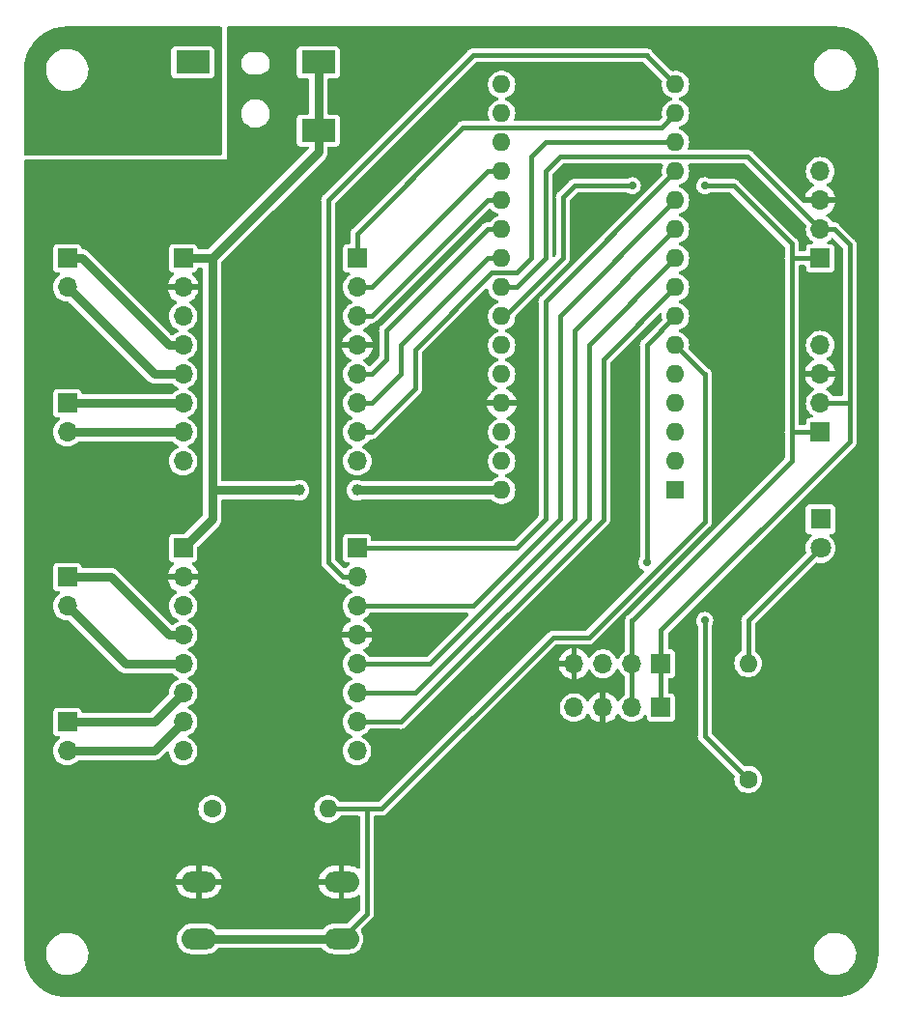
<source format=gbr>
%TF.GenerationSoftware,KiCad,Pcbnew,(7.0.0-0)*%
%TF.CreationDate,2023-05-27T19:41:02+07:00*%
%TF.ProjectId,Office HVAC,4f666669-6365-4204-9856-41432e6b6963,rev?*%
%TF.SameCoordinates,Original*%
%TF.FileFunction,Copper,L1,Top*%
%TF.FilePolarity,Positive*%
%FSLAX46Y46*%
G04 Gerber Fmt 4.6, Leading zero omitted, Abs format (unit mm)*
G04 Created by KiCad (PCBNEW (7.0.0-0)) date 2023-05-27 19:41:02*
%MOMM*%
%LPD*%
G01*
G04 APERTURE LIST*
%TA.AperFunction,ComponentPad*%
%ADD10C,1.600000*%
%TD*%
%TA.AperFunction,ComponentPad*%
%ADD11O,1.600000X1.600000*%
%TD*%
%TA.AperFunction,ComponentPad*%
%ADD12R,1.700000X1.700000*%
%TD*%
%TA.AperFunction,ComponentPad*%
%ADD13O,1.700000X1.700000*%
%TD*%
%TA.AperFunction,ComponentPad*%
%ADD14R,1.600000X1.600000*%
%TD*%
%TA.AperFunction,ComponentPad*%
%ADD15R,1.800000X1.800000*%
%TD*%
%TA.AperFunction,ComponentPad*%
%ADD16C,1.800000*%
%TD*%
%TA.AperFunction,SMDPad,CuDef*%
%ADD17R,3.000000X2.000000*%
%TD*%
%TA.AperFunction,ComponentPad*%
%ADD18O,3.048000X1.850000*%
%TD*%
%TA.AperFunction,ViaPad*%
%ADD19C,0.700000*%
%TD*%
%TA.AperFunction,ViaPad*%
%ADD20C,0.800000*%
%TD*%
%TA.AperFunction,ViaPad*%
%ADD21C,1.000000*%
%TD*%
%TA.AperFunction,Conductor*%
%ADD22C,0.400000*%
%TD*%
%TA.AperFunction,Conductor*%
%ADD23C,0.800000*%
%TD*%
G04 APERTURE END LIST*
D10*
%TO.P,R2,1*%
%TO.N,GND*%
X133350000Y-129540000D03*
D11*
%TO.P,R2,2*%
%TO.N,/BUTTON*%
X143509999Y-129539999D03*
%TD*%
D12*
%TO.P,J8,1,Pin_1*%
%TO.N,/1_PWMA*%
X146074999Y-81279999D03*
D13*
%TO.P,J8,2,Pin_2*%
%TO.N,/1_AIN2*%
X146074999Y-83819999D03*
%TO.P,J8,3,Pin_3*%
%TO.N,/1_AIN1*%
X146074999Y-86359999D03*
%TO.P,J8,4,Pin_4*%
%TO.N,+5V*%
X146074999Y-88899999D03*
%TO.P,J8,5,Pin_5*%
%TO.N,/1_BIN1*%
X146074999Y-91439999D03*
%TO.P,J8,6,Pin_6*%
%TO.N,/1_BIN2*%
X146074999Y-93979999D03*
%TO.P,J8,7,Pin_7*%
%TO.N,/1_PWMB*%
X146074999Y-96519999D03*
%TO.P,J8,8,Pin_8*%
%TO.N,GND*%
X146074999Y-99059999D03*
%TD*%
D12*
%TO.P,J6,1,Pin_1*%
%TO.N,VCC*%
X130809999Y-81279999D03*
D13*
%TO.P,J6,2,Pin_2*%
%TO.N,+5V*%
X130809999Y-83819999D03*
%TO.P,J6,3,Pin_3*%
%TO.N,GND*%
X130809999Y-86359999D03*
%TO.P,J6,4,Pin_4*%
%TO.N,/1_A01*%
X130809999Y-88899999D03*
%TO.P,J6,5,Pin_5*%
%TO.N,/1_A02*%
X130809999Y-91439999D03*
%TO.P,J6,6,Pin_6*%
%TO.N,/1_B02*%
X130809999Y-93979999D03*
%TO.P,J6,7,Pin_7*%
%TO.N,/1_B01*%
X130809999Y-96519999D03*
%TO.P,J6,8,Pin_8*%
%TO.N,GND*%
X130809999Y-99059999D03*
%TD*%
D12*
%TO.P,J3,1,Pin_1*%
%TO.N,/2_A01*%
X120649999Y-109219999D03*
D13*
%TO.P,J3,2,Pin_2*%
%TO.N,/2_A02*%
X120649999Y-111759999D03*
%TD*%
D12*
%TO.P,J14,1,Pin_1*%
%TO.N,/I2C0_SDA*%
X172699999Y-120649999D03*
D13*
%TO.P,J14,2,Pin_2*%
%TO.N,/I2C0_SCL*%
X170159999Y-120649999D03*
%TO.P,J14,3,Pin_3*%
%TO.N,+5V*%
X167619999Y-120649999D03*
%TO.P,J14,4,Pin_4*%
%TO.N,GND*%
X165079999Y-120649999D03*
%TD*%
D12*
%TO.P,J101,1,Pin_1*%
%TO.N,/I2C0_SCL*%
X186664999Y-81269999D03*
D13*
%TO.P,J101,2,Pin_2*%
%TO.N,/I2C0_SDA*%
X186664999Y-78729999D03*
%TO.P,J101,3,Pin_3*%
%TO.N,+5V*%
X186664999Y-76189999D03*
%TO.P,J101,4,Pin_4*%
%TO.N,GND*%
X186664999Y-73649999D03*
%TD*%
D12*
%TO.P,J2,1,Pin_1*%
%TO.N,/1_B02*%
X120649999Y-93979999D03*
D13*
%TO.P,J2,2,Pin_2*%
%TO.N,/1_B01*%
X120649999Y-96519999D03*
%TD*%
D12*
%TO.P,J4,1,Pin_1*%
%TO.N,/2_B02*%
X120649999Y-121919999D03*
D13*
%TO.P,J4,2,Pin_2*%
%TO.N,/2_B01*%
X120649999Y-124459999D03*
%TD*%
D12*
%TO.P,J7,1,Pin_1*%
%TO.N,VCC*%
X130809999Y-106679999D03*
D13*
%TO.P,J7,2,Pin_2*%
%TO.N,+5V*%
X130809999Y-109219999D03*
%TO.P,J7,3,Pin_3*%
%TO.N,GND*%
X130809999Y-111759999D03*
%TO.P,J7,4,Pin_4*%
%TO.N,/2_A01*%
X130809999Y-114299999D03*
%TO.P,J7,5,Pin_5*%
%TO.N,/2_A02*%
X130809999Y-116839999D03*
%TO.P,J7,6,Pin_6*%
%TO.N,/2_B02*%
X130809999Y-119379999D03*
%TO.P,J7,7,Pin_7*%
%TO.N,/2_B01*%
X130809999Y-121919999D03*
%TO.P,J7,8,Pin_8*%
%TO.N,GND*%
X130809999Y-124459999D03*
%TD*%
D12*
%TO.P,J10,1,Pin_1*%
%TO.N,/I2C0_SCL*%
X186664999Y-96499999D03*
D13*
%TO.P,J10,2,Pin_2*%
%TO.N,/I2C0_SDA*%
X186664999Y-93959999D03*
%TO.P,J10,3,Pin_3*%
%TO.N,+5V*%
X186664999Y-91419999D03*
%TO.P,J10,4,Pin_4*%
%TO.N,GND*%
X186664999Y-88879999D03*
%TD*%
D14*
%TO.P,A101,1,D1/TX*%
%TO.N,unconnected-(A101-D1{slash}TX-Pad1)*%
X173979999Y-101599999D03*
D11*
%TO.P,A101,2,D0/RX*%
%TO.N,unconnected-(A101-D0{slash}RX-Pad2)*%
X173979999Y-99059999D03*
%TO.P,A101,3,~{RESET}*%
%TO.N,unconnected-(A101-~{RESET}-Pad3)*%
X173979999Y-96519999D03*
%TO.P,A101,4,GND*%
%TO.N,GND*%
X173979999Y-93979999D03*
%TO.P,A101,5,D2*%
%TO.N,unconnected-(A101-D2-Pad5)*%
X173979999Y-91439999D03*
%TO.P,A101,6,D3*%
%TO.N,/BUTTON*%
X173979999Y-88899999D03*
%TO.P,A101,7,D4*%
%TO.N,/LED*%
X173979999Y-86359999D03*
%TO.P,A101,8,D5*%
%TO.N,/2_PWMB*%
X173979999Y-83819999D03*
%TO.P,A101,9,D6*%
%TO.N,/2_BIN2*%
X173979999Y-81279999D03*
%TO.P,A101,10,D7*%
%TO.N,/2_BIN1*%
X173979999Y-78739999D03*
%TO.P,A101,11,D8*%
%TO.N,/2_AIN1*%
X173979999Y-76199999D03*
%TO.P,A101,12,D9*%
%TO.N,/2_PWMA*%
X173979999Y-73659999D03*
%TO.P,A101,13,D10*%
%TO.N,/1_PWMB*%
X173979999Y-71119999D03*
%TO.P,A101,14,D11*%
%TO.N,/1_PWMA*%
X173979999Y-68579999D03*
%TO.P,A101,15,D12*%
%TO.N,/2_AIN2*%
X173979999Y-66039999D03*
%TO.P,A101,16,D13*%
%TO.N,unconnected-(A101-D13-Pad16)*%
X158739999Y-66039999D03*
%TO.P,A101,17,3V3*%
%TO.N,unconnected-(A101-3V3-Pad17)*%
X158739999Y-68579999D03*
%TO.P,A101,18,AREF*%
%TO.N,unconnected-(A101-AREF-Pad18)*%
X158739999Y-71119999D03*
%TO.P,A101,19,A0*%
%TO.N,/1_AIN2*%
X158739999Y-73659999D03*
%TO.P,A101,20,A1*%
%TO.N,/1_AIN1*%
X158739999Y-76199999D03*
%TO.P,A101,21,A2*%
%TO.N,/1_BIN1*%
X158739999Y-78739999D03*
%TO.P,A101,22,A3*%
%TO.N,/1_BIN2*%
X158739999Y-81279999D03*
%TO.P,A101,23,A4*%
%TO.N,/I2C0_SDA*%
X158739999Y-83819999D03*
%TO.P,A101,24,A5*%
%TO.N,/I2C0_SCL*%
X158739999Y-86359999D03*
%TO.P,A101,25,A6*%
%TO.N,unconnected-(A101-A6-Pad25)*%
X158739999Y-88899999D03*
%TO.P,A101,26,A7*%
%TO.N,unconnected-(A101-A7-Pad26)*%
X158739999Y-91439999D03*
%TO.P,A101,27,+5V*%
%TO.N,+5V*%
X158739999Y-93979999D03*
%TO.P,A101,28,~{RESET}*%
%TO.N,unconnected-(A101-~{RESET}-Pad28)*%
X158739999Y-96519999D03*
%TO.P,A101,29,GND*%
%TO.N,GND*%
X158739999Y-99059999D03*
%TO.P,A101,30,VIN*%
%TO.N,VCC*%
X158739999Y-101599999D03*
%TD*%
D15*
%TO.P,D1,1,K*%
%TO.N,GND*%
X186689999Y-104139999D03*
D16*
%TO.P,D1,2,A*%
%TO.N,Net-(D1-A)*%
X186690000Y-106680000D03*
%TD*%
D10*
%TO.P,R1,1*%
%TO.N,/LED*%
X180340000Y-126950000D03*
D11*
%TO.P,R1,2*%
%TO.N,Net-(D1-A)*%
X180339999Y-116789999D03*
%TD*%
D12*
%TO.P,J1,1,Pin_1*%
%TO.N,/1_A01*%
X120649999Y-81279999D03*
D13*
%TO.P,J1,2,Pin_2*%
%TO.N,/1_A02*%
X120649999Y-83819999D03*
%TD*%
D17*
%TO.P,J5,1*%
%TO.N,VCC*%
X142659999Y-64079999D03*
X142659999Y-70079999D03*
%TO.P,J5,2*%
%TO.N,GND*%
X131659999Y-70079999D03*
%TO.P,J5,3*%
%TO.N,N/C*%
X131659999Y-64079999D03*
%TD*%
D12*
%TO.P,J12,1,Pin_1*%
%TO.N,/I2C0_SDA*%
X172709999Y-116814999D03*
D13*
%TO.P,J12,2,Pin_2*%
%TO.N,/I2C0_SCL*%
X170169999Y-116814999D03*
%TO.P,J12,3,Pin_3*%
%TO.N,GND*%
X167629999Y-116814999D03*
%TO.P,J12,4,Pin_4*%
%TO.N,+5V*%
X165089999Y-116814999D03*
%TD*%
D12*
%TO.P,J9,1,Pin_1*%
%TO.N,/2_PWMA*%
X146049999Y-106679999D03*
D13*
%TO.P,J9,2,Pin_2*%
%TO.N,/2_AIN2*%
X146049999Y-109219999D03*
%TO.P,J9,3,Pin_3*%
%TO.N,/2_AIN1*%
X146049999Y-111759999D03*
%TO.P,J9,4,Pin_4*%
%TO.N,+5V*%
X146049999Y-114299999D03*
%TO.P,J9,5,Pin_5*%
%TO.N,/2_BIN1*%
X146049999Y-116839999D03*
%TO.P,J9,6,Pin_6*%
%TO.N,/2_BIN2*%
X146049999Y-119379999D03*
%TO.P,J9,7,Pin_7*%
%TO.N,/2_PWMB*%
X146049999Y-121919999D03*
%TO.P,J9,8,Pin_8*%
%TO.N,GND*%
X146049999Y-124459999D03*
%TD*%
D18*
%TO.P,SW1,1,1*%
%TO.N,+5V*%
X132189999Y-135929999D03*
X144689999Y-135929999D03*
%TO.P,SW1,2,2*%
%TO.N,/BUTTON*%
X132189999Y-140929999D03*
X144689999Y-140929999D03*
%TD*%
D19*
%TO.N,/I2C0_SCL*%
X176530000Y-74930000D03*
X170180000Y-74930000D03*
D20*
%TO.N,GND*%
X125095000Y-70485000D03*
X130810000Y-67310000D03*
X123190000Y-70485000D03*
X128905000Y-70485000D03*
X128905000Y-66675000D03*
X121285000Y-70485000D03*
X127000000Y-68580000D03*
X127000000Y-64770000D03*
X127000000Y-66675000D03*
X125095000Y-68580000D03*
X127000000Y-70485000D03*
X128905000Y-68580000D03*
D19*
%TO.N,/LED*%
X176530000Y-113030000D03*
X171450000Y-107950000D03*
D21*
%TO.N,VCC*%
X140970000Y-101600000D03*
X146050000Y-101600000D03*
%TD*%
D22*
%TO.N,/BUTTON*%
X173980000Y-88900000D02*
X176520000Y-91440000D01*
X163250000Y-114500000D02*
X148210000Y-129540000D01*
X176530000Y-91440000D02*
X176530000Y-104354925D01*
X176530000Y-104354925D02*
X166384925Y-114500000D01*
X166384925Y-114500000D02*
X163250000Y-114500000D01*
X176520000Y-91440000D02*
X176530000Y-91440000D01*
X148210000Y-129540000D02*
X146914000Y-129540000D01*
D23*
%TO.N,/1_A01*%
X130810000Y-88900000D02*
X129540000Y-88900000D01*
X121920000Y-81280000D02*
X120650000Y-81280000D01*
X129540000Y-88900000D02*
X121920000Y-81280000D01*
%TO.N,/1_A02*%
X128270000Y-91440000D02*
X130810000Y-91440000D01*
X120650000Y-83820000D02*
X128270000Y-91440000D01*
%TO.N,/1_B02*%
X120650000Y-93980000D02*
X130810000Y-93980000D01*
%TO.N,/1_B01*%
X120650000Y-96520000D02*
X130810000Y-96520000D01*
D22*
%TO.N,/1_PWMA*%
X155348679Y-69850000D02*
X172720000Y-69850000D01*
X172720000Y-69850000D02*
X172720000Y-69840000D01*
X172720000Y-69840000D02*
X173980000Y-68580000D01*
X146075000Y-79123679D02*
X155348679Y-69850000D01*
X146075000Y-81280000D02*
X146075000Y-79123679D01*
%TO.N,/1_AIN2*%
X157480000Y-73660000D02*
X158740000Y-73660000D01*
X147320000Y-83820000D02*
X157480000Y-73660000D01*
X146075000Y-83820000D02*
X147320000Y-83820000D01*
%TO.N,/1_AIN1*%
X147320000Y-86360000D02*
X157480000Y-76200000D01*
X157480000Y-76200000D02*
X158740000Y-76200000D01*
X146075000Y-86360000D02*
X147320000Y-86360000D01*
%TO.N,/1_BIN1*%
X157480000Y-78740000D02*
X158740000Y-78740000D01*
X146075000Y-91440000D02*
X147320000Y-91440000D01*
X147320000Y-91440000D02*
X148590000Y-90170000D01*
X148590000Y-90170000D02*
X148590000Y-87630000D01*
X148590000Y-87630000D02*
X157480000Y-78740000D01*
%TO.N,/1_BIN2*%
X146075000Y-93980000D02*
X147320000Y-93980000D01*
X149860000Y-88900000D02*
X157480000Y-81280000D01*
X147320000Y-93980000D02*
X149860000Y-91440000D01*
X149860000Y-91440000D02*
X149860000Y-88900000D01*
X157480000Y-81280000D02*
X158740000Y-81280000D01*
%TO.N,/1_PWMB*%
X161290000Y-81280000D02*
X161290000Y-72390000D01*
X151130000Y-92710000D02*
X151130000Y-89308679D01*
X147320000Y-96520000D02*
X151130000Y-92710000D01*
X162560000Y-71120000D02*
X173980000Y-71120000D01*
X161290000Y-72390000D02*
X162560000Y-71120000D01*
X160020000Y-82550000D02*
X161290000Y-81280000D01*
X146075000Y-96520000D02*
X147320000Y-96520000D01*
X151130000Y-89308679D02*
X157888679Y-82550000D01*
X157888679Y-82550000D02*
X160020000Y-82550000D01*
D23*
%TO.N,/2_A01*%
X129540000Y-114300000D02*
X124460000Y-109220000D01*
X124460000Y-109220000D02*
X120650000Y-109220000D01*
X130810000Y-114300000D02*
X129540000Y-114300000D01*
%TO.N,/2_A02*%
X130810000Y-116840000D02*
X125730000Y-116840000D01*
X125730000Y-116840000D02*
X120650000Y-111760000D01*
%TO.N,/2_B02*%
X120650000Y-121920000D02*
X128270000Y-121920000D01*
X128270000Y-121920000D02*
X130810000Y-119380000D01*
%TO.N,/2_B01*%
X130810000Y-121920000D02*
X128270000Y-124460000D01*
X128270000Y-124460000D02*
X120650000Y-124460000D01*
D22*
%TO.N,/2_PWMA*%
X160020000Y-106680000D02*
X146050000Y-106680000D01*
X162560000Y-104140000D02*
X160020000Y-106680000D01*
X162560000Y-85080000D02*
X162560000Y-104140000D01*
X173980000Y-73660000D02*
X162560000Y-85080000D01*
%TO.N,/2_AIN2*%
X144847919Y-109220000D02*
X143510000Y-107882081D01*
X156210000Y-63500000D02*
X171450000Y-63500000D01*
X171450000Y-63510000D02*
X173980000Y-66040000D01*
X146050000Y-109220000D02*
X144847919Y-109220000D01*
X143510000Y-76200000D02*
X156210000Y-63500000D01*
X143510000Y-107882081D02*
X143510000Y-76200000D01*
X171450000Y-63500000D02*
X171450000Y-63510000D01*
%TO.N,/2_AIN1*%
X163830000Y-104142792D02*
X156212792Y-111760000D01*
X173980000Y-76200000D02*
X163830000Y-86350000D01*
X163830000Y-86350000D02*
X163830000Y-104142792D01*
X156212792Y-111760000D02*
X146050000Y-111760000D01*
%TO.N,/2_BIN1*%
X152405584Y-116840000D02*
X146050000Y-116840000D01*
X165100000Y-104145584D02*
X152405584Y-116840000D01*
X173980000Y-78740000D02*
X165100000Y-87620000D01*
X165100000Y-87620000D02*
X165100000Y-104145584D01*
%TO.N,/2_BIN2*%
X166370000Y-104148376D02*
X151138376Y-119380000D01*
X151138376Y-119380000D02*
X146050000Y-119380000D01*
X173980000Y-81280000D02*
X166370000Y-88890000D01*
X166370000Y-88890000D02*
X166370000Y-104148376D01*
%TO.N,/2_PWMB*%
X167640000Y-104151168D02*
X149871168Y-121920000D01*
X149871168Y-121920000D02*
X146050000Y-121920000D01*
X173980000Y-83820000D02*
X167640000Y-90160000D01*
X167640000Y-90160000D02*
X167640000Y-104151168D01*
%TO.N,/I2C0_SDA*%
X189210000Y-93960000D02*
X189230000Y-93980000D01*
X180325000Y-72390000D02*
X186665000Y-78730000D01*
X160022792Y-83820000D02*
X162560000Y-81282792D01*
X172710000Y-116815000D02*
X172710000Y-120640000D01*
X189230000Y-97362968D02*
X189230000Y-93980000D01*
X187867081Y-78730000D02*
X186665000Y-78730000D01*
X189230000Y-93980000D02*
X189230000Y-80092919D01*
X172710000Y-120640000D02*
X172700000Y-120650000D01*
X158740000Y-83820000D02*
X160022792Y-83820000D01*
X163830000Y-72390000D02*
X180325000Y-72390000D01*
X186665000Y-93960000D02*
X189210000Y-93960000D01*
X172710000Y-113882968D02*
X189230000Y-97362968D01*
X162560000Y-73660000D02*
X163830000Y-72390000D01*
X172710000Y-116815000D02*
X172710000Y-113882968D01*
X162560000Y-81282792D02*
X162560000Y-73660000D01*
X189230000Y-80092919D02*
X187867081Y-78730000D01*
%TO.N,/I2C0_SCL*%
X179070000Y-74930000D02*
X184150000Y-80010000D01*
X176530000Y-74930000D02*
X179070000Y-74930000D01*
X164084000Y-81280000D02*
X164084000Y-75946000D01*
X165100000Y-74930000D02*
X170180000Y-74930000D01*
X184150000Y-96520000D02*
X184150000Y-99060000D01*
X186665000Y-81270000D02*
X184160000Y-81270000D01*
X164084000Y-75946000D02*
X165100000Y-74930000D01*
X170170000Y-120640000D02*
X170160000Y-120650000D01*
X184160000Y-81270000D02*
X184150000Y-81280000D01*
X184170000Y-96500000D02*
X184150000Y-96520000D01*
X184150000Y-81280000D02*
X184150000Y-96520000D01*
X184150000Y-80010000D02*
X184150000Y-81280000D01*
X170215000Y-112995000D02*
X170170000Y-112995000D01*
X184150000Y-99060000D02*
X170215000Y-112995000D01*
X158740000Y-86360000D02*
X159004000Y-86360000D01*
X159004000Y-86360000D02*
X164084000Y-81280000D01*
X170170000Y-116815000D02*
X170170000Y-120640000D01*
X170170000Y-112995000D02*
X170170000Y-116815000D01*
X186665000Y-96500000D02*
X184170000Y-96500000D01*
%TO.N,/LED*%
X180340000Y-126950000D02*
X176580000Y-123190000D01*
X176580000Y-123190000D02*
X176530000Y-123190000D01*
X176530000Y-123190000D02*
X176530000Y-113030000D01*
X171450000Y-107950000D02*
X171450000Y-88890000D01*
X171450000Y-88890000D02*
X173980000Y-86360000D01*
%TO.N,/BUTTON*%
X143510000Y-129540000D02*
X146914000Y-129540000D01*
X146914000Y-138706000D02*
X144690000Y-140930000D01*
X146914000Y-129540000D02*
X146914000Y-138706000D01*
D23*
X132190000Y-140930000D02*
X144690000Y-140930000D01*
%TO.N,VCC*%
X130810000Y-81280000D02*
X133350000Y-81280000D01*
X133350000Y-101600000D02*
X133350000Y-104140000D01*
X142660000Y-70080000D02*
X142660000Y-71970000D01*
X142660000Y-64080000D02*
X142660000Y-70080000D01*
X140970000Y-101600000D02*
X133350000Y-101600000D01*
X158740000Y-101600000D02*
X146050000Y-101600000D01*
X133350000Y-81280000D02*
X133350000Y-101600000D01*
X133350000Y-104140000D02*
X130810000Y-106680000D01*
X142660000Y-71970000D02*
X133350000Y-81280000D01*
D22*
%TO.N,Net-(D1-A)*%
X180340000Y-113030000D02*
X180340000Y-116790000D01*
X186690000Y-106680000D02*
X180340000Y-113030000D01*
%TD*%
%TA.AperFunction,Conductor*%
%TO.N,GND*%
G36*
X134152500Y-60977113D02*
G01*
X134197887Y-61022500D01*
X134214500Y-61084500D01*
X134214500Y-72114500D01*
X134197887Y-72176500D01*
X134152500Y-72221887D01*
X134090500Y-72238500D01*
X116964500Y-72238500D01*
X116902500Y-72221887D01*
X116857113Y-72176500D01*
X116840500Y-72114500D01*
X116840500Y-64837765D01*
X118795788Y-64837765D01*
X118796282Y-64842262D01*
X118796283Y-64842267D01*
X118824917Y-65102506D01*
X118824918Y-65102513D01*
X118825414Y-65107018D01*
X118826559Y-65111398D01*
X118826561Y-65111408D01*
X118878388Y-65309646D01*
X118893928Y-65369088D01*
X118895693Y-65373242D01*
X118895696Y-65373250D01*
X118950460Y-65502119D01*
X118999870Y-65618390D01*
X119002226Y-65622251D01*
X119002229Y-65622256D01*
X119081157Y-65751584D01*
X119140982Y-65849610D01*
X119314255Y-66057820D01*
X119317630Y-66060844D01*
X119317631Y-66060845D01*
X119489678Y-66215000D01*
X119515998Y-66238582D01*
X119741910Y-66388044D01*
X119987176Y-66503020D01*
X120246569Y-66581060D01*
X120514561Y-66620500D01*
X120715369Y-66620500D01*
X120717631Y-66620500D01*
X120920156Y-66605677D01*
X121184553Y-66546780D01*
X121437558Y-66450014D01*
X121673777Y-66317441D01*
X121888177Y-66151888D01*
X122076186Y-65956881D01*
X122233799Y-65736579D01*
X122357656Y-65495675D01*
X122445118Y-65239305D01*
X122469619Y-65106659D01*
X129759500Y-65106659D01*
X129759501Y-65111518D01*
X129760261Y-65116320D01*
X129760262Y-65116326D01*
X129760498Y-65117815D01*
X129774354Y-65205304D01*
X129778780Y-65213991D01*
X129778782Y-65213996D01*
X129805625Y-65266677D01*
X129831950Y-65318342D01*
X129921658Y-65408050D01*
X130034696Y-65465646D01*
X130128481Y-65480500D01*
X133191518Y-65480499D01*
X133285304Y-65465646D01*
X133398342Y-65408050D01*
X133488050Y-65318342D01*
X133545646Y-65205304D01*
X133560500Y-65111519D01*
X133560499Y-63048482D01*
X133545646Y-62954696D01*
X133535767Y-62935308D01*
X133492480Y-62850353D01*
X133488050Y-62841658D01*
X133398342Y-62751950D01*
X133285304Y-62694354D01*
X133275667Y-62692827D01*
X133275662Y-62692826D01*
X133196339Y-62680263D01*
X133196333Y-62680262D01*
X133191519Y-62679500D01*
X133186640Y-62679500D01*
X130133352Y-62679500D01*
X130133339Y-62679500D01*
X130128482Y-62679501D01*
X130123680Y-62680261D01*
X130123673Y-62680262D01*
X130044331Y-62692828D01*
X130044330Y-62692828D01*
X130034696Y-62694354D01*
X130026010Y-62698779D01*
X130026003Y-62698782D01*
X129930353Y-62747519D01*
X129930349Y-62747521D01*
X129921658Y-62751950D01*
X129914759Y-62758848D01*
X129914756Y-62758851D01*
X129838851Y-62834756D01*
X129838848Y-62834759D01*
X129831950Y-62841658D01*
X129827521Y-62850349D01*
X129827519Y-62850353D01*
X129778785Y-62945999D01*
X129774354Y-62954696D01*
X129772827Y-62964330D01*
X129772826Y-62964337D01*
X129760263Y-63043660D01*
X129760262Y-63043667D01*
X129759500Y-63048481D01*
X129759500Y-63053358D01*
X129759500Y-63053359D01*
X129759500Y-65106647D01*
X129759500Y-65106659D01*
X122469619Y-65106659D01*
X122494319Y-64972933D01*
X122504212Y-64702235D01*
X122474586Y-64432982D01*
X122406072Y-64170912D01*
X122300130Y-63921610D01*
X122159018Y-63690390D01*
X121985745Y-63482180D01*
X121982368Y-63479154D01*
X121787382Y-63304446D01*
X121787378Y-63304442D01*
X121784002Y-63301418D01*
X121558090Y-63151956D01*
X121553996Y-63150036D01*
X121553991Y-63150034D01*
X121316929Y-63038904D01*
X121316925Y-63038902D01*
X121312824Y-63036980D01*
X121308477Y-63035672D01*
X121308474Y-63035671D01*
X121057772Y-62960246D01*
X121057771Y-62960245D01*
X121053431Y-62958940D01*
X121048957Y-62958281D01*
X121048950Y-62958280D01*
X120789913Y-62920158D01*
X120789907Y-62920157D01*
X120785439Y-62919500D01*
X120582369Y-62919500D01*
X120580120Y-62919664D01*
X120580109Y-62919665D01*
X120384363Y-62933992D01*
X120384359Y-62933992D01*
X120379844Y-62934323D01*
X120375426Y-62935307D01*
X120375420Y-62935308D01*
X120119877Y-62992232D01*
X120119861Y-62992236D01*
X120115447Y-62993220D01*
X120111216Y-62994838D01*
X120111210Y-62994840D01*
X119866673Y-63088367D01*
X119866663Y-63088371D01*
X119862442Y-63089986D01*
X119858494Y-63092201D01*
X119858489Y-63092204D01*
X119630176Y-63220340D01*
X119630171Y-63220343D01*
X119626223Y-63222559D01*
X119622639Y-63225325D01*
X119622635Y-63225329D01*
X119415407Y-63385343D01*
X119415394Y-63385354D01*
X119411823Y-63388112D01*
X119408685Y-63391366D01*
X119408678Y-63391373D01*
X119226958Y-63579857D01*
X119226952Y-63579864D01*
X119223814Y-63583119D01*
X119221189Y-63586787D01*
X119221179Y-63586800D01*
X119068834Y-63799740D01*
X119068830Y-63799745D01*
X119066201Y-63803421D01*
X119064132Y-63807444D01*
X119064129Y-63807450D01*
X118944416Y-64040293D01*
X118944411Y-64040304D01*
X118942344Y-64044325D01*
X118940884Y-64048602D01*
X118940879Y-64048616D01*
X118856348Y-64296395D01*
X118856344Y-64296407D01*
X118854882Y-64300695D01*
X118854057Y-64305159D01*
X118854057Y-64305161D01*
X118806504Y-64562606D01*
X118806502Y-64562619D01*
X118805681Y-64567067D01*
X118805515Y-64571593D01*
X118805515Y-64571599D01*
X118796331Y-64822915D01*
X118795788Y-64837765D01*
X116840500Y-64837765D01*
X116840500Y-64773051D01*
X116840649Y-64766967D01*
X116841451Y-64750640D01*
X116847993Y-64617463D01*
X116859658Y-64394898D01*
X116860825Y-64383247D01*
X116886969Y-64206994D01*
X116887087Y-64206226D01*
X116917760Y-64012566D01*
X116919936Y-64001897D01*
X116964500Y-63823991D01*
X116964922Y-63822362D01*
X117014283Y-63638143D01*
X117017301Y-63628485D01*
X117079768Y-63453901D01*
X117080727Y-63451312D01*
X117148246Y-63275420D01*
X117151877Y-63266927D01*
X117231711Y-63098133D01*
X117233201Y-63095099D01*
X117318255Y-62928171D01*
X117322345Y-62920785D01*
X117418641Y-62760125D01*
X117420891Y-62756518D01*
X117522566Y-62599952D01*
X117526937Y-62593661D01*
X117558031Y-62551736D01*
X117638695Y-62442972D01*
X117641857Y-62438893D01*
X117759107Y-62294101D01*
X117763534Y-62288935D01*
X117889664Y-62149772D01*
X117893783Y-62145446D01*
X118025446Y-62013783D01*
X118029772Y-62009664D01*
X118168935Y-61883534D01*
X118174101Y-61879107D01*
X118318893Y-61761857D01*
X118322972Y-61758695D01*
X118473670Y-61646930D01*
X118479952Y-61642566D01*
X118636518Y-61540891D01*
X118640125Y-61538641D01*
X118800785Y-61442345D01*
X118808171Y-61438255D01*
X118975099Y-61353201D01*
X118978133Y-61351711D01*
X119146927Y-61271877D01*
X119155420Y-61268246D01*
X119331312Y-61200727D01*
X119333901Y-61199768D01*
X119508485Y-61137301D01*
X119518143Y-61134283D01*
X119702362Y-61084922D01*
X119703991Y-61084500D01*
X119881897Y-61039936D01*
X119892566Y-61037760D01*
X120086226Y-61007087D01*
X120086994Y-61006969D01*
X120263247Y-60980825D01*
X120274898Y-60979658D01*
X120497494Y-60967992D01*
X120643578Y-60960815D01*
X120646968Y-60960649D01*
X120653051Y-60960500D01*
X134090500Y-60960500D01*
X134152500Y-60977113D01*
G37*
%TD.AperFunction*%
%TD*%
%TA.AperFunction,Conductor*%
%TO.N,+5V*%
G36*
X171187356Y-64109939D02*
G01*
X171227584Y-64136819D01*
X172768684Y-65677919D01*
X172801021Y-65734427D01*
X172800271Y-65799528D01*
X172796453Y-65812947D01*
X172796449Y-65812964D01*
X172794885Y-65818464D01*
X172794357Y-65824161D01*
X172794356Y-65824167D01*
X172782400Y-65953199D01*
X172774357Y-66040000D01*
X172774886Y-66045709D01*
X172784422Y-66148626D01*
X172794885Y-66261536D01*
X172796454Y-66267050D01*
X172854201Y-66470013D01*
X172854204Y-66470021D01*
X172855771Y-66475528D01*
X172858323Y-66480653D01*
X172858325Y-66480658D01*
X172952387Y-66669559D01*
X172952389Y-66669563D01*
X172954942Y-66674689D01*
X172958391Y-66679256D01*
X172958394Y-66679261D01*
X173085561Y-66847658D01*
X173085566Y-66847663D01*
X173089019Y-66852236D01*
X173093255Y-66856097D01*
X173093259Y-66856102D01*
X173205603Y-66958517D01*
X173253438Y-67002124D01*
X173442599Y-67119247D01*
X173592353Y-67177262D01*
X173636521Y-67194373D01*
X173684892Y-67228169D01*
X173712166Y-67280496D01*
X173712166Y-67339504D01*
X173684892Y-67391831D01*
X173636521Y-67425627D01*
X173447941Y-67498683D01*
X173447936Y-67498685D01*
X173442599Y-67500753D01*
X173437727Y-67503769D01*
X173437724Y-67503771D01*
X173258309Y-67614859D01*
X173258301Y-67614864D01*
X173253438Y-67617876D01*
X173249207Y-67621732D01*
X173249203Y-67621736D01*
X173093259Y-67763897D01*
X173093249Y-67763907D01*
X173089019Y-67767764D01*
X173085570Y-67772330D01*
X173085561Y-67772341D01*
X172958394Y-67940738D01*
X172958387Y-67940748D01*
X172954942Y-67945311D01*
X172952392Y-67950431D01*
X172952387Y-67950440D01*
X172858325Y-68139341D01*
X172858321Y-68139349D01*
X172855771Y-68144472D01*
X172854205Y-68149975D01*
X172854201Y-68149986D01*
X172796454Y-68352949D01*
X172794885Y-68358464D01*
X172794356Y-68364169D01*
X172794356Y-68364171D01*
X172789974Y-68411463D01*
X172774357Y-68580000D01*
X172794885Y-68801536D01*
X172800271Y-68820466D01*
X172801022Y-68885568D01*
X172768685Y-68942078D01*
X172497581Y-69213183D01*
X172457356Y-69240061D01*
X172409903Y-69249500D01*
X159947991Y-69249500D01*
X159887652Y-69233829D01*
X159842564Y-69190777D01*
X159824123Y-69131226D01*
X159836990Y-69070230D01*
X159864229Y-69015528D01*
X159925115Y-68801536D01*
X159945643Y-68580000D01*
X159925115Y-68358464D01*
X159864229Y-68144472D01*
X159765058Y-67945311D01*
X159761605Y-67940738D01*
X159634438Y-67772341D01*
X159634434Y-67772337D01*
X159630981Y-67767764D01*
X159626744Y-67763901D01*
X159626740Y-67763897D01*
X159500646Y-67648948D01*
X159466562Y-67617876D01*
X159461692Y-67614861D01*
X159461690Y-67614859D01*
X159282275Y-67503771D01*
X159282276Y-67503771D01*
X159277401Y-67500753D01*
X159083476Y-67425626D01*
X159035107Y-67391831D01*
X159007833Y-67339504D01*
X159007833Y-67280496D01*
X159035107Y-67228169D01*
X159083476Y-67194373D01*
X159277401Y-67119247D01*
X159466562Y-67002124D01*
X159630981Y-66852236D01*
X159765058Y-66674689D01*
X159864229Y-66475528D01*
X159925115Y-66261536D01*
X159945643Y-66040000D01*
X159925115Y-65818464D01*
X159868189Y-65618390D01*
X159865798Y-65609986D01*
X159865797Y-65609984D01*
X159864229Y-65604472D01*
X159765058Y-65405311D01*
X159761605Y-65400738D01*
X159634438Y-65232341D01*
X159634434Y-65232337D01*
X159630981Y-65227764D01*
X159626744Y-65223901D01*
X159626740Y-65223897D01*
X159470796Y-65081736D01*
X159470797Y-65081736D01*
X159466562Y-65077876D01*
X159461692Y-65074861D01*
X159461690Y-65074859D01*
X159333782Y-64995663D01*
X159277401Y-64960753D01*
X159247721Y-64949255D01*
X159075286Y-64882453D01*
X159075285Y-64882452D01*
X159069940Y-64880382D01*
X159064302Y-64879328D01*
X158856872Y-64840552D01*
X158856869Y-64840551D01*
X158851243Y-64839500D01*
X158628757Y-64839500D01*
X158623131Y-64840551D01*
X158623127Y-64840552D01*
X158415697Y-64879328D01*
X158415694Y-64879328D01*
X158410060Y-64880382D01*
X158404717Y-64882451D01*
X158404713Y-64882453D01*
X158207941Y-64958683D01*
X158207936Y-64958685D01*
X158202599Y-64960753D01*
X158197727Y-64963769D01*
X158197724Y-64963771D01*
X158018309Y-65074859D01*
X158018301Y-65074864D01*
X158013438Y-65077876D01*
X158009207Y-65081732D01*
X158009203Y-65081736D01*
X157853259Y-65223897D01*
X157853249Y-65223907D01*
X157849019Y-65227764D01*
X157845570Y-65232330D01*
X157845561Y-65232341D01*
X157718394Y-65400738D01*
X157718387Y-65400748D01*
X157714942Y-65405311D01*
X157712392Y-65410431D01*
X157712387Y-65410440D01*
X157618325Y-65599341D01*
X157618321Y-65599349D01*
X157615771Y-65604472D01*
X157614205Y-65609975D01*
X157614201Y-65609986D01*
X157578183Y-65736579D01*
X157554885Y-65818464D01*
X157534357Y-66040000D01*
X157534886Y-66045709D01*
X157544422Y-66148626D01*
X157554885Y-66261536D01*
X157556454Y-66267050D01*
X157614201Y-66470013D01*
X157614204Y-66470021D01*
X157615771Y-66475528D01*
X157618323Y-66480653D01*
X157618325Y-66480658D01*
X157712387Y-66669559D01*
X157712389Y-66669563D01*
X157714942Y-66674689D01*
X157718391Y-66679256D01*
X157718394Y-66679261D01*
X157845561Y-66847658D01*
X157845566Y-66847663D01*
X157849019Y-66852236D01*
X157853255Y-66856097D01*
X157853259Y-66856102D01*
X157965603Y-66958517D01*
X158013438Y-67002124D01*
X158202599Y-67119247D01*
X158352353Y-67177262D01*
X158396521Y-67194373D01*
X158444892Y-67228169D01*
X158472166Y-67280496D01*
X158472166Y-67339504D01*
X158444892Y-67391831D01*
X158396521Y-67425627D01*
X158207941Y-67498683D01*
X158207936Y-67498685D01*
X158202599Y-67500753D01*
X158197727Y-67503769D01*
X158197724Y-67503771D01*
X158018309Y-67614859D01*
X158018301Y-67614864D01*
X158013438Y-67617876D01*
X158009207Y-67621732D01*
X158009203Y-67621736D01*
X157853259Y-67763897D01*
X157853249Y-67763907D01*
X157849019Y-67767764D01*
X157845570Y-67772330D01*
X157845561Y-67772341D01*
X157718394Y-67940738D01*
X157718387Y-67940748D01*
X157714942Y-67945311D01*
X157712392Y-67950431D01*
X157712387Y-67950440D01*
X157618325Y-68139341D01*
X157618321Y-68139349D01*
X157615771Y-68144472D01*
X157614205Y-68149975D01*
X157614201Y-68149986D01*
X157556454Y-68352949D01*
X157554885Y-68358464D01*
X157554356Y-68364169D01*
X157554356Y-68364171D01*
X157549974Y-68411463D01*
X157534357Y-68580000D01*
X157554885Y-68801536D01*
X157564195Y-68834258D01*
X157614201Y-69010013D01*
X157614204Y-69010021D01*
X157615771Y-69015528D01*
X157643009Y-69070230D01*
X157655877Y-69131226D01*
X157637436Y-69190777D01*
X157592348Y-69233829D01*
X157532009Y-69249500D01*
X155396166Y-69249500D01*
X155379981Y-69248439D01*
X155356738Y-69245379D01*
X155348679Y-69244318D01*
X155340620Y-69245379D01*
X155309318Y-69249500D01*
X155199976Y-69263894D01*
X155199968Y-69263896D01*
X155191917Y-69264956D01*
X155184412Y-69268064D01*
X155184407Y-69268066D01*
X155053345Y-69322354D01*
X155053341Y-69322355D01*
X155045838Y-69325464D01*
X155039393Y-69330408D01*
X155039390Y-69330411D01*
X154926842Y-69416772D01*
X154926839Y-69416774D01*
X154920397Y-69421718D01*
X154915452Y-69428161D01*
X154915449Y-69428165D01*
X154901169Y-69446774D01*
X154890477Y-69458965D01*
X145683965Y-78665477D01*
X145671774Y-78676169D01*
X145653165Y-78690449D01*
X145653161Y-78690452D01*
X145646718Y-78695397D01*
X145641774Y-78701839D01*
X145641772Y-78701842D01*
X145612493Y-78740000D01*
X145555411Y-78814390D01*
X145555408Y-78814393D01*
X145550464Y-78820838D01*
X145547355Y-78828341D01*
X145547354Y-78828345D01*
X145493066Y-78959407D01*
X145493064Y-78959412D01*
X145489956Y-78966917D01*
X145488896Y-78974968D01*
X145488894Y-78974976D01*
X145479601Y-79045568D01*
X145469318Y-79123679D01*
X145470379Y-79131738D01*
X145473439Y-79154981D01*
X145474500Y-79171166D01*
X145474500Y-79905501D01*
X145457887Y-79967501D01*
X145412500Y-80012888D01*
X145350500Y-80029501D01*
X145193482Y-80029501D01*
X145188680Y-80030261D01*
X145188673Y-80030262D01*
X145109331Y-80042828D01*
X145109330Y-80042828D01*
X145099696Y-80044354D01*
X145091010Y-80048779D01*
X145091003Y-80048782D01*
X144995353Y-80097519D01*
X144995349Y-80097521D01*
X144986658Y-80101950D01*
X144979759Y-80108848D01*
X144979756Y-80108851D01*
X144903851Y-80184756D01*
X144903848Y-80184759D01*
X144896950Y-80191658D01*
X144892521Y-80200349D01*
X144892519Y-80200353D01*
X144844449Y-80294696D01*
X144839354Y-80304696D01*
X144837827Y-80314330D01*
X144837826Y-80314337D01*
X144825263Y-80393660D01*
X144825262Y-80393667D01*
X144824500Y-80398481D01*
X144824500Y-80403358D01*
X144824500Y-80403359D01*
X144824500Y-82156647D01*
X144824500Y-82156659D01*
X144824501Y-82161518D01*
X144825261Y-82166320D01*
X144825262Y-82166326D01*
X144828236Y-82185102D01*
X144839354Y-82255304D01*
X144843780Y-82263991D01*
X144843782Y-82263996D01*
X144891855Y-82358342D01*
X144896950Y-82368342D01*
X144986658Y-82458050D01*
X145099696Y-82515646D01*
X145193481Y-82530500D01*
X145343140Y-82530499D01*
X145403254Y-82546046D01*
X145448296Y-82588788D01*
X145466968Y-82648009D01*
X145454589Y-82708856D01*
X145414262Y-82756074D01*
X145272553Y-82855300D01*
X145268123Y-82858402D01*
X145264299Y-82862225D01*
X145264293Y-82862231D01*
X145117231Y-83009293D01*
X145117225Y-83009299D01*
X145113402Y-83013123D01*
X145110299Y-83017553D01*
X145110296Y-83017558D01*
X144991006Y-83187922D01*
X144991001Y-83187929D01*
X144987898Y-83192362D01*
X144985610Y-83197268D01*
X144985608Y-83197272D01*
X144897712Y-83385763D01*
X144897707Y-83385774D01*
X144895425Y-83390670D01*
X144894025Y-83395892D01*
X144894024Y-83395897D01*
X144840194Y-83596790D01*
X144840191Y-83596802D01*
X144838793Y-83602023D01*
X144838321Y-83607412D01*
X144838320Y-83607421D01*
X144820467Y-83811487D01*
X144819723Y-83820000D01*
X144820195Y-83825392D01*
X144820195Y-83825395D01*
X144838320Y-84032578D01*
X144838321Y-84032585D01*
X144838793Y-84037977D01*
X144840192Y-84043199D01*
X144840194Y-84043209D01*
X144885164Y-84211036D01*
X144895425Y-84249330D01*
X144897709Y-84254229D01*
X144897712Y-84254236D01*
X144985611Y-84442736D01*
X144985614Y-84442742D01*
X144987898Y-84447639D01*
X144990997Y-84452066D01*
X144990999Y-84452068D01*
X145110296Y-84622442D01*
X145110299Y-84622446D01*
X145113402Y-84626877D01*
X145268123Y-84781598D01*
X145447361Y-84907102D01*
X145452261Y-84909387D01*
X145452263Y-84909388D01*
X145598583Y-84977618D01*
X145650759Y-85023375D01*
X145670178Y-85090000D01*
X145650759Y-85156625D01*
X145598583Y-85202382D01*
X145452272Y-85270608D01*
X145452268Y-85270610D01*
X145447362Y-85272898D01*
X145442929Y-85276001D01*
X145442922Y-85276006D01*
X145272558Y-85395296D01*
X145272553Y-85395299D01*
X145268123Y-85398402D01*
X145264299Y-85402225D01*
X145264293Y-85402231D01*
X145117231Y-85549293D01*
X145117225Y-85549299D01*
X145113402Y-85553123D01*
X145110299Y-85557553D01*
X145110296Y-85557558D01*
X144991006Y-85727922D01*
X144991001Y-85727929D01*
X144987898Y-85732362D01*
X144985610Y-85737268D01*
X144985608Y-85737272D01*
X144897712Y-85925763D01*
X144897707Y-85925774D01*
X144895425Y-85930670D01*
X144894025Y-85935892D01*
X144894024Y-85935897D01*
X144840194Y-86136790D01*
X144840191Y-86136802D01*
X144838793Y-86142023D01*
X144838321Y-86147412D01*
X144838320Y-86147421D01*
X144834312Y-86193238D01*
X144819723Y-86360000D01*
X144820195Y-86365395D01*
X144838320Y-86572578D01*
X144838321Y-86572585D01*
X144838793Y-86577977D01*
X144840192Y-86583199D01*
X144840194Y-86583209D01*
X144885164Y-86751036D01*
X144895425Y-86789330D01*
X144897709Y-86794229D01*
X144897712Y-86794236D01*
X144985611Y-86982736D01*
X144985614Y-86982742D01*
X144987898Y-86987639D01*
X144990997Y-86992066D01*
X144990999Y-86992068D01*
X145110296Y-87162442D01*
X145110299Y-87162446D01*
X145113402Y-87166877D01*
X145268123Y-87321598D01*
X145272555Y-87324701D01*
X145272557Y-87324703D01*
X145406159Y-87418252D01*
X145447361Y-87447102D01*
X145452264Y-87449388D01*
X145452267Y-87449390D01*
X145480864Y-87462725D01*
X145533040Y-87508481D01*
X145552460Y-87575106D01*
X145533041Y-87641731D01*
X145480866Y-87687489D01*
X145402328Y-87724112D01*
X145392982Y-87729508D01*
X145208357Y-87858784D01*
X145200092Y-87865719D01*
X145040719Y-88025092D01*
X145033784Y-88033357D01*
X144904508Y-88217982D01*
X144899110Y-88227332D01*
X144803856Y-88431602D01*
X144800168Y-88441736D01*
X144748056Y-88636219D01*
X144747688Y-88647448D01*
X144758631Y-88650000D01*
X147391369Y-88650000D01*
X147402311Y-88647448D01*
X147401943Y-88636219D01*
X147349831Y-88441736D01*
X147346143Y-88431602D01*
X147250889Y-88227332D01*
X147245491Y-88217982D01*
X147116215Y-88033357D01*
X147109280Y-88025092D01*
X146949909Y-87865721D01*
X146941643Y-87858784D01*
X146757008Y-87729501D01*
X146747676Y-87724113D01*
X146669134Y-87687489D01*
X146616958Y-87641732D01*
X146597539Y-87575106D01*
X146616959Y-87508481D01*
X146669134Y-87462725D01*
X146702639Y-87447102D01*
X146881877Y-87321598D01*
X147036598Y-87166877D01*
X147144080Y-87013376D01*
X147188399Y-86974511D01*
X147245656Y-86960500D01*
X147272513Y-86960500D01*
X147288698Y-86961561D01*
X147320000Y-86965682D01*
X147476762Y-86945044D01*
X147622841Y-86884536D01*
X147635873Y-86874536D01*
X147748282Y-86788282D01*
X147767510Y-86763222D01*
X147778189Y-86751044D01*
X157605406Y-76923827D01*
X157666557Y-76890381D01*
X157736093Y-76895207D01*
X157792039Y-76936783D01*
X157845561Y-77007657D01*
X157849019Y-77012236D01*
X157853255Y-77016097D01*
X157853259Y-77016102D01*
X157897731Y-77056643D01*
X158013438Y-77162124D01*
X158202599Y-77279247D01*
X158380097Y-77348010D01*
X158396521Y-77354373D01*
X158444892Y-77388169D01*
X158472166Y-77440496D01*
X158472166Y-77499504D01*
X158444892Y-77551831D01*
X158396521Y-77585627D01*
X158207941Y-77658683D01*
X158207936Y-77658685D01*
X158202599Y-77660753D01*
X158197727Y-77663769D01*
X158197724Y-77663771D01*
X158018309Y-77774859D01*
X158018301Y-77774864D01*
X158013438Y-77777876D01*
X158009207Y-77781732D01*
X158009203Y-77781736D01*
X157853259Y-77923897D01*
X157853249Y-77923907D01*
X157849019Y-77927764D01*
X157845570Y-77932330D01*
X157845561Y-77932341D01*
X157726333Y-78090227D01*
X157682651Y-78126500D01*
X157627379Y-78139500D01*
X157527494Y-78139500D01*
X157511308Y-78138439D01*
X157488059Y-78135378D01*
X157480000Y-78134317D01*
X157471941Y-78135378D01*
X157338060Y-78153003D01*
X157338057Y-78153003D01*
X157323238Y-78154955D01*
X157323238Y-78154956D01*
X157309511Y-78160641D01*
X157309510Y-78160642D01*
X157184666Y-78212354D01*
X157184662Y-78212355D01*
X157177159Y-78215464D01*
X157170714Y-78220408D01*
X157170711Y-78220411D01*
X157058163Y-78306772D01*
X157058160Y-78306774D01*
X157051718Y-78311718D01*
X157046773Y-78318161D01*
X157046770Y-78318165D01*
X157032490Y-78336774D01*
X157021798Y-78348965D01*
X148198965Y-87171798D01*
X148186774Y-87182490D01*
X148168164Y-87196770D01*
X148168156Y-87196777D01*
X148161718Y-87201718D01*
X148156777Y-87208156D01*
X148156774Y-87208160D01*
X148071652Y-87319093D01*
X148071650Y-87319095D01*
X148065464Y-87327158D01*
X148065464Y-87327159D01*
X148060314Y-87339590D01*
X148060314Y-87339591D01*
X148008066Y-87465728D01*
X148008064Y-87465733D01*
X148004956Y-87473238D01*
X148003896Y-87481289D01*
X148003894Y-87481297D01*
X147993089Y-87563375D01*
X147984318Y-87630000D01*
X147985379Y-87638059D01*
X147988439Y-87661302D01*
X147989500Y-87677487D01*
X147989500Y-89869903D01*
X147980061Y-89917356D01*
X147953181Y-89957584D01*
X147240362Y-90670401D01*
X147195091Y-90699242D01*
X147141873Y-90706248D01*
X147090680Y-90690107D01*
X147051106Y-90653843D01*
X147036598Y-90633123D01*
X146881877Y-90478402D01*
X146877446Y-90475299D01*
X146877442Y-90475296D01*
X146707068Y-90355999D01*
X146707066Y-90355997D01*
X146702639Y-90352898D01*
X146669132Y-90337273D01*
X146616958Y-90291516D01*
X146597539Y-90224891D01*
X146616959Y-90158266D01*
X146669135Y-90112509D01*
X146747681Y-90075883D01*
X146757008Y-90070498D01*
X146941643Y-89941215D01*
X146949909Y-89934278D01*
X147109278Y-89774909D01*
X147116215Y-89766643D01*
X147245498Y-89582008D01*
X147250886Y-89572676D01*
X147346143Y-89368397D01*
X147349831Y-89358263D01*
X147401943Y-89163780D01*
X147402311Y-89152551D01*
X147391369Y-89150000D01*
X144758631Y-89150000D01*
X144747688Y-89152551D01*
X144748056Y-89163780D01*
X144800168Y-89358263D01*
X144803856Y-89368397D01*
X144899113Y-89572676D01*
X144904501Y-89582008D01*
X145033784Y-89766643D01*
X145040721Y-89774909D01*
X145200090Y-89934278D01*
X145208356Y-89941215D01*
X145392991Y-90070498D01*
X145402327Y-90075888D01*
X145480864Y-90112510D01*
X145533040Y-90158266D01*
X145552460Y-90224890D01*
X145533042Y-90291515D01*
X145480868Y-90337273D01*
X145452270Y-90350609D01*
X145452266Y-90350610D01*
X145447362Y-90352898D01*
X145442929Y-90356001D01*
X145442922Y-90356006D01*
X145272558Y-90475296D01*
X145272553Y-90475299D01*
X145268123Y-90478402D01*
X145264299Y-90482225D01*
X145264293Y-90482231D01*
X145117231Y-90629293D01*
X145117225Y-90629299D01*
X145113402Y-90633123D01*
X145110299Y-90637553D01*
X145110296Y-90637558D01*
X144991006Y-90807922D01*
X144991001Y-90807929D01*
X144987898Y-90812362D01*
X144985610Y-90817268D01*
X144985608Y-90817272D01*
X144897712Y-91005763D01*
X144897707Y-91005774D01*
X144895425Y-91010670D01*
X144894025Y-91015892D01*
X144894024Y-91015897D01*
X144840194Y-91216790D01*
X144840191Y-91216802D01*
X144838793Y-91222023D01*
X144838321Y-91227412D01*
X144838320Y-91227421D01*
X144820467Y-91431487D01*
X144819723Y-91440000D01*
X144820195Y-91445395D01*
X144838320Y-91652578D01*
X144838321Y-91652585D01*
X144838793Y-91657977D01*
X144840192Y-91663199D01*
X144840194Y-91663209D01*
X144885164Y-91831036D01*
X144895425Y-91869330D01*
X144897709Y-91874229D01*
X144897712Y-91874236D01*
X144985611Y-92062736D01*
X144985614Y-92062742D01*
X144987898Y-92067639D01*
X144990997Y-92072066D01*
X144990999Y-92072068D01*
X145110296Y-92242442D01*
X145110299Y-92242446D01*
X145113402Y-92246877D01*
X145268123Y-92401598D01*
X145272555Y-92404701D01*
X145272557Y-92404703D01*
X145353265Y-92461215D01*
X145447361Y-92527102D01*
X145452261Y-92529387D01*
X145452263Y-92529388D01*
X145598583Y-92597618D01*
X145650759Y-92643375D01*
X145670178Y-92710000D01*
X145650759Y-92776625D01*
X145598583Y-92822382D01*
X145452272Y-92890608D01*
X145452268Y-92890610D01*
X145447362Y-92892898D01*
X145442929Y-92896001D01*
X145442922Y-92896006D01*
X145272558Y-93015296D01*
X145272553Y-93015299D01*
X145268123Y-93018402D01*
X145264299Y-93022225D01*
X145264293Y-93022231D01*
X145117231Y-93169293D01*
X145117225Y-93169299D01*
X145113402Y-93173123D01*
X145110299Y-93177553D01*
X145110296Y-93177558D01*
X144991006Y-93347922D01*
X144991001Y-93347929D01*
X144987898Y-93352362D01*
X144985610Y-93357268D01*
X144985608Y-93357272D01*
X144897712Y-93545763D01*
X144897707Y-93545774D01*
X144895425Y-93550670D01*
X144894025Y-93555892D01*
X144894024Y-93555897D01*
X144840194Y-93756790D01*
X144840191Y-93756802D01*
X144838793Y-93762023D01*
X144838321Y-93767412D01*
X144838320Y-93767421D01*
X144822461Y-93948698D01*
X144819723Y-93980000D01*
X144820195Y-93985395D01*
X144838320Y-94192578D01*
X144838321Y-94192585D01*
X144838793Y-94197977D01*
X144840192Y-94203199D01*
X144840194Y-94203209D01*
X144893417Y-94401835D01*
X144895425Y-94409330D01*
X144897709Y-94414229D01*
X144897712Y-94414236D01*
X144985611Y-94602736D01*
X144985614Y-94602742D01*
X144987898Y-94607639D01*
X144990997Y-94612066D01*
X144990999Y-94612068D01*
X145110296Y-94782442D01*
X145110299Y-94782446D01*
X145113402Y-94786877D01*
X145268123Y-94941598D01*
X145272555Y-94944701D01*
X145272557Y-94944703D01*
X145300116Y-94964000D01*
X145447361Y-95067102D01*
X145452261Y-95069387D01*
X145452263Y-95069388D01*
X145598583Y-95137618D01*
X145650759Y-95183375D01*
X145670178Y-95250000D01*
X145650759Y-95316625D01*
X145598583Y-95362382D01*
X145452272Y-95430608D01*
X145452268Y-95430610D01*
X145447362Y-95432898D01*
X145442929Y-95436001D01*
X145442922Y-95436006D01*
X145272558Y-95555296D01*
X145272553Y-95555299D01*
X145268123Y-95558402D01*
X145264299Y-95562225D01*
X145264293Y-95562231D01*
X145117231Y-95709293D01*
X145117225Y-95709299D01*
X145113402Y-95713123D01*
X145110299Y-95717553D01*
X145110296Y-95717558D01*
X144991006Y-95887922D01*
X144991001Y-95887929D01*
X144987898Y-95892362D01*
X144985610Y-95897268D01*
X144985608Y-95897272D01*
X144897712Y-96085763D01*
X144897707Y-96085774D01*
X144895425Y-96090670D01*
X144894025Y-96095892D01*
X144894024Y-96095897D01*
X144840194Y-96296790D01*
X144840191Y-96296802D01*
X144838793Y-96302023D01*
X144838321Y-96307412D01*
X144838320Y-96307421D01*
X144822461Y-96488698D01*
X144819723Y-96520000D01*
X144820195Y-96525395D01*
X144838320Y-96732578D01*
X144838321Y-96732585D01*
X144838793Y-96737977D01*
X144840192Y-96743199D01*
X144840194Y-96743209D01*
X144885164Y-96911036D01*
X144895425Y-96949330D01*
X144897709Y-96954229D01*
X144897712Y-96954236D01*
X144985611Y-97142736D01*
X144985614Y-97142742D01*
X144987898Y-97147639D01*
X144990997Y-97152066D01*
X144990999Y-97152068D01*
X145110296Y-97322442D01*
X145110299Y-97322446D01*
X145113402Y-97326877D01*
X145268123Y-97481598D01*
X145447361Y-97607102D01*
X145452261Y-97609387D01*
X145452263Y-97609388D01*
X145598583Y-97677618D01*
X145650759Y-97723375D01*
X145670178Y-97790000D01*
X145650759Y-97856625D01*
X145598583Y-97902382D01*
X145452272Y-97970608D01*
X145452268Y-97970610D01*
X145447362Y-97972898D01*
X145442929Y-97976001D01*
X145442922Y-97976006D01*
X145272558Y-98095296D01*
X145272553Y-98095299D01*
X145268123Y-98098402D01*
X145264299Y-98102225D01*
X145264293Y-98102231D01*
X145117231Y-98249293D01*
X145117225Y-98249299D01*
X145113402Y-98253123D01*
X145110299Y-98257553D01*
X145110296Y-98257558D01*
X144991006Y-98427922D01*
X144991001Y-98427929D01*
X144987898Y-98432362D01*
X144985610Y-98437268D01*
X144985608Y-98437272D01*
X144897712Y-98625763D01*
X144897707Y-98625774D01*
X144895425Y-98630670D01*
X144894025Y-98635892D01*
X144894024Y-98635897D01*
X144840194Y-98836790D01*
X144840191Y-98836802D01*
X144838793Y-98842023D01*
X144838321Y-98847412D01*
X144838320Y-98847421D01*
X144822461Y-99028698D01*
X144819723Y-99060000D01*
X144820195Y-99065395D01*
X144838320Y-99272578D01*
X144838321Y-99272585D01*
X144838793Y-99277977D01*
X144840192Y-99283199D01*
X144840194Y-99283209D01*
X144893416Y-99481834D01*
X144895425Y-99489330D01*
X144897709Y-99494229D01*
X144897712Y-99494236D01*
X144985611Y-99682736D01*
X144985614Y-99682742D01*
X144987898Y-99687639D01*
X144990997Y-99692066D01*
X144990999Y-99692068D01*
X145110296Y-99862442D01*
X145110299Y-99862446D01*
X145113402Y-99866877D01*
X145268123Y-100021598D01*
X145447361Y-100147102D01*
X145452261Y-100149387D01*
X145452263Y-100149388D01*
X145562458Y-100200773D01*
X145645670Y-100239575D01*
X145803522Y-100281871D01*
X145851790Y-100294805D01*
X145851791Y-100294805D01*
X145857023Y-100296207D01*
X146075000Y-100315277D01*
X146292977Y-100296207D01*
X146504330Y-100239575D01*
X146702639Y-100147102D01*
X146881877Y-100021598D01*
X147036598Y-99866877D01*
X147162102Y-99687639D01*
X147254575Y-99489330D01*
X147311207Y-99277977D01*
X147330277Y-99060000D01*
X147311207Y-98842023D01*
X147254575Y-98630670D01*
X147162102Y-98432362D01*
X147036598Y-98253123D01*
X146881877Y-98098402D01*
X146877446Y-98095299D01*
X146877442Y-98095296D01*
X146707068Y-97975999D01*
X146707066Y-97975997D01*
X146702639Y-97972898D01*
X146697739Y-97970613D01*
X146697732Y-97970609D01*
X146551417Y-97902382D01*
X146499241Y-97856625D01*
X146479821Y-97790000D01*
X146499241Y-97723375D01*
X146551417Y-97677618D01*
X146697732Y-97609390D01*
X146697730Y-97609390D01*
X146702639Y-97607102D01*
X146881877Y-97481598D01*
X147036598Y-97326877D01*
X147144080Y-97173376D01*
X147188399Y-97134511D01*
X147245656Y-97120500D01*
X147272513Y-97120500D01*
X147288698Y-97121561D01*
X147320000Y-97125682D01*
X147476762Y-97105044D01*
X147622841Y-97044536D01*
X147622840Y-97044536D01*
X147748282Y-96948282D01*
X147767510Y-96923222D01*
X147778189Y-96911044D01*
X151521044Y-93168189D01*
X151533222Y-93157510D01*
X151558282Y-93138282D01*
X151654536Y-93012841D01*
X151715044Y-92866762D01*
X151730500Y-92749361D01*
X151735682Y-92710000D01*
X151731561Y-92678698D01*
X151730500Y-92662513D01*
X151730500Y-89608776D01*
X151739939Y-89561323D01*
X151766819Y-89521095D01*
X153149292Y-88138622D01*
X157341944Y-83945968D01*
X157402629Y-83912625D01*
X157471734Y-83917020D01*
X157527707Y-83957786D01*
X157553094Y-84022209D01*
X157554885Y-84041536D01*
X157562984Y-84070000D01*
X157614201Y-84250013D01*
X157614204Y-84250021D01*
X157615771Y-84255528D01*
X157618323Y-84260653D01*
X157618325Y-84260658D01*
X157712387Y-84449559D01*
X157712389Y-84449563D01*
X157714942Y-84454689D01*
X157718391Y-84459256D01*
X157718394Y-84459261D01*
X157845561Y-84627658D01*
X157845566Y-84627663D01*
X157849019Y-84632236D01*
X157853255Y-84636097D01*
X157853259Y-84636102D01*
X157917768Y-84694909D01*
X158013438Y-84782124D01*
X158202599Y-84899247D01*
X158380097Y-84968010D01*
X158396521Y-84974373D01*
X158444892Y-85008169D01*
X158472166Y-85060496D01*
X158472166Y-85119504D01*
X158444892Y-85171831D01*
X158396521Y-85205627D01*
X158207941Y-85278683D01*
X158207936Y-85278685D01*
X158202599Y-85280753D01*
X158197727Y-85283769D01*
X158197724Y-85283771D01*
X158018309Y-85394859D01*
X158018301Y-85394864D01*
X158013438Y-85397876D01*
X158009207Y-85401732D01*
X158009203Y-85401736D01*
X157853259Y-85543897D01*
X157853249Y-85543907D01*
X157849019Y-85547764D01*
X157845570Y-85552330D01*
X157845561Y-85552341D01*
X157718394Y-85720738D01*
X157718387Y-85720748D01*
X157714942Y-85725311D01*
X157712392Y-85730431D01*
X157712387Y-85730440D01*
X157618325Y-85919341D01*
X157618321Y-85919349D01*
X157615771Y-85924472D01*
X157614205Y-85929975D01*
X157614201Y-85929986D01*
X157563589Y-86107871D01*
X157554885Y-86138464D01*
X157554356Y-86144169D01*
X157554356Y-86144171D01*
X157546008Y-86234266D01*
X157534357Y-86360000D01*
X157554885Y-86581536D01*
X157560891Y-86602644D01*
X157614201Y-86790013D01*
X157614204Y-86790021D01*
X157615771Y-86795528D01*
X157618323Y-86800653D01*
X157618325Y-86800658D01*
X157712387Y-86989559D01*
X157712389Y-86989563D01*
X157714942Y-86994689D01*
X157718391Y-86999256D01*
X157718394Y-86999261D01*
X157845561Y-87167658D01*
X157845566Y-87167663D01*
X157849019Y-87172236D01*
X157853255Y-87176097D01*
X157853259Y-87176102D01*
X157897325Y-87216273D01*
X158013438Y-87322124D01*
X158202599Y-87439247D01*
X158380097Y-87508010D01*
X158396521Y-87514373D01*
X158444892Y-87548169D01*
X158472166Y-87600496D01*
X158472166Y-87659504D01*
X158444892Y-87711831D01*
X158396521Y-87745627D01*
X158207941Y-87818683D01*
X158207936Y-87818685D01*
X158202599Y-87820753D01*
X158197727Y-87823769D01*
X158197724Y-87823771D01*
X158018309Y-87934859D01*
X158018301Y-87934864D01*
X158013438Y-87937876D01*
X158009207Y-87941732D01*
X158009203Y-87941736D01*
X157853259Y-88083897D01*
X157853249Y-88083907D01*
X157849019Y-88087764D01*
X157845570Y-88092330D01*
X157845561Y-88092341D01*
X157718394Y-88260738D01*
X157718387Y-88260748D01*
X157714942Y-88265311D01*
X157712392Y-88270431D01*
X157712387Y-88270440D01*
X157618325Y-88459341D01*
X157618321Y-88459349D01*
X157615771Y-88464472D01*
X157614205Y-88469975D01*
X157614201Y-88469986D01*
X157561052Y-88656790D01*
X157554885Y-88678464D01*
X157554356Y-88684169D01*
X157554356Y-88684171D01*
X157549063Y-88741297D01*
X157534357Y-88900000D01*
X157554885Y-89121536D01*
X157556454Y-89127050D01*
X157614201Y-89330013D01*
X157614204Y-89330021D01*
X157615771Y-89335528D01*
X157618323Y-89340653D01*
X157618325Y-89340658D01*
X157712387Y-89529559D01*
X157712389Y-89529563D01*
X157714942Y-89534689D01*
X157718391Y-89539256D01*
X157718394Y-89539261D01*
X157845561Y-89707658D01*
X157845566Y-89707663D01*
X157849019Y-89712236D01*
X157853255Y-89716097D01*
X157853259Y-89716102D01*
X157917768Y-89774909D01*
X158013438Y-89862124D01*
X158202599Y-89979247D01*
X158380097Y-90048010D01*
X158396521Y-90054373D01*
X158444892Y-90088169D01*
X158472166Y-90140496D01*
X158472166Y-90199504D01*
X158444892Y-90251831D01*
X158396521Y-90285627D01*
X158207941Y-90358683D01*
X158207936Y-90358685D01*
X158202599Y-90360753D01*
X158197727Y-90363769D01*
X158197724Y-90363771D01*
X158018309Y-90474859D01*
X158018301Y-90474864D01*
X158013438Y-90477876D01*
X158009207Y-90481732D01*
X158009203Y-90481736D01*
X157853259Y-90623897D01*
X157853249Y-90623907D01*
X157849019Y-90627764D01*
X157845570Y-90632330D01*
X157845561Y-90632341D01*
X157718394Y-90800738D01*
X157718387Y-90800748D01*
X157714942Y-90805311D01*
X157712392Y-90810431D01*
X157712387Y-90810440D01*
X157618325Y-90999341D01*
X157618321Y-90999349D01*
X157615771Y-91004472D01*
X157614205Y-91009975D01*
X157614201Y-91009986D01*
X157562624Y-91191264D01*
X157554885Y-91218464D01*
X157534357Y-91440000D01*
X157534886Y-91445709D01*
X157537257Y-91471302D01*
X157554885Y-91661536D01*
X157556454Y-91667050D01*
X157614201Y-91870013D01*
X157614204Y-91870021D01*
X157615771Y-91875528D01*
X157618323Y-91880653D01*
X157618325Y-91880658D01*
X157712387Y-92069559D01*
X157712389Y-92069563D01*
X157714942Y-92074689D01*
X157718391Y-92079256D01*
X157718394Y-92079261D01*
X157845561Y-92247658D01*
X157845566Y-92247663D01*
X157849019Y-92252236D01*
X157853255Y-92256097D01*
X157853259Y-92256102D01*
X157965603Y-92358517D01*
X158013438Y-92402124D01*
X158202599Y-92519247D01*
X158207941Y-92521316D01*
X158207944Y-92521318D01*
X158255774Y-92539847D01*
X158303045Y-92572407D01*
X158330589Y-92622765D01*
X158332504Y-92680133D01*
X158308380Y-92732216D01*
X158263386Y-92767856D01*
X158092420Y-92847579D01*
X158083087Y-92852967D01*
X157905618Y-92977232D01*
X157897352Y-92984169D01*
X157744169Y-93137352D01*
X157737232Y-93145618D01*
X157612967Y-93323087D01*
X157607579Y-93332419D01*
X157516022Y-93528765D01*
X157512330Y-93538907D01*
X157464820Y-93716219D01*
X157464452Y-93727448D01*
X157475395Y-93730000D01*
X160004605Y-93730000D01*
X160015547Y-93727448D01*
X160015179Y-93716219D01*
X159967669Y-93538907D01*
X159963977Y-93528765D01*
X159872420Y-93332419D01*
X159867032Y-93323087D01*
X159742767Y-93145618D01*
X159735830Y-93137352D01*
X159582647Y-92984169D01*
X159574381Y-92977232D01*
X159396912Y-92852967D01*
X159387580Y-92847579D01*
X159216613Y-92767856D01*
X159171619Y-92732216D01*
X159147494Y-92680132D01*
X159149410Y-92622765D01*
X159176954Y-92572406D01*
X159224226Y-92539847D01*
X159277401Y-92519247D01*
X159466562Y-92402124D01*
X159630981Y-92252236D01*
X159765058Y-92074689D01*
X159864229Y-91875528D01*
X159925115Y-91661536D01*
X159945643Y-91440000D01*
X159925115Y-91218464D01*
X159866291Y-91011718D01*
X159865798Y-91009986D01*
X159865797Y-91009984D01*
X159864229Y-91004472D01*
X159765058Y-90805311D01*
X159742090Y-90774896D01*
X159634438Y-90632341D01*
X159634434Y-90632337D01*
X159630981Y-90627764D01*
X159626744Y-90623901D01*
X159626740Y-90623897D01*
X159500646Y-90508948D01*
X159466562Y-90477876D01*
X159461692Y-90474861D01*
X159461690Y-90474859D01*
X159282275Y-90363771D01*
X159282276Y-90363771D01*
X159277401Y-90360753D01*
X159251216Y-90350609D01*
X159189660Y-90326762D01*
X159083476Y-90285626D01*
X159035107Y-90251831D01*
X159007833Y-90199504D01*
X159007833Y-90140496D01*
X159035107Y-90088169D01*
X159083476Y-90054373D01*
X159277401Y-89979247D01*
X159466562Y-89862124D01*
X159630981Y-89712236D01*
X159765058Y-89534689D01*
X159864229Y-89335528D01*
X159925115Y-89121536D01*
X159945643Y-88900000D01*
X159925115Y-88678464D01*
X159866291Y-88471718D01*
X159865798Y-88469986D01*
X159865797Y-88469984D01*
X159864229Y-88464472D01*
X159765058Y-88265311D01*
X159761605Y-88260738D01*
X159634438Y-88092341D01*
X159634434Y-88092337D01*
X159630981Y-88087764D01*
X159626744Y-88083901D01*
X159626740Y-88083897D01*
X159470796Y-87941736D01*
X159470797Y-87941736D01*
X159466562Y-87937876D01*
X159461692Y-87934861D01*
X159461690Y-87934859D01*
X159282275Y-87823771D01*
X159282276Y-87823771D01*
X159277401Y-87820753D01*
X159251216Y-87810609D01*
X159199588Y-87790608D01*
X159083476Y-87745626D01*
X159035107Y-87711831D01*
X159007833Y-87659504D01*
X159007833Y-87600496D01*
X159035107Y-87548169D01*
X159083476Y-87514373D01*
X159277401Y-87439247D01*
X159466562Y-87322124D01*
X159630981Y-87172236D01*
X159765058Y-86994689D01*
X159864229Y-86795528D01*
X159925115Y-86581536D01*
X159945643Y-86360000D01*
X159943177Y-86333388D01*
X159950018Y-86279836D01*
X159978965Y-86234268D01*
X164475044Y-81738189D01*
X164487222Y-81727510D01*
X164512282Y-81708282D01*
X164608536Y-81582841D01*
X164669044Y-81436762D01*
X164684500Y-81319361D01*
X164689682Y-81280000D01*
X164685561Y-81248698D01*
X164684500Y-81232513D01*
X164684500Y-76246097D01*
X164693939Y-76198644D01*
X164720819Y-76158416D01*
X165312416Y-75566819D01*
X165352644Y-75539939D01*
X165400097Y-75530500D01*
X169689337Y-75530500D01*
X169755308Y-75549505D01*
X169852310Y-75610456D01*
X170011941Y-75666313D01*
X170180000Y-75685249D01*
X170348059Y-75666313D01*
X170507690Y-75610456D01*
X170650890Y-75520477D01*
X170770477Y-75400890D01*
X170860456Y-75257690D01*
X170916313Y-75098059D01*
X170935249Y-74930000D01*
X170916313Y-74761941D01*
X170860456Y-74602310D01*
X170770477Y-74459110D01*
X170650890Y-74339523D01*
X170507690Y-74249544D01*
X170501124Y-74247246D01*
X170501121Y-74247245D01*
X170354633Y-74195987D01*
X170354630Y-74195986D01*
X170348059Y-74193687D01*
X170341142Y-74192907D01*
X170341135Y-74192906D01*
X170186923Y-74175531D01*
X170180000Y-74174751D01*
X170173077Y-74175531D01*
X170018864Y-74192906D01*
X170018855Y-74192907D01*
X170011941Y-74193687D01*
X170005371Y-74195985D01*
X170005366Y-74195987D01*
X169858878Y-74247245D01*
X169858872Y-74247247D01*
X169852310Y-74249544D01*
X169846419Y-74253245D01*
X169846418Y-74253246D01*
X169755309Y-74310494D01*
X169689337Y-74329500D01*
X165147487Y-74329500D01*
X165131302Y-74328439D01*
X165108059Y-74325379D01*
X165100000Y-74324318D01*
X165091941Y-74325379D01*
X165060639Y-74329500D01*
X164951297Y-74343894D01*
X164951289Y-74343896D01*
X164943238Y-74344956D01*
X164935733Y-74348064D01*
X164935728Y-74348066D01*
X164804666Y-74402354D01*
X164804662Y-74402355D01*
X164797159Y-74405464D01*
X164790714Y-74410408D01*
X164790711Y-74410411D01*
X164678163Y-74496772D01*
X164678160Y-74496774D01*
X164671718Y-74501718D01*
X164666773Y-74508161D01*
X164666770Y-74508165D01*
X164652490Y-74526774D01*
X164641798Y-74538965D01*
X163692965Y-75487798D01*
X163680774Y-75498490D01*
X163662165Y-75512770D01*
X163662161Y-75512773D01*
X163655718Y-75517718D01*
X163650774Y-75524160D01*
X163650772Y-75524163D01*
X163631550Y-75549215D01*
X163564411Y-75636711D01*
X163564408Y-75636714D01*
X163559464Y-75643159D01*
X163556355Y-75650663D01*
X163556353Y-75650668D01*
X163502066Y-75781728D01*
X163502064Y-75781733D01*
X163498956Y-75789238D01*
X163497896Y-75797289D01*
X163497894Y-75797297D01*
X163487773Y-75874180D01*
X163478318Y-75946000D01*
X163479379Y-75954059D01*
X163482439Y-75977302D01*
X163483500Y-75993487D01*
X163483500Y-80979903D01*
X163474061Y-81027356D01*
X163447181Y-81067584D01*
X163372181Y-81142584D01*
X163322818Y-81172834D01*
X163265102Y-81177376D01*
X163211615Y-81155221D01*
X163174015Y-81111198D01*
X163160500Y-81054903D01*
X163160500Y-73960097D01*
X163169939Y-73912644D01*
X163196819Y-73872416D01*
X164042416Y-73026819D01*
X164082644Y-72999939D01*
X164130097Y-72990500D01*
X172772009Y-72990500D01*
X172832348Y-73006171D01*
X172877436Y-73049223D01*
X172895877Y-73108774D01*
X172883009Y-73169769D01*
X172867061Y-73201798D01*
X172858326Y-73219341D01*
X172855771Y-73224472D01*
X172854205Y-73229975D01*
X172854201Y-73229986D01*
X172796454Y-73432949D01*
X172794885Y-73438464D01*
X172774357Y-73660000D01*
X172794885Y-73881536D01*
X172800271Y-73900466D01*
X172801022Y-73965568D01*
X172768685Y-74022078D01*
X162168965Y-84621798D01*
X162156774Y-84632490D01*
X162138165Y-84646770D01*
X162138161Y-84646773D01*
X162131718Y-84651718D01*
X162126774Y-84658160D01*
X162126772Y-84658163D01*
X162078940Y-84720500D01*
X162040411Y-84770711D01*
X162040408Y-84770714D01*
X162035464Y-84777159D01*
X162032355Y-84784662D01*
X162032354Y-84784666D01*
X161978066Y-84915728D01*
X161978064Y-84915733D01*
X161974956Y-84923238D01*
X161973896Y-84931289D01*
X161973894Y-84931297D01*
X161957635Y-85054805D01*
X161954318Y-85080000D01*
X161955379Y-85088059D01*
X161958439Y-85111302D01*
X161959500Y-85127487D01*
X161959500Y-103839902D01*
X161950061Y-103887355D01*
X161923181Y-103927583D01*
X159807584Y-106043181D01*
X159767356Y-106070061D01*
X159719903Y-106079500D01*
X147424499Y-106079500D01*
X147362499Y-106062887D01*
X147317112Y-106017500D01*
X147300499Y-105955500D01*
X147300499Y-105803353D01*
X147300499Y-105798482D01*
X147285646Y-105704696D01*
X147228050Y-105591658D01*
X147138342Y-105501950D01*
X147025304Y-105444354D01*
X147015667Y-105442827D01*
X147015662Y-105442826D01*
X146936339Y-105430263D01*
X146936333Y-105430262D01*
X146931519Y-105429500D01*
X146926640Y-105429500D01*
X145173352Y-105429500D01*
X145173339Y-105429500D01*
X145168482Y-105429501D01*
X145163680Y-105430261D01*
X145163673Y-105430262D01*
X145084331Y-105442828D01*
X145084330Y-105442828D01*
X145074696Y-105444354D01*
X145066010Y-105448779D01*
X145066003Y-105448782D01*
X144970353Y-105497519D01*
X144970349Y-105497521D01*
X144961658Y-105501950D01*
X144954759Y-105508848D01*
X144954756Y-105508851D01*
X144878851Y-105584756D01*
X144878848Y-105584759D01*
X144871950Y-105591658D01*
X144867521Y-105600349D01*
X144867519Y-105600353D01*
X144828542Y-105676850D01*
X144814354Y-105704696D01*
X144812827Y-105714330D01*
X144812826Y-105714337D01*
X144800263Y-105793660D01*
X144800262Y-105793667D01*
X144799500Y-105798481D01*
X144799500Y-105803353D01*
X144799500Y-105803359D01*
X144799500Y-107556647D01*
X144799500Y-107556659D01*
X144799501Y-107561518D01*
X144800261Y-107566320D01*
X144800262Y-107566326D01*
X144809129Y-107622310D01*
X144814354Y-107655304D01*
X144818780Y-107663991D01*
X144818782Y-107663996D01*
X144850152Y-107725561D01*
X144871950Y-107768342D01*
X144961658Y-107858050D01*
X145074696Y-107915646D01*
X145168481Y-107930500D01*
X145318140Y-107930499D01*
X145378254Y-107946046D01*
X145423296Y-107988788D01*
X145441968Y-108048009D01*
X145429589Y-108108856D01*
X145389262Y-108156074D01*
X145247553Y-108255300D01*
X145243123Y-108258402D01*
X145239299Y-108262225D01*
X145239293Y-108262231D01*
X145092234Y-108409290D01*
X145092228Y-108409296D01*
X145088402Y-108413123D01*
X145085314Y-108417533D01*
X145029337Y-108455526D01*
X144961738Y-108458476D01*
X144902654Y-108425500D01*
X144146819Y-107669665D01*
X144119939Y-107629437D01*
X144110500Y-107581984D01*
X144110500Y-101600000D01*
X145144540Y-101600000D01*
X145145219Y-101606460D01*
X145163646Y-101781795D01*
X145163647Y-101781803D01*
X145164326Y-101788256D01*
X145166331Y-101794428D01*
X145166333Y-101794435D01*
X145220813Y-101962105D01*
X145222821Y-101968284D01*
X145317467Y-102132216D01*
X145444129Y-102272888D01*
X145597270Y-102384151D01*
X145770197Y-102461144D01*
X145955354Y-102500500D01*
X146138143Y-102500500D01*
X146144646Y-102500500D01*
X146329803Y-102461144D01*
X146441930Y-102411221D01*
X146492367Y-102400500D01*
X157788108Y-102400500D01*
X157832902Y-102408873D01*
X157871645Y-102432862D01*
X158013438Y-102562124D01*
X158202599Y-102679247D01*
X158410060Y-102759618D01*
X158628757Y-102800500D01*
X158845514Y-102800500D01*
X158851243Y-102800500D01*
X159069940Y-102759618D01*
X159277401Y-102679247D01*
X159466562Y-102562124D01*
X159630981Y-102412236D01*
X159765058Y-102234689D01*
X159864229Y-102035528D01*
X159925115Y-101821536D01*
X159944941Y-101607565D01*
X159945114Y-101605709D01*
X159945643Y-101600000D01*
X159945001Y-101593077D01*
X159941477Y-101555046D01*
X159925115Y-101378464D01*
X159864229Y-101164472D01*
X159765058Y-100965311D01*
X159736212Y-100927112D01*
X159634438Y-100792341D01*
X159634434Y-100792337D01*
X159630981Y-100787764D01*
X159626744Y-100783901D01*
X159626740Y-100783897D01*
X159470796Y-100641736D01*
X159470797Y-100641736D01*
X159466562Y-100637876D01*
X159461692Y-100634861D01*
X159461690Y-100634859D01*
X159282275Y-100523771D01*
X159282276Y-100523771D01*
X159277401Y-100520753D01*
X159083476Y-100445626D01*
X159035107Y-100411831D01*
X159007833Y-100359504D01*
X159007833Y-100300496D01*
X159035107Y-100248169D01*
X159083476Y-100214373D01*
X159277401Y-100139247D01*
X159466562Y-100022124D01*
X159630981Y-99872236D01*
X159765058Y-99694689D01*
X159864229Y-99495528D01*
X159925115Y-99281536D01*
X159945643Y-99060000D01*
X159925115Y-98838464D01*
X159867480Y-98635897D01*
X159865798Y-98629986D01*
X159865797Y-98629984D01*
X159864229Y-98624472D01*
X159765058Y-98425311D01*
X159761605Y-98420738D01*
X159634438Y-98252341D01*
X159634434Y-98252337D01*
X159630981Y-98247764D01*
X159626744Y-98243901D01*
X159626740Y-98243897D01*
X159470796Y-98101736D01*
X159470797Y-98101736D01*
X159466562Y-98097876D01*
X159461692Y-98094861D01*
X159461690Y-98094859D01*
X159282275Y-97983771D01*
X159282276Y-97983771D01*
X159277401Y-97980753D01*
X159251216Y-97970609D01*
X159227105Y-97961268D01*
X159083476Y-97905626D01*
X159035107Y-97871831D01*
X159007833Y-97819504D01*
X159007833Y-97760496D01*
X159035107Y-97708169D01*
X159083476Y-97674373D01*
X159277401Y-97599247D01*
X159466562Y-97482124D01*
X159630981Y-97332236D01*
X159765058Y-97154689D01*
X159864229Y-96955528D01*
X159925115Y-96741536D01*
X159945643Y-96520000D01*
X159925115Y-96298464D01*
X159867480Y-96095897D01*
X159865798Y-96089986D01*
X159865797Y-96089984D01*
X159864229Y-96084472D01*
X159765058Y-95885311D01*
X159728953Y-95837500D01*
X159634438Y-95712341D01*
X159634434Y-95712337D01*
X159630981Y-95707764D01*
X159626744Y-95703901D01*
X159626740Y-95703897D01*
X159470796Y-95561736D01*
X159470797Y-95561736D01*
X159466562Y-95557876D01*
X159461692Y-95554861D01*
X159461690Y-95554859D01*
X159282275Y-95443771D01*
X159282276Y-95443771D01*
X159277401Y-95440753D01*
X159272063Y-95438685D01*
X159272049Y-95438678D01*
X159224224Y-95420151D01*
X159176953Y-95387592D01*
X159149409Y-95337233D01*
X159147495Y-95279865D01*
X159171619Y-95227782D01*
X159216614Y-95192143D01*
X159387576Y-95112422D01*
X159396912Y-95107032D01*
X159574381Y-94982767D01*
X159582647Y-94975830D01*
X159735830Y-94822647D01*
X159742767Y-94814381D01*
X159867032Y-94636912D01*
X159872420Y-94627580D01*
X159963977Y-94431234D01*
X159967669Y-94421092D01*
X160015179Y-94243780D01*
X160015547Y-94232551D01*
X160004605Y-94230000D01*
X157475395Y-94230000D01*
X157464452Y-94232551D01*
X157464820Y-94243780D01*
X157512330Y-94421092D01*
X157516022Y-94431234D01*
X157607579Y-94627580D01*
X157612967Y-94636912D01*
X157737232Y-94814381D01*
X157744169Y-94822647D01*
X157897352Y-94975830D01*
X157905618Y-94982767D01*
X158083087Y-95107032D01*
X158092419Y-95112420D01*
X158263386Y-95192143D01*
X158308380Y-95227782D01*
X158332504Y-95279865D01*
X158330590Y-95337232D01*
X158303046Y-95387591D01*
X158255776Y-95420151D01*
X158207947Y-95438680D01*
X158207936Y-95438685D01*
X158202599Y-95440753D01*
X158197727Y-95443769D01*
X158197724Y-95443771D01*
X158018309Y-95554859D01*
X158018301Y-95554864D01*
X158013438Y-95557876D01*
X158009207Y-95561732D01*
X158009203Y-95561736D01*
X157853259Y-95703897D01*
X157853249Y-95703907D01*
X157849019Y-95707764D01*
X157845570Y-95712330D01*
X157845561Y-95712341D01*
X157718394Y-95880738D01*
X157718387Y-95880748D01*
X157714942Y-95885311D01*
X157712392Y-95890431D01*
X157712387Y-95890440D01*
X157618325Y-96079341D01*
X157618321Y-96079349D01*
X157615771Y-96084472D01*
X157614205Y-96089975D01*
X157614201Y-96089986D01*
X157556454Y-96292949D01*
X157554885Y-96298464D01*
X157554356Y-96304169D01*
X157554356Y-96304171D01*
X157535104Y-96511941D01*
X157534357Y-96520000D01*
X157534886Y-96525709D01*
X157537257Y-96551302D01*
X157554885Y-96741536D01*
X157556454Y-96747050D01*
X157614201Y-96950013D01*
X157614204Y-96950021D01*
X157615771Y-96955528D01*
X157618323Y-96960653D01*
X157618325Y-96960658D01*
X157712387Y-97149559D01*
X157712389Y-97149563D01*
X157714942Y-97154689D01*
X157718391Y-97159256D01*
X157718394Y-97159261D01*
X157845561Y-97327658D01*
X157845566Y-97327663D01*
X157849019Y-97332236D01*
X157853255Y-97336097D01*
X157853259Y-97336102D01*
X157908367Y-97386339D01*
X158013438Y-97482124D01*
X158202599Y-97599247D01*
X158355035Y-97658301D01*
X158396521Y-97674373D01*
X158444892Y-97708169D01*
X158472166Y-97760496D01*
X158472166Y-97819504D01*
X158444892Y-97871831D01*
X158396521Y-97905627D01*
X158207941Y-97978683D01*
X158207936Y-97978685D01*
X158202599Y-97980753D01*
X158197727Y-97983769D01*
X158197724Y-97983771D01*
X158018309Y-98094859D01*
X158018301Y-98094864D01*
X158013438Y-98097876D01*
X158009207Y-98101732D01*
X158009203Y-98101736D01*
X157853259Y-98243897D01*
X157853249Y-98243907D01*
X157849019Y-98247764D01*
X157845570Y-98252330D01*
X157845561Y-98252341D01*
X157718394Y-98420738D01*
X157718387Y-98420748D01*
X157714942Y-98425311D01*
X157712392Y-98430431D01*
X157712387Y-98430440D01*
X157618325Y-98619341D01*
X157618321Y-98619349D01*
X157615771Y-98624472D01*
X157614205Y-98629975D01*
X157614201Y-98629986D01*
X157563736Y-98807356D01*
X157554885Y-98838464D01*
X157554356Y-98844169D01*
X157554356Y-98844171D01*
X157535104Y-99051941D01*
X157534357Y-99060000D01*
X157554885Y-99281536D01*
X157556454Y-99287050D01*
X157614201Y-99490013D01*
X157614204Y-99490021D01*
X157615771Y-99495528D01*
X157618323Y-99500653D01*
X157618325Y-99500658D01*
X157712387Y-99689559D01*
X157712389Y-99689563D01*
X157714942Y-99694689D01*
X157718391Y-99699256D01*
X157718394Y-99699261D01*
X157845561Y-99867658D01*
X157845566Y-99867663D01*
X157849019Y-99872236D01*
X157853255Y-99876097D01*
X157853259Y-99876102D01*
X157965603Y-99978517D01*
X158013438Y-100022124D01*
X158202599Y-100139247D01*
X158361416Y-100200773D01*
X158396521Y-100214373D01*
X158444892Y-100248169D01*
X158472166Y-100300496D01*
X158472166Y-100359504D01*
X158444892Y-100411831D01*
X158396521Y-100445627D01*
X158207941Y-100518683D01*
X158207936Y-100518685D01*
X158202599Y-100520753D01*
X158197727Y-100523769D01*
X158197724Y-100523771D01*
X158018309Y-100634859D01*
X158018301Y-100634864D01*
X158013438Y-100637876D01*
X158009207Y-100641732D01*
X158009203Y-100641736D01*
X157871646Y-100767137D01*
X157832902Y-100791127D01*
X157788108Y-100799500D01*
X146492367Y-100799500D01*
X146441931Y-100788779D01*
X146335745Y-100741501D01*
X146335740Y-100741499D01*
X146329803Y-100738856D01*
X146323444Y-100737504D01*
X146323440Y-100737503D01*
X146151008Y-100700852D01*
X146151005Y-100700851D01*
X146144646Y-100699500D01*
X145955354Y-100699500D01*
X145948995Y-100700851D01*
X145948991Y-100700852D01*
X145776559Y-100737503D01*
X145776552Y-100737505D01*
X145770197Y-100738856D01*
X145764262Y-100741498D01*
X145764254Y-100741501D01*
X145603207Y-100813205D01*
X145603202Y-100813207D01*
X145597270Y-100815849D01*
X145592016Y-100819665D01*
X145592011Y-100819669D01*
X145449388Y-100923290D01*
X145449381Y-100923295D01*
X145444129Y-100927112D01*
X145439784Y-100931937D01*
X145439779Y-100931942D01*
X145321813Y-101062956D01*
X145321808Y-101062962D01*
X145317467Y-101067784D01*
X145314222Y-101073404D01*
X145314218Y-101073410D01*
X145226069Y-101226089D01*
X145226066Y-101226094D01*
X145222821Y-101231716D01*
X145220815Y-101237888D01*
X145220813Y-101237894D01*
X145166333Y-101405564D01*
X145166331Y-101405573D01*
X145164326Y-101411744D01*
X145163648Y-101418194D01*
X145163646Y-101418204D01*
X145149996Y-101548086D01*
X145144540Y-101600000D01*
X144110500Y-101600000D01*
X144110500Y-76500097D01*
X144119939Y-76452644D01*
X144146819Y-76412416D01*
X156422416Y-64136819D01*
X156462644Y-64109939D01*
X156510097Y-64100500D01*
X171139903Y-64100500D01*
X171187356Y-64109939D01*
G37*
%TD.AperFunction*%
%TA.AperFunction,Conductor*%
G36*
X187812345Y-79524499D02*
G01*
X188593181Y-80305335D01*
X188620061Y-80345563D01*
X188629500Y-80393016D01*
X188629500Y-93235500D01*
X188612887Y-93297500D01*
X188567500Y-93342887D01*
X188505500Y-93359500D01*
X187835654Y-93359500D01*
X187778397Y-93345489D01*
X187734079Y-93306623D01*
X187691804Y-93246248D01*
X187626598Y-93153123D01*
X187471877Y-92998402D01*
X187467446Y-92995299D01*
X187467442Y-92995296D01*
X187297068Y-92875999D01*
X187297066Y-92875997D01*
X187292639Y-92872898D01*
X187259132Y-92857273D01*
X187206958Y-92811516D01*
X187187539Y-92744891D01*
X187206959Y-92678266D01*
X187259135Y-92632509D01*
X187337681Y-92595883D01*
X187347008Y-92590498D01*
X187531643Y-92461215D01*
X187539909Y-92454278D01*
X187699278Y-92294909D01*
X187706215Y-92286643D01*
X187835498Y-92102008D01*
X187840886Y-92092676D01*
X187936143Y-91888397D01*
X187939831Y-91878263D01*
X187991943Y-91683780D01*
X187992311Y-91672551D01*
X187981369Y-91670000D01*
X185348631Y-91670000D01*
X185337688Y-91672551D01*
X185338056Y-91683780D01*
X185390168Y-91878263D01*
X185393856Y-91888397D01*
X185489113Y-92092676D01*
X185494501Y-92102008D01*
X185623784Y-92286643D01*
X185630721Y-92294909D01*
X185790090Y-92454278D01*
X185798356Y-92461215D01*
X185982991Y-92590498D01*
X185992327Y-92595888D01*
X186070864Y-92632510D01*
X186123040Y-92678266D01*
X186142460Y-92744890D01*
X186123042Y-92811515D01*
X186070868Y-92857273D01*
X186042270Y-92870609D01*
X186042266Y-92870610D01*
X186037362Y-92872898D01*
X186032929Y-92876001D01*
X186032922Y-92876006D01*
X185862558Y-92995296D01*
X185862553Y-92995299D01*
X185858123Y-92998402D01*
X185854299Y-93002225D01*
X185854293Y-93002231D01*
X185707231Y-93149293D01*
X185707225Y-93149299D01*
X185703402Y-93153123D01*
X185700299Y-93157553D01*
X185700296Y-93157558D01*
X185581006Y-93327922D01*
X185581001Y-93327929D01*
X185577898Y-93332362D01*
X185575610Y-93337268D01*
X185575608Y-93337272D01*
X185487712Y-93525763D01*
X185487707Y-93525774D01*
X185485425Y-93530670D01*
X185484025Y-93535892D01*
X185484024Y-93535897D01*
X185430194Y-93736790D01*
X185430191Y-93736802D01*
X185428793Y-93742023D01*
X185428321Y-93747412D01*
X185428320Y-93747421D01*
X185412128Y-93932513D01*
X185409723Y-93960000D01*
X185410195Y-93965395D01*
X185428320Y-94172578D01*
X185428321Y-94172585D01*
X185428793Y-94177977D01*
X185430192Y-94183199D01*
X185430194Y-94183209D01*
X185480523Y-94371036D01*
X185485425Y-94389330D01*
X185487709Y-94394229D01*
X185487712Y-94394236D01*
X185575611Y-94582736D01*
X185575614Y-94582742D01*
X185577898Y-94587639D01*
X185580997Y-94592066D01*
X185580999Y-94592068D01*
X185700296Y-94762442D01*
X185700299Y-94762446D01*
X185703402Y-94766877D01*
X185858123Y-94921598D01*
X185862556Y-94924702D01*
X185862562Y-94924707D01*
X186004261Y-95023925D01*
X186044588Y-95071142D01*
X186056968Y-95131989D01*
X186038296Y-95191209D01*
X185993255Y-95233952D01*
X185933139Y-95249500D01*
X185788353Y-95249500D01*
X185788340Y-95249500D01*
X185783482Y-95249501D01*
X185778680Y-95250261D01*
X185778673Y-95250262D01*
X185699331Y-95262828D01*
X185699330Y-95262828D01*
X185689696Y-95264354D01*
X185681010Y-95268779D01*
X185681003Y-95268782D01*
X185585353Y-95317519D01*
X185585349Y-95317521D01*
X185576658Y-95321950D01*
X185569759Y-95328848D01*
X185569756Y-95328851D01*
X185493851Y-95404756D01*
X185493848Y-95404759D01*
X185486950Y-95411658D01*
X185482521Y-95420349D01*
X185482519Y-95420353D01*
X185433785Y-95515999D01*
X185429354Y-95524696D01*
X185427827Y-95534330D01*
X185427826Y-95534337D01*
X185415263Y-95613660D01*
X185415262Y-95613667D01*
X185414500Y-95618481D01*
X185414500Y-95623359D01*
X185414500Y-95775500D01*
X185397887Y-95837500D01*
X185352500Y-95882887D01*
X185290500Y-95899500D01*
X184874500Y-95899500D01*
X184812500Y-95882887D01*
X184767113Y-95837500D01*
X184750500Y-95775500D01*
X184750500Y-91167448D01*
X185337688Y-91167448D01*
X185348631Y-91170000D01*
X187981369Y-91170000D01*
X187992311Y-91167448D01*
X187991943Y-91156219D01*
X187939831Y-90961736D01*
X187936143Y-90951602D01*
X187840889Y-90747332D01*
X187835491Y-90737982D01*
X187706215Y-90553357D01*
X187699280Y-90545092D01*
X187539909Y-90385721D01*
X187531643Y-90378784D01*
X187347008Y-90249501D01*
X187337676Y-90244113D01*
X187259134Y-90207489D01*
X187206958Y-90161732D01*
X187187539Y-90095106D01*
X187206959Y-90028481D01*
X187259134Y-89982725D01*
X187292639Y-89967102D01*
X187471877Y-89841598D01*
X187626598Y-89686877D01*
X187752102Y-89507639D01*
X187844575Y-89309330D01*
X187901207Y-89097977D01*
X187920277Y-88880000D01*
X187901207Y-88662023D01*
X187897985Y-88650000D01*
X187877670Y-88574181D01*
X187844575Y-88450670D01*
X187835683Y-88431602D01*
X187821253Y-88400658D01*
X187752102Y-88252362D01*
X187626598Y-88073123D01*
X187471877Y-87918402D01*
X187467446Y-87915299D01*
X187467442Y-87915296D01*
X187297068Y-87795999D01*
X187297066Y-87795997D01*
X187292639Y-87792898D01*
X187287742Y-87790614D01*
X187287736Y-87790611D01*
X187099236Y-87702712D01*
X187099229Y-87702709D01*
X187094330Y-87700425D01*
X187089103Y-87699024D01*
X187089102Y-87699024D01*
X186888209Y-87645194D01*
X186888199Y-87645192D01*
X186882977Y-87643793D01*
X186877585Y-87643321D01*
X186877578Y-87643320D01*
X186670395Y-87625195D01*
X186665000Y-87624723D01*
X186659605Y-87625195D01*
X186452421Y-87643320D01*
X186452412Y-87643321D01*
X186447023Y-87643793D01*
X186441802Y-87645191D01*
X186441790Y-87645194D01*
X186240897Y-87699024D01*
X186240892Y-87699025D01*
X186235670Y-87700425D01*
X186230774Y-87702707D01*
X186230763Y-87702712D01*
X186042272Y-87790608D01*
X186042268Y-87790610D01*
X186037362Y-87792898D01*
X186032929Y-87796001D01*
X186032922Y-87796006D01*
X185862558Y-87915296D01*
X185862553Y-87915299D01*
X185858123Y-87918402D01*
X185854299Y-87922225D01*
X185854293Y-87922231D01*
X185707231Y-88069293D01*
X185707225Y-88069299D01*
X185703402Y-88073123D01*
X185700299Y-88077553D01*
X185700296Y-88077558D01*
X185581006Y-88247922D01*
X185581001Y-88247929D01*
X185577898Y-88252362D01*
X185575610Y-88257268D01*
X185575608Y-88257272D01*
X185487712Y-88445763D01*
X185487707Y-88445774D01*
X185485425Y-88450670D01*
X185484025Y-88455892D01*
X185484024Y-88455897D01*
X185430194Y-88656790D01*
X185430191Y-88656802D01*
X185428793Y-88662023D01*
X185428321Y-88667412D01*
X185428320Y-88667421D01*
X185410467Y-88871487D01*
X185409723Y-88880000D01*
X185410195Y-88885395D01*
X185428320Y-89092578D01*
X185428321Y-89092585D01*
X185428793Y-89097977D01*
X185430192Y-89103199D01*
X185430194Y-89103209D01*
X185457621Y-89205566D01*
X185485425Y-89309330D01*
X185487709Y-89314229D01*
X185487712Y-89314236D01*
X185575611Y-89502736D01*
X185575614Y-89502742D01*
X185577898Y-89507639D01*
X185580997Y-89512066D01*
X185580999Y-89512068D01*
X185700296Y-89682442D01*
X185700299Y-89682446D01*
X185703402Y-89686877D01*
X185858123Y-89841598D01*
X185862555Y-89844701D01*
X185862557Y-89844703D01*
X185966316Y-89917356D01*
X186037361Y-89967102D01*
X186042264Y-89969388D01*
X186042267Y-89969390D01*
X186070864Y-89982725D01*
X186123040Y-90028481D01*
X186142460Y-90095106D01*
X186123041Y-90161731D01*
X186070866Y-90207489D01*
X185992328Y-90244112D01*
X185982982Y-90249508D01*
X185798357Y-90378784D01*
X185790092Y-90385719D01*
X185630719Y-90545092D01*
X185623784Y-90553357D01*
X185494508Y-90737982D01*
X185489110Y-90747332D01*
X185393856Y-90951602D01*
X185390168Y-90961736D01*
X185338056Y-91156219D01*
X185337688Y-91167448D01*
X184750500Y-91167448D01*
X184750500Y-81994500D01*
X184767113Y-81932500D01*
X184812500Y-81887113D01*
X184874500Y-81870500D01*
X185290501Y-81870500D01*
X185352501Y-81887113D01*
X185397888Y-81932500D01*
X185414501Y-81994500D01*
X185414501Y-82151518D01*
X185415261Y-82156320D01*
X185415262Y-82156326D01*
X185422892Y-82204500D01*
X185429354Y-82245304D01*
X185433780Y-82253991D01*
X185433782Y-82253996D01*
X185475771Y-82336402D01*
X185486950Y-82358342D01*
X185576658Y-82448050D01*
X185689696Y-82505646D01*
X185783481Y-82520500D01*
X187546518Y-82520499D01*
X187640304Y-82505646D01*
X187753342Y-82448050D01*
X187843050Y-82358342D01*
X187900646Y-82245304D01*
X187915500Y-82151519D01*
X187915499Y-80388482D01*
X187900646Y-80294696D01*
X187843050Y-80181658D01*
X187753342Y-80091950D01*
X187640304Y-80034354D01*
X187630667Y-80032827D01*
X187630662Y-80032826D01*
X187551339Y-80020263D01*
X187551333Y-80020262D01*
X187546519Y-80019500D01*
X187541641Y-80019500D01*
X187396863Y-80019500D01*
X187336747Y-80003953D01*
X187291705Y-79961210D01*
X187273033Y-79901990D01*
X187285413Y-79841142D01*
X187325739Y-79793925D01*
X187340442Y-79783630D01*
X187471877Y-79691598D01*
X187626598Y-79536877D01*
X187629682Y-79532471D01*
X187685655Y-79494476D01*
X187753258Y-79491522D01*
X187812345Y-79524499D01*
G37*
%TD.AperFunction*%
%TA.AperFunction,Conductor*%
G36*
X187963032Y-60960649D02*
G01*
X187965828Y-60960786D01*
X188112663Y-60967999D01*
X188335097Y-60979658D01*
X188346757Y-60980825D01*
X188522923Y-61006957D01*
X188523840Y-61007098D01*
X188717424Y-61037758D01*
X188728111Y-61039938D01*
X188905944Y-61084483D01*
X188907696Y-61084938D01*
X189091842Y-61134279D01*
X189101513Y-61137301D01*
X189276097Y-61199768D01*
X189278743Y-61200748D01*
X189454560Y-61268238D01*
X189463091Y-61271886D01*
X189631811Y-61351685D01*
X189634954Y-61353228D01*
X189801803Y-61438242D01*
X189809239Y-61442359D01*
X189969823Y-61538610D01*
X189973530Y-61540923D01*
X190130016Y-61642546D01*
X190136337Y-61646937D01*
X190286991Y-61758669D01*
X190291161Y-61761901D01*
X190435861Y-61879077D01*
X190441098Y-61883565D01*
X190580185Y-62009626D01*
X190584593Y-62013823D01*
X190716175Y-62145405D01*
X190720372Y-62149813D01*
X190846433Y-62288900D01*
X190850921Y-62294137D01*
X190968097Y-62438837D01*
X190971329Y-62443007D01*
X191083061Y-62593661D01*
X191087458Y-62599991D01*
X191189057Y-62756439D01*
X191191406Y-62760204D01*
X191287634Y-62920751D01*
X191291761Y-62928205D01*
X191376750Y-63095005D01*
X191378341Y-63098245D01*
X191438448Y-63225329D01*
X191458097Y-63266873D01*
X191461766Y-63275453D01*
X191529243Y-63451238D01*
X191530230Y-63453901D01*
X191592697Y-63628485D01*
X191595721Y-63638165D01*
X191645033Y-63822198D01*
X191645542Y-63824162D01*
X191690055Y-64001866D01*
X191692244Y-64012598D01*
X191722874Y-64205991D01*
X191723059Y-64207194D01*
X191749170Y-64383220D01*
X191750342Y-64394925D01*
X191761992Y-64617222D01*
X191761889Y-64617227D01*
X191762014Y-64617627D01*
X191769351Y-64766967D01*
X191769500Y-64773052D01*
X191769500Y-142236948D01*
X191769351Y-142243033D01*
X191762017Y-142392303D01*
X191761996Y-142392708D01*
X191750342Y-142615073D01*
X191749170Y-142626778D01*
X191723059Y-142802804D01*
X191722874Y-142804007D01*
X191692244Y-142997400D01*
X191690055Y-143008132D01*
X191645542Y-143185836D01*
X191645033Y-143187800D01*
X191595721Y-143371833D01*
X191592697Y-143381513D01*
X191530230Y-143556097D01*
X191529243Y-143558760D01*
X191461766Y-143734545D01*
X191458097Y-143743125D01*
X191378360Y-143911715D01*
X191376750Y-143914993D01*
X191291761Y-144081793D01*
X191287634Y-144089247D01*
X191191406Y-144249794D01*
X191189043Y-144253581D01*
X191087458Y-144410007D01*
X191083061Y-144416337D01*
X190971329Y-144566991D01*
X190968097Y-144571161D01*
X190850921Y-144715861D01*
X190846433Y-144721098D01*
X190720372Y-144860185D01*
X190716175Y-144864593D01*
X190584593Y-144996175D01*
X190580185Y-145000372D01*
X190441098Y-145126433D01*
X190435861Y-145130921D01*
X190291161Y-145248097D01*
X190286991Y-145251329D01*
X190136337Y-145363061D01*
X190130007Y-145367458D01*
X189973581Y-145469043D01*
X189969794Y-145471406D01*
X189809247Y-145567634D01*
X189801793Y-145571761D01*
X189634993Y-145656750D01*
X189631715Y-145658360D01*
X189463125Y-145738097D01*
X189454545Y-145741766D01*
X189278760Y-145809243D01*
X189276097Y-145810230D01*
X189101513Y-145872697D01*
X189091833Y-145875721D01*
X188907800Y-145925033D01*
X188905836Y-145925542D01*
X188728132Y-145970055D01*
X188717400Y-145972244D01*
X188524007Y-146002874D01*
X188522804Y-146003059D01*
X188346778Y-146029170D01*
X188335073Y-146030342D01*
X188112708Y-146041996D01*
X188112303Y-146042017D01*
X187963033Y-146049351D01*
X187956948Y-146049500D01*
X120653052Y-146049500D01*
X120646967Y-146049351D01*
X120497695Y-146042017D01*
X120497290Y-146041996D01*
X120274925Y-146030342D01*
X120263220Y-146029170D01*
X120087194Y-146003059D01*
X120085991Y-146002874D01*
X119892598Y-145972244D01*
X119881866Y-145970055D01*
X119704162Y-145925542D01*
X119702198Y-145925033D01*
X119518165Y-145875721D01*
X119508485Y-145872697D01*
X119333901Y-145810230D01*
X119331238Y-145809243D01*
X119155453Y-145741766D01*
X119146883Y-145738101D01*
X118978245Y-145658341D01*
X118975005Y-145656750D01*
X118808205Y-145571761D01*
X118800751Y-145567634D01*
X118640204Y-145471406D01*
X118636439Y-145469057D01*
X118479991Y-145367458D01*
X118473661Y-145363061D01*
X118323007Y-145251329D01*
X118318837Y-145248097D01*
X118174137Y-145130921D01*
X118168900Y-145126433D01*
X118029813Y-145000372D01*
X118025405Y-144996175D01*
X117893823Y-144864593D01*
X117889626Y-144860185D01*
X117763565Y-144721098D01*
X117759077Y-144715861D01*
X117641901Y-144571161D01*
X117638669Y-144566991D01*
X117526937Y-144416337D01*
X117522540Y-144410007D01*
X117420923Y-144253530D01*
X117418610Y-144249823D01*
X117322359Y-144089239D01*
X117318237Y-144081793D01*
X117315289Y-144076007D01*
X117233228Y-143914954D01*
X117231685Y-143911811D01*
X117151886Y-143743091D01*
X117148238Y-143734560D01*
X117080748Y-143558743D01*
X117079768Y-143556097D01*
X117017301Y-143381513D01*
X117014277Y-143371833D01*
X116964938Y-143187696D01*
X116964483Y-143185944D01*
X116919938Y-143008111D01*
X116917758Y-142997424D01*
X116887098Y-142803840D01*
X116886957Y-142802923D01*
X116860825Y-142626757D01*
X116859658Y-142615097D01*
X116847999Y-142392663D01*
X116843829Y-142307765D01*
X118795788Y-142307765D01*
X118796282Y-142312262D01*
X118796283Y-142312267D01*
X118824917Y-142572506D01*
X118824918Y-142572513D01*
X118825414Y-142577018D01*
X118826559Y-142581398D01*
X118826561Y-142581408D01*
X118858830Y-142704838D01*
X118893928Y-142839088D01*
X118895693Y-142843242D01*
X118895696Y-142843250D01*
X118965764Y-143008132D01*
X118999870Y-143088390D01*
X119002226Y-143092251D01*
X119002229Y-143092256D01*
X119138618Y-143315737D01*
X119140982Y-143319610D01*
X119314255Y-143527820D01*
X119317630Y-143530844D01*
X119317631Y-143530845D01*
X119422330Y-143624656D01*
X119515998Y-143708582D01*
X119741910Y-143858044D01*
X119987176Y-143973020D01*
X120246569Y-144051060D01*
X120514561Y-144090500D01*
X120715369Y-144090500D01*
X120717631Y-144090500D01*
X120920156Y-144075677D01*
X121184553Y-144016780D01*
X121437558Y-143920014D01*
X121673777Y-143787441D01*
X121888177Y-143621888D01*
X122076186Y-143426881D01*
X122233799Y-143206579D01*
X122357656Y-142965675D01*
X122445118Y-142709305D01*
X122494319Y-142442933D01*
X122499259Y-142307765D01*
X186105788Y-142307765D01*
X186106282Y-142312262D01*
X186106283Y-142312267D01*
X186134917Y-142572506D01*
X186134918Y-142572513D01*
X186135414Y-142577018D01*
X186136559Y-142581398D01*
X186136561Y-142581408D01*
X186168830Y-142704838D01*
X186203928Y-142839088D01*
X186205693Y-142843242D01*
X186205696Y-142843250D01*
X186275764Y-143008132D01*
X186309870Y-143088390D01*
X186312226Y-143092251D01*
X186312229Y-143092256D01*
X186448618Y-143315737D01*
X186450982Y-143319610D01*
X186624255Y-143527820D01*
X186627630Y-143530844D01*
X186627631Y-143530845D01*
X186732330Y-143624656D01*
X186825998Y-143708582D01*
X187051910Y-143858044D01*
X187297176Y-143973020D01*
X187556569Y-144051060D01*
X187824561Y-144090500D01*
X188025369Y-144090500D01*
X188027631Y-144090500D01*
X188230156Y-144075677D01*
X188494553Y-144016780D01*
X188747558Y-143920014D01*
X188983777Y-143787441D01*
X189198177Y-143621888D01*
X189386186Y-143426881D01*
X189543799Y-143206579D01*
X189667656Y-142965675D01*
X189755118Y-142709305D01*
X189804319Y-142442933D01*
X189814212Y-142172235D01*
X189784586Y-141902982D01*
X189716072Y-141640912D01*
X189610130Y-141391610D01*
X189469018Y-141160390D01*
X189295745Y-140952180D01*
X189270991Y-140930000D01*
X189097382Y-140774446D01*
X189097378Y-140774442D01*
X189094002Y-140771418D01*
X188868090Y-140621956D01*
X188863996Y-140620036D01*
X188863991Y-140620034D01*
X188626929Y-140508904D01*
X188626925Y-140508902D01*
X188622824Y-140506980D01*
X188618477Y-140505672D01*
X188618474Y-140505671D01*
X188367772Y-140430246D01*
X188367771Y-140430245D01*
X188363431Y-140428940D01*
X188358957Y-140428281D01*
X188358950Y-140428280D01*
X188099913Y-140390158D01*
X188099907Y-140390157D01*
X188095439Y-140389500D01*
X187892369Y-140389500D01*
X187890120Y-140389664D01*
X187890109Y-140389665D01*
X187694363Y-140403992D01*
X187694359Y-140403992D01*
X187689844Y-140404323D01*
X187685426Y-140405307D01*
X187685420Y-140405308D01*
X187429877Y-140462232D01*
X187429861Y-140462236D01*
X187425447Y-140463220D01*
X187421216Y-140464838D01*
X187421210Y-140464840D01*
X187176673Y-140558367D01*
X187176663Y-140558371D01*
X187172442Y-140559986D01*
X187168494Y-140562201D01*
X187168489Y-140562204D01*
X186940176Y-140690340D01*
X186940171Y-140690343D01*
X186936223Y-140692559D01*
X186932639Y-140695325D01*
X186932635Y-140695329D01*
X186725407Y-140855343D01*
X186725394Y-140855354D01*
X186721823Y-140858112D01*
X186718685Y-140861366D01*
X186718678Y-140861373D01*
X186536958Y-141049857D01*
X186536952Y-141049864D01*
X186533814Y-141053119D01*
X186531189Y-141056787D01*
X186531179Y-141056800D01*
X186378834Y-141269740D01*
X186378830Y-141269745D01*
X186376201Y-141273421D01*
X186374132Y-141277444D01*
X186374129Y-141277450D01*
X186254416Y-141510293D01*
X186254411Y-141510304D01*
X186252344Y-141514325D01*
X186250884Y-141518602D01*
X186250879Y-141518616D01*
X186166348Y-141766395D01*
X186166344Y-141766407D01*
X186164882Y-141770695D01*
X186164057Y-141775159D01*
X186164057Y-141775161D01*
X186116504Y-142032606D01*
X186116502Y-142032619D01*
X186115681Y-142037067D01*
X186115515Y-142041593D01*
X186115515Y-142041599D01*
X186107707Y-142255263D01*
X186105788Y-142307765D01*
X122499259Y-142307765D01*
X122504212Y-142172235D01*
X122474586Y-141902982D01*
X122406072Y-141640912D01*
X122300130Y-141391610D01*
X122159018Y-141160390D01*
X121985745Y-140952180D01*
X121960991Y-140930000D01*
X130260437Y-140930000D01*
X130260909Y-140935395D01*
X130280178Y-141155651D01*
X130280179Y-141155658D01*
X130280651Y-141161050D01*
X130282050Y-141166271D01*
X130282052Y-141166282D01*
X130339279Y-141379851D01*
X130340680Y-141385079D01*
X130342964Y-141389978D01*
X130342967Y-141389985D01*
X130402949Y-141518616D01*
X130438699Y-141595281D01*
X130441805Y-141599718D01*
X130441807Y-141599720D01*
X130523952Y-141717036D01*
X130571730Y-141785269D01*
X130735731Y-141949270D01*
X130925719Y-142082301D01*
X131084006Y-142156112D01*
X131118582Y-142172235D01*
X131135921Y-142180320D01*
X131301841Y-142224778D01*
X131354717Y-142238947D01*
X131354719Y-142238947D01*
X131359950Y-142240349D01*
X131533129Y-142255500D01*
X132844162Y-142255500D01*
X132846871Y-142255500D01*
X133020050Y-142240349D01*
X133244079Y-142180320D01*
X133454281Y-142082301D01*
X133644269Y-141949270D01*
X133808270Y-141785269D01*
X133811376Y-141780831D01*
X133814858Y-141776684D01*
X133816065Y-141777697D01*
X133853924Y-141744506D01*
X133911171Y-141730500D01*
X142968829Y-141730500D01*
X143026076Y-141744506D01*
X143063934Y-141777697D01*
X143065142Y-141776684D01*
X143068624Y-141780833D01*
X143071730Y-141785269D01*
X143235731Y-141949270D01*
X143425719Y-142082301D01*
X143584006Y-142156112D01*
X143618582Y-142172235D01*
X143635921Y-142180320D01*
X143801841Y-142224778D01*
X143854717Y-142238947D01*
X143854719Y-142238947D01*
X143859950Y-142240349D01*
X144033129Y-142255500D01*
X145344162Y-142255500D01*
X145346871Y-142255500D01*
X145520050Y-142240349D01*
X145744079Y-142180320D01*
X145954281Y-142082301D01*
X146144269Y-141949270D01*
X146308270Y-141785269D01*
X146441301Y-141595282D01*
X146539320Y-141385079D01*
X146599349Y-141161050D01*
X146619563Y-140930000D01*
X146599349Y-140698950D01*
X146539320Y-140474921D01*
X146441301Y-140264719D01*
X146403463Y-140210680D01*
X146382347Y-140157528D01*
X146387332Y-140100553D01*
X146417355Y-140051878D01*
X147305044Y-139164189D01*
X147317222Y-139153510D01*
X147342282Y-139134282D01*
X147438536Y-139008841D01*
X147499044Y-138862762D01*
X147514500Y-138745361D01*
X147519682Y-138706000D01*
X147515561Y-138674698D01*
X147514500Y-138658513D01*
X147514500Y-130264500D01*
X147531113Y-130202500D01*
X147576500Y-130157113D01*
X147638500Y-130140500D01*
X148162513Y-130140500D01*
X148178698Y-130141561D01*
X148210000Y-130145682D01*
X148366762Y-130125044D01*
X148512841Y-130064536D01*
X148541869Y-130042262D01*
X148638282Y-129968282D01*
X148657510Y-129943222D01*
X148668189Y-129931044D01*
X157949234Y-120650000D01*
X163824723Y-120650000D01*
X163825195Y-120655395D01*
X163843320Y-120862578D01*
X163843321Y-120862585D01*
X163843793Y-120867977D01*
X163845192Y-120873199D01*
X163845194Y-120873209D01*
X163897492Y-121068385D01*
X163900425Y-121079330D01*
X163902709Y-121084229D01*
X163902712Y-121084236D01*
X163990611Y-121272736D01*
X163990612Y-121272737D01*
X163992898Y-121277639D01*
X163995997Y-121282066D01*
X163995999Y-121282068D01*
X164115296Y-121452442D01*
X164115299Y-121452446D01*
X164118402Y-121456877D01*
X164273123Y-121611598D01*
X164277555Y-121614701D01*
X164277557Y-121614703D01*
X164305116Y-121634000D01*
X164452361Y-121737102D01*
X164650670Y-121829575D01*
X164808522Y-121871871D01*
X164856790Y-121884805D01*
X164856791Y-121884805D01*
X164862023Y-121886207D01*
X165080000Y-121905277D01*
X165297977Y-121886207D01*
X165509330Y-121829575D01*
X165707639Y-121737102D01*
X165886877Y-121611598D01*
X166041598Y-121456877D01*
X166167102Y-121277639D01*
X166182725Y-121244134D01*
X166228481Y-121191959D01*
X166295106Y-121172539D01*
X166361732Y-121191958D01*
X166407489Y-121244134D01*
X166444113Y-121322676D01*
X166449501Y-121332008D01*
X166578784Y-121516643D01*
X166585721Y-121524909D01*
X166745090Y-121684278D01*
X166753356Y-121691215D01*
X166937991Y-121820498D01*
X166947323Y-121825886D01*
X167151602Y-121921143D01*
X167161736Y-121924831D01*
X167356219Y-121976943D01*
X167367448Y-121977311D01*
X167370000Y-121966369D01*
X167370000Y-119333631D01*
X167367448Y-119322688D01*
X167356219Y-119323056D01*
X167161736Y-119375168D01*
X167151602Y-119378856D01*
X166947332Y-119474110D01*
X166937982Y-119479508D01*
X166753357Y-119608784D01*
X166745092Y-119615719D01*
X166585719Y-119775092D01*
X166578784Y-119783357D01*
X166449508Y-119967982D01*
X166444112Y-119977328D01*
X166407489Y-120055866D01*
X166361732Y-120108041D01*
X166295107Y-120127460D01*
X166228482Y-120108041D01*
X166182725Y-120055865D01*
X166169392Y-120027273D01*
X166167102Y-120022362D01*
X166041598Y-119843123D01*
X165886877Y-119688402D01*
X165882446Y-119685299D01*
X165882442Y-119685296D01*
X165712068Y-119565999D01*
X165712066Y-119565997D01*
X165707639Y-119562898D01*
X165702742Y-119560614D01*
X165702736Y-119560611D01*
X165514236Y-119472712D01*
X165514229Y-119472709D01*
X165509330Y-119470425D01*
X165504103Y-119469024D01*
X165504102Y-119469024D01*
X165303209Y-119415194D01*
X165303199Y-119415192D01*
X165297977Y-119413793D01*
X165292585Y-119413321D01*
X165292578Y-119413320D01*
X165085395Y-119395195D01*
X165080000Y-119394723D01*
X165074605Y-119395195D01*
X164867421Y-119413320D01*
X164867412Y-119413321D01*
X164862023Y-119413793D01*
X164856802Y-119415191D01*
X164856790Y-119415194D01*
X164655897Y-119469024D01*
X164655892Y-119469025D01*
X164650670Y-119470425D01*
X164645774Y-119472707D01*
X164645763Y-119472712D01*
X164457272Y-119560608D01*
X164457268Y-119560610D01*
X164452362Y-119562898D01*
X164447929Y-119566001D01*
X164447922Y-119566006D01*
X164277558Y-119685296D01*
X164277553Y-119685299D01*
X164273123Y-119688402D01*
X164269299Y-119692225D01*
X164269293Y-119692231D01*
X164122231Y-119839293D01*
X164122225Y-119839299D01*
X164118402Y-119843123D01*
X164115299Y-119847553D01*
X164115296Y-119847558D01*
X163996006Y-120017922D01*
X163996001Y-120017929D01*
X163992898Y-120022362D01*
X163990610Y-120027268D01*
X163990608Y-120027272D01*
X163902712Y-120215763D01*
X163902707Y-120215774D01*
X163900425Y-120220670D01*
X163899025Y-120225892D01*
X163899024Y-120225897D01*
X163845194Y-120426790D01*
X163845191Y-120426802D01*
X163843793Y-120432023D01*
X163843321Y-120437412D01*
X163843320Y-120437421D01*
X163834555Y-120537616D01*
X163824723Y-120650000D01*
X157949234Y-120650000D01*
X161531683Y-117067551D01*
X163762688Y-117067551D01*
X163763056Y-117078780D01*
X163815168Y-117273263D01*
X163818856Y-117283397D01*
X163914113Y-117487676D01*
X163919501Y-117497008D01*
X164048784Y-117681643D01*
X164055721Y-117689909D01*
X164215090Y-117849278D01*
X164223356Y-117856215D01*
X164407991Y-117985498D01*
X164417323Y-117990886D01*
X164621602Y-118086143D01*
X164631736Y-118089831D01*
X164826219Y-118141943D01*
X164837448Y-118142311D01*
X164840000Y-118131369D01*
X164840000Y-117081326D01*
X164836549Y-117068450D01*
X164823674Y-117065000D01*
X163773631Y-117065000D01*
X163762688Y-117067551D01*
X161531683Y-117067551D01*
X162036786Y-116562448D01*
X163762688Y-116562448D01*
X163773631Y-116565000D01*
X164823674Y-116565000D01*
X164836549Y-116561549D01*
X164840000Y-116548674D01*
X164840000Y-115498631D01*
X164837448Y-115487688D01*
X164826219Y-115488056D01*
X164631736Y-115540168D01*
X164621602Y-115543856D01*
X164417332Y-115639110D01*
X164407982Y-115644508D01*
X164223357Y-115773784D01*
X164215092Y-115780719D01*
X164055719Y-115940092D01*
X164048784Y-115948357D01*
X163919508Y-116132982D01*
X163914110Y-116142332D01*
X163818856Y-116346602D01*
X163815168Y-116356736D01*
X163763056Y-116551219D01*
X163762688Y-116562448D01*
X162036786Y-116562448D01*
X163462415Y-115136819D01*
X163502644Y-115109939D01*
X163550097Y-115100500D01*
X166337438Y-115100500D01*
X166353623Y-115101561D01*
X166384925Y-115105682D01*
X166541687Y-115085044D01*
X166687766Y-115024536D01*
X166743080Y-114982092D01*
X166813207Y-114928282D01*
X166832435Y-114903222D01*
X166843114Y-114891044D01*
X176921044Y-104813114D01*
X176933222Y-104802435D01*
X176958282Y-104783207D01*
X177054536Y-104657766D01*
X177115044Y-104511687D01*
X177130500Y-104394286D01*
X177135682Y-104354925D01*
X177131561Y-104323623D01*
X177130500Y-104307438D01*
X177130500Y-91487487D01*
X177131561Y-91471302D01*
X177134621Y-91448059D01*
X177135682Y-91440000D01*
X177115044Y-91283238D01*
X177054536Y-91137159D01*
X176958282Y-91011718D01*
X176890247Y-90959513D01*
X176878059Y-90948823D01*
X176041745Y-90112509D01*
X175191313Y-89262078D01*
X175158976Y-89205566D01*
X175159729Y-89140461D01*
X175165115Y-89121536D01*
X175185643Y-88900000D01*
X175165115Y-88678464D01*
X175106291Y-88471718D01*
X175105798Y-88469986D01*
X175105797Y-88469984D01*
X175104229Y-88464472D01*
X175005058Y-88265311D01*
X175001605Y-88260738D01*
X174874438Y-88092341D01*
X174874434Y-88092337D01*
X174870981Y-88087764D01*
X174866744Y-88083901D01*
X174866740Y-88083897D01*
X174710796Y-87941736D01*
X174710797Y-87941736D01*
X174706562Y-87937876D01*
X174701692Y-87934861D01*
X174701690Y-87934859D01*
X174522275Y-87823771D01*
X174522276Y-87823771D01*
X174517401Y-87820753D01*
X174491216Y-87810609D01*
X174439588Y-87790608D01*
X174323476Y-87745626D01*
X174275107Y-87711831D01*
X174247833Y-87659504D01*
X174247833Y-87600496D01*
X174275107Y-87548169D01*
X174323476Y-87514373D01*
X174517401Y-87439247D01*
X174706562Y-87322124D01*
X174870981Y-87172236D01*
X175005058Y-86994689D01*
X175104229Y-86795528D01*
X175165115Y-86581536D01*
X175185643Y-86360000D01*
X175165115Y-86138464D01*
X175107480Y-85935897D01*
X175105798Y-85929986D01*
X175105797Y-85929984D01*
X175104229Y-85924472D01*
X175005058Y-85725311D01*
X174982090Y-85694896D01*
X174874438Y-85552341D01*
X174874434Y-85552337D01*
X174870981Y-85547764D01*
X174866744Y-85543901D01*
X174866740Y-85543897D01*
X174710796Y-85401736D01*
X174710797Y-85401736D01*
X174706562Y-85397876D01*
X174701692Y-85394861D01*
X174701690Y-85394859D01*
X174522275Y-85283771D01*
X174522276Y-85283771D01*
X174517401Y-85280753D01*
X174512059Y-85278683D01*
X174512048Y-85278678D01*
X174323478Y-85205625D01*
X174275107Y-85171829D01*
X174247833Y-85119502D01*
X174247833Y-85060494D01*
X174275107Y-85008168D01*
X174323475Y-84974374D01*
X174517401Y-84899247D01*
X174706562Y-84782124D01*
X174870981Y-84632236D01*
X175005058Y-84454689D01*
X175104229Y-84255528D01*
X175165115Y-84041536D01*
X175185643Y-83820000D01*
X175165115Y-83598464D01*
X175107480Y-83395897D01*
X175105798Y-83389986D01*
X175105797Y-83389984D01*
X175104229Y-83384472D01*
X175005058Y-83185311D01*
X174969317Y-83137982D01*
X174874438Y-83012341D01*
X174874434Y-83012337D01*
X174870981Y-83007764D01*
X174866744Y-83003901D01*
X174866740Y-83003897D01*
X174710796Y-82861736D01*
X174710797Y-82861736D01*
X174706562Y-82857876D01*
X174701692Y-82854861D01*
X174701690Y-82854859D01*
X174522275Y-82743771D01*
X174522276Y-82743771D01*
X174517401Y-82740753D01*
X174323476Y-82665626D01*
X174275107Y-82631831D01*
X174247833Y-82579504D01*
X174247833Y-82520496D01*
X174275107Y-82468169D01*
X174323476Y-82434373D01*
X174517401Y-82359247D01*
X174706562Y-82242124D01*
X174870981Y-82092236D01*
X175005058Y-81914689D01*
X175104229Y-81715528D01*
X175165115Y-81501536D01*
X175185643Y-81280000D01*
X175165115Y-81058464D01*
X175104229Y-80844472D01*
X175005058Y-80645311D01*
X174993667Y-80630227D01*
X174874438Y-80472341D01*
X174874434Y-80472337D01*
X174870981Y-80467764D01*
X174866744Y-80463901D01*
X174866740Y-80463897D01*
X174710796Y-80321736D01*
X174710797Y-80321736D01*
X174706562Y-80317876D01*
X174701692Y-80314861D01*
X174701690Y-80314859D01*
X174522275Y-80203771D01*
X174522276Y-80203771D01*
X174517401Y-80200753D01*
X174323476Y-80125626D01*
X174275107Y-80091831D01*
X174247833Y-80039504D01*
X174247833Y-79980496D01*
X174275107Y-79928169D01*
X174323476Y-79894373D01*
X174517401Y-79819247D01*
X174706562Y-79702124D01*
X174870981Y-79552236D01*
X175005058Y-79374689D01*
X175104229Y-79175528D01*
X175165115Y-78961536D01*
X175185643Y-78740000D01*
X175165115Y-78518464D01*
X175104229Y-78304472D01*
X175005058Y-78105311D01*
X174981932Y-78074687D01*
X174874438Y-77932341D01*
X174874434Y-77932337D01*
X174870981Y-77927764D01*
X174866744Y-77923901D01*
X174866740Y-77923897D01*
X174710796Y-77781736D01*
X174710797Y-77781736D01*
X174706562Y-77777876D01*
X174701692Y-77774861D01*
X174701690Y-77774859D01*
X174522275Y-77663771D01*
X174522276Y-77663771D01*
X174517401Y-77660753D01*
X174512059Y-77658683D01*
X174512048Y-77658678D01*
X174323478Y-77585625D01*
X174275107Y-77551829D01*
X174247833Y-77499502D01*
X174247833Y-77440494D01*
X174275107Y-77388168D01*
X174323475Y-77354374D01*
X174517401Y-77279247D01*
X174706562Y-77162124D01*
X174870981Y-77012236D01*
X175005058Y-76834689D01*
X175104229Y-76635528D01*
X175165115Y-76421536D01*
X175185643Y-76200000D01*
X175165115Y-75978464D01*
X175108125Y-75778164D01*
X175105798Y-75769986D01*
X175105797Y-75769984D01*
X175104229Y-75764472D01*
X175005058Y-75565311D01*
X174978770Y-75530500D01*
X174874438Y-75392341D01*
X174874434Y-75392337D01*
X174870981Y-75387764D01*
X174866744Y-75383901D01*
X174866740Y-75383897D01*
X174710796Y-75241736D01*
X174710797Y-75241736D01*
X174706562Y-75237876D01*
X174701692Y-75234861D01*
X174701690Y-75234859D01*
X174522275Y-75123771D01*
X174522276Y-75123771D01*
X174517401Y-75120753D01*
X174323476Y-75045626D01*
X174275107Y-75011831D01*
X174247833Y-74959504D01*
X174247833Y-74900496D01*
X174275107Y-74848169D01*
X174323476Y-74814373D01*
X174517401Y-74739247D01*
X174706562Y-74622124D01*
X174870981Y-74472236D01*
X175005058Y-74294689D01*
X175104229Y-74095528D01*
X175165115Y-73881536D01*
X175185643Y-73660000D01*
X175165115Y-73438464D01*
X175104229Y-73224472D01*
X175076990Y-73169769D01*
X175064123Y-73108774D01*
X175082564Y-73049223D01*
X175127652Y-73006171D01*
X175187991Y-72990500D01*
X180024903Y-72990500D01*
X180072356Y-72999939D01*
X180112584Y-73026819D01*
X185413882Y-78328117D01*
X185445976Y-78383703D01*
X185445976Y-78447890D01*
X185430193Y-78506794D01*
X185430190Y-78506805D01*
X185428793Y-78512023D01*
X185428321Y-78517407D01*
X185428321Y-78517413D01*
X185427730Y-78524171D01*
X185409723Y-78730000D01*
X185410195Y-78735395D01*
X185428320Y-78942578D01*
X185428321Y-78942585D01*
X185428793Y-78947977D01*
X185430192Y-78953199D01*
X185430194Y-78953209D01*
X185484024Y-79154102D01*
X185485425Y-79159330D01*
X185487709Y-79164229D01*
X185487712Y-79164236D01*
X185575611Y-79352736D01*
X185575614Y-79352742D01*
X185577898Y-79357639D01*
X185580997Y-79362066D01*
X185580999Y-79362068D01*
X185700296Y-79532442D01*
X185700299Y-79532446D01*
X185703402Y-79536877D01*
X185858123Y-79691598D01*
X185862556Y-79694702D01*
X185862562Y-79694707D01*
X186004261Y-79793925D01*
X186044588Y-79841142D01*
X186056968Y-79901989D01*
X186038296Y-79961209D01*
X185993255Y-80003952D01*
X185933139Y-80019500D01*
X185788353Y-80019500D01*
X185788340Y-80019500D01*
X185783482Y-80019501D01*
X185778680Y-80020261D01*
X185778673Y-80020262D01*
X185699331Y-80032828D01*
X185699330Y-80032828D01*
X185689696Y-80034354D01*
X185681010Y-80038779D01*
X185681003Y-80038782D01*
X185585353Y-80087519D01*
X185585349Y-80087521D01*
X185576658Y-80091950D01*
X185569759Y-80098848D01*
X185569756Y-80098851D01*
X185493851Y-80174756D01*
X185493848Y-80174759D01*
X185486950Y-80181658D01*
X185482521Y-80190349D01*
X185482519Y-80190353D01*
X185447677Y-80258735D01*
X185429354Y-80294696D01*
X185427827Y-80304330D01*
X185427826Y-80304337D01*
X185415263Y-80383660D01*
X185415262Y-80383667D01*
X185414500Y-80388481D01*
X185414500Y-80393359D01*
X185414500Y-80545500D01*
X185397887Y-80607500D01*
X185352500Y-80652887D01*
X185290500Y-80669500D01*
X184874500Y-80669500D01*
X184812500Y-80652887D01*
X184767113Y-80607500D01*
X184750500Y-80545500D01*
X184750500Y-80057487D01*
X184751561Y-80041302D01*
X184754621Y-80018059D01*
X184755682Y-80010000D01*
X184741924Y-79905500D01*
X184736105Y-79861297D01*
X184736104Y-79861296D01*
X184735044Y-79853238D01*
X184674536Y-79707159D01*
X184578282Y-79581718D01*
X184553222Y-79562489D01*
X184541034Y-79551799D01*
X179528199Y-74538964D01*
X179517504Y-74526769D01*
X179503228Y-74508164D01*
X179498282Y-74501718D01*
X179464898Y-74476102D01*
X179379288Y-74410411D01*
X179372841Y-74405464D01*
X179365333Y-74402354D01*
X179234271Y-74348066D01*
X179234268Y-74348065D01*
X179226762Y-74344956D01*
X179218708Y-74343895D01*
X179218702Y-74343894D01*
X179109361Y-74329500D01*
X179078059Y-74325379D01*
X179070000Y-74324318D01*
X179061941Y-74325379D01*
X179038698Y-74328439D01*
X179022513Y-74329500D01*
X177020663Y-74329500D01*
X176954691Y-74310494D01*
X176936814Y-74299261D01*
X176857690Y-74249544D01*
X176851124Y-74247246D01*
X176851121Y-74247245D01*
X176704633Y-74195987D01*
X176704630Y-74195986D01*
X176698059Y-74193687D01*
X176691142Y-74192907D01*
X176691135Y-74192906D01*
X176536923Y-74175531D01*
X176530000Y-74174751D01*
X176523077Y-74175531D01*
X176368864Y-74192906D01*
X176368855Y-74192907D01*
X176361941Y-74193687D01*
X176355371Y-74195985D01*
X176355366Y-74195987D01*
X176208878Y-74247245D01*
X176208872Y-74247247D01*
X176202310Y-74249544D01*
X176196419Y-74253245D01*
X176196418Y-74253246D01*
X176065010Y-74335815D01*
X176065005Y-74335818D01*
X176059110Y-74339523D01*
X176054185Y-74344447D01*
X176054181Y-74344451D01*
X175944451Y-74454181D01*
X175944447Y-74454185D01*
X175939523Y-74459110D01*
X175935818Y-74465005D01*
X175935815Y-74465010D01*
X175853246Y-74596418D01*
X175849544Y-74602310D01*
X175847247Y-74608872D01*
X175847245Y-74608878D01*
X175795987Y-74755366D01*
X175795985Y-74755371D01*
X175793687Y-74761941D01*
X175792907Y-74768855D01*
X175792906Y-74768864D01*
X175782063Y-74865106D01*
X175774751Y-74930000D01*
X175775531Y-74936923D01*
X175792906Y-75091135D01*
X175792907Y-75091142D01*
X175793687Y-75098059D01*
X175795986Y-75104630D01*
X175795987Y-75104633D01*
X175842610Y-75237876D01*
X175849544Y-75257690D01*
X175853246Y-75263581D01*
X175928845Y-75383897D01*
X175939523Y-75400890D01*
X176059110Y-75520477D01*
X176202310Y-75610456D01*
X176361941Y-75666313D01*
X176530000Y-75685249D01*
X176698059Y-75666313D01*
X176857690Y-75610456D01*
X176954691Y-75549505D01*
X177020663Y-75530500D01*
X178769903Y-75530500D01*
X178817356Y-75539939D01*
X178857584Y-75566819D01*
X183513181Y-80222416D01*
X183540061Y-80262644D01*
X183549500Y-80310097D01*
X183549500Y-81232513D01*
X183548438Y-81248698D01*
X183544318Y-81280000D01*
X183545379Y-81288059D01*
X183548439Y-81311302D01*
X183549500Y-81327487D01*
X183549500Y-96472513D01*
X183548438Y-96488698D01*
X183544318Y-96520000D01*
X183545379Y-96528059D01*
X183548439Y-96551302D01*
X183549500Y-96567487D01*
X183549500Y-98759903D01*
X183540061Y-98807356D01*
X183513181Y-98847584D01*
X169924105Y-112436658D01*
X169883881Y-112463536D01*
X169874671Y-112467351D01*
X169874662Y-112467355D01*
X169867159Y-112470464D01*
X169860714Y-112475408D01*
X169860711Y-112475411D01*
X169748164Y-112561771D01*
X169748160Y-112561774D01*
X169741718Y-112566718D01*
X169736774Y-112573160D01*
X169736771Y-112573164D01*
X169650411Y-112685711D01*
X169650408Y-112685714D01*
X169645464Y-112692159D01*
X169642355Y-112699662D01*
X169642354Y-112699666D01*
X169588066Y-112830728D01*
X169588064Y-112830733D01*
X169584956Y-112838238D01*
X169583896Y-112846289D01*
X169583894Y-112846297D01*
X169571430Y-112940975D01*
X169564318Y-112995000D01*
X169565379Y-113003059D01*
X169568439Y-113026302D01*
X169569500Y-113042487D01*
X169569500Y-115644346D01*
X169555489Y-115701603D01*
X169516623Y-115745919D01*
X169453914Y-115789829D01*
X169367558Y-115850296D01*
X169367553Y-115850299D01*
X169363123Y-115853402D01*
X169359299Y-115857225D01*
X169359293Y-115857231D01*
X169212231Y-116004293D01*
X169212225Y-116004299D01*
X169208402Y-116008123D01*
X169205299Y-116012553D01*
X169205296Y-116012558D01*
X169086006Y-116182922D01*
X169086001Y-116182929D01*
X169082898Y-116187362D01*
X169080610Y-116192268D01*
X169080608Y-116192272D01*
X169012382Y-116338583D01*
X168966625Y-116390759D01*
X168900000Y-116410178D01*
X168833375Y-116390759D01*
X168787618Y-116338583D01*
X168757055Y-116273042D01*
X168717102Y-116187362D01*
X168591598Y-116008123D01*
X168436877Y-115853402D01*
X168432446Y-115850299D01*
X168432442Y-115850296D01*
X168262068Y-115730999D01*
X168262066Y-115730997D01*
X168257639Y-115727898D01*
X168252742Y-115725614D01*
X168252736Y-115725611D01*
X168064236Y-115637712D01*
X168064229Y-115637709D01*
X168059330Y-115635425D01*
X168054103Y-115634024D01*
X168054102Y-115634024D01*
X167853209Y-115580194D01*
X167853199Y-115580192D01*
X167847977Y-115578793D01*
X167842585Y-115578321D01*
X167842578Y-115578320D01*
X167635395Y-115560195D01*
X167630000Y-115559723D01*
X167624605Y-115560195D01*
X167417421Y-115578320D01*
X167417412Y-115578321D01*
X167412023Y-115578793D01*
X167406802Y-115580191D01*
X167406790Y-115580194D01*
X167205897Y-115634024D01*
X167205892Y-115634025D01*
X167200670Y-115635425D01*
X167195774Y-115637707D01*
X167195763Y-115637712D01*
X167007272Y-115725608D01*
X167007268Y-115725610D01*
X167002362Y-115727898D01*
X166997929Y-115731001D01*
X166997922Y-115731006D01*
X166827558Y-115850296D01*
X166827553Y-115850299D01*
X166823123Y-115853402D01*
X166819299Y-115857225D01*
X166819293Y-115857231D01*
X166672231Y-116004293D01*
X166672225Y-116004299D01*
X166668402Y-116008123D01*
X166665299Y-116012553D01*
X166665296Y-116012558D01*
X166546006Y-116182922D01*
X166546001Y-116182929D01*
X166542898Y-116187362D01*
X166540610Y-116192266D01*
X166540609Y-116192270D01*
X166527273Y-116220868D01*
X166481515Y-116273042D01*
X166414890Y-116292460D01*
X166348266Y-116273040D01*
X166302510Y-116220865D01*
X166265889Y-116142332D01*
X166260491Y-116132982D01*
X166131215Y-115948357D01*
X166124280Y-115940092D01*
X165964909Y-115780721D01*
X165956643Y-115773784D01*
X165772008Y-115644501D01*
X165762676Y-115639113D01*
X165558397Y-115543856D01*
X165548263Y-115540168D01*
X165353780Y-115488056D01*
X165342551Y-115487688D01*
X165340000Y-115498631D01*
X165340000Y-118131369D01*
X165342551Y-118142311D01*
X165353780Y-118141943D01*
X165548263Y-118089831D01*
X165558397Y-118086143D01*
X165762676Y-117990886D01*
X165772008Y-117985498D01*
X165956643Y-117856215D01*
X165964909Y-117849278D01*
X166124278Y-117689909D01*
X166131215Y-117681643D01*
X166260498Y-117497008D01*
X166265883Y-117487681D01*
X166302509Y-117409135D01*
X166348266Y-117356959D01*
X166414891Y-117337539D01*
X166481516Y-117356958D01*
X166527274Y-117409133D01*
X166539527Y-117435411D01*
X166542898Y-117442639D01*
X166545997Y-117447066D01*
X166545999Y-117447068D01*
X166665296Y-117617442D01*
X166665299Y-117617446D01*
X166668402Y-117621877D01*
X166823123Y-117776598D01*
X166827555Y-117779701D01*
X166827557Y-117779703D01*
X166863261Y-117804703D01*
X167002361Y-117902102D01*
X167007261Y-117904387D01*
X167007263Y-117904388D01*
X167106517Y-117950671D01*
X167200670Y-117994575D01*
X167358522Y-118036871D01*
X167406790Y-118049805D01*
X167406791Y-118049805D01*
X167412023Y-118051207D01*
X167630000Y-118070277D01*
X167847977Y-118051207D01*
X168059330Y-117994575D01*
X168257639Y-117902102D01*
X168436877Y-117776598D01*
X168591598Y-117621877D01*
X168717102Y-117442639D01*
X168787617Y-117291417D01*
X168833375Y-117239241D01*
X168900000Y-117219821D01*
X168966625Y-117239241D01*
X169012382Y-117291417D01*
X169080609Y-117437732D01*
X169080613Y-117437739D01*
X169082898Y-117442639D01*
X169085997Y-117447066D01*
X169085999Y-117447068D01*
X169205296Y-117617442D01*
X169205299Y-117617446D01*
X169208402Y-117621877D01*
X169363123Y-117776598D01*
X169367555Y-117779701D01*
X169367557Y-117779703D01*
X169516624Y-117884081D01*
X169555489Y-117928399D01*
X169569500Y-117985656D01*
X169569500Y-119472344D01*
X169555489Y-119529601D01*
X169516624Y-119573917D01*
X169456923Y-119615721D01*
X169357558Y-119685296D01*
X169357553Y-119685299D01*
X169353123Y-119688402D01*
X169349299Y-119692225D01*
X169349293Y-119692231D01*
X169202231Y-119839293D01*
X169202225Y-119839299D01*
X169198402Y-119843123D01*
X169195299Y-119847553D01*
X169195296Y-119847558D01*
X169076006Y-120017922D01*
X169076001Y-120017929D01*
X169072898Y-120022362D01*
X169070610Y-120027266D01*
X169070609Y-120027270D01*
X169057273Y-120055868D01*
X169011515Y-120108042D01*
X168944890Y-120127460D01*
X168878266Y-120108040D01*
X168832510Y-120055865D01*
X168795889Y-119977332D01*
X168790491Y-119967982D01*
X168661215Y-119783357D01*
X168654280Y-119775092D01*
X168494909Y-119615721D01*
X168486643Y-119608784D01*
X168302008Y-119479501D01*
X168292676Y-119474113D01*
X168088397Y-119378856D01*
X168078263Y-119375168D01*
X167883780Y-119323056D01*
X167872551Y-119322688D01*
X167870000Y-119333631D01*
X167870000Y-121966369D01*
X167872551Y-121977311D01*
X167883780Y-121976943D01*
X168078263Y-121924831D01*
X168088397Y-121921143D01*
X168292676Y-121825886D01*
X168302008Y-121820498D01*
X168486643Y-121691215D01*
X168494909Y-121684278D01*
X168654278Y-121524909D01*
X168661215Y-121516643D01*
X168790498Y-121332008D01*
X168795883Y-121322681D01*
X168832509Y-121244135D01*
X168878266Y-121191959D01*
X168944891Y-121172539D01*
X169011516Y-121191958D01*
X169057274Y-121244133D01*
X169069527Y-121270411D01*
X169072898Y-121277639D01*
X169075997Y-121282066D01*
X169075999Y-121282068D01*
X169195296Y-121452442D01*
X169195299Y-121452446D01*
X169198402Y-121456877D01*
X169353123Y-121611598D01*
X169357555Y-121614701D01*
X169357557Y-121614703D01*
X169385116Y-121634000D01*
X169532361Y-121737102D01*
X169730670Y-121829575D01*
X169888522Y-121871871D01*
X169936790Y-121884805D01*
X169936791Y-121884805D01*
X169942023Y-121886207D01*
X170160000Y-121905277D01*
X170377977Y-121886207D01*
X170589330Y-121829575D01*
X170787639Y-121737102D01*
X170966877Y-121611598D01*
X171121598Y-121456877D01*
X171223926Y-121310736D01*
X171271141Y-121270411D01*
X171331989Y-121258031D01*
X171391209Y-121276703D01*
X171433952Y-121321744D01*
X171449500Y-121381860D01*
X171449500Y-121526646D01*
X171449500Y-121526658D01*
X171449501Y-121531518D01*
X171450261Y-121536320D01*
X171450262Y-121536326D01*
X171461243Y-121605662D01*
X171464354Y-121625304D01*
X171468780Y-121633991D01*
X171468782Y-121633996D01*
X171497937Y-121691215D01*
X171521950Y-121738342D01*
X171611658Y-121828050D01*
X171724696Y-121885646D01*
X171818481Y-121900500D01*
X173581518Y-121900499D01*
X173675304Y-121885646D01*
X173788342Y-121828050D01*
X173878050Y-121738342D01*
X173935646Y-121625304D01*
X173950500Y-121531519D01*
X173950499Y-119768482D01*
X173935646Y-119674696D01*
X173878050Y-119561658D01*
X173788342Y-119471950D01*
X173675304Y-119414354D01*
X173665667Y-119412827D01*
X173665662Y-119412826D01*
X173586339Y-119400263D01*
X173586333Y-119400262D01*
X173581519Y-119399500D01*
X173576641Y-119399500D01*
X173434500Y-119399500D01*
X173372500Y-119382887D01*
X173327113Y-119337500D01*
X173310500Y-119275500D01*
X173310500Y-118189499D01*
X173327113Y-118127499D01*
X173372500Y-118082112D01*
X173434500Y-118065499D01*
X173586647Y-118065499D01*
X173591518Y-118065499D01*
X173685304Y-118050646D01*
X173798342Y-117993050D01*
X173888050Y-117903342D01*
X173945646Y-117790304D01*
X173960500Y-117696519D01*
X173960499Y-115933482D01*
X173945646Y-115839696D01*
X173939623Y-115827876D01*
X173912062Y-115773784D01*
X173888050Y-115726658D01*
X173798342Y-115636950D01*
X173685304Y-115579354D01*
X173675667Y-115577827D01*
X173675662Y-115577826D01*
X173596339Y-115565263D01*
X173596333Y-115565262D01*
X173591519Y-115564500D01*
X173586641Y-115564500D01*
X173434500Y-115564500D01*
X173372500Y-115547887D01*
X173327113Y-115502500D01*
X173310500Y-115440500D01*
X173310500Y-114183065D01*
X173319939Y-114135612D01*
X173346819Y-114095384D01*
X174412203Y-113030000D01*
X175774751Y-113030000D01*
X175775531Y-113036923D01*
X175792906Y-113191135D01*
X175792907Y-113191142D01*
X175793687Y-113198059D01*
X175795986Y-113204630D01*
X175795987Y-113204633D01*
X175842794Y-113338402D01*
X175849544Y-113357690D01*
X175853246Y-113363581D01*
X175910494Y-113454691D01*
X175929500Y-113520663D01*
X175929500Y-123142513D01*
X175928438Y-123158698D01*
X175924318Y-123190000D01*
X175925379Y-123198059D01*
X175929500Y-123229361D01*
X175943894Y-123338702D01*
X175943895Y-123338708D01*
X175944956Y-123346762D01*
X175948065Y-123354268D01*
X175948066Y-123354271D01*
X176002354Y-123485333D01*
X176005464Y-123492841D01*
X176101718Y-123618282D01*
X176227159Y-123714536D01*
X176252412Y-123724996D01*
X176292641Y-123751876D01*
X179128684Y-126587919D01*
X179161021Y-126644427D01*
X179160271Y-126709528D01*
X179156453Y-126722947D01*
X179156449Y-126722964D01*
X179154885Y-126728464D01*
X179154357Y-126734161D01*
X179154356Y-126734167D01*
X179154356Y-126734171D01*
X179134357Y-126950000D01*
X179154885Y-127171536D01*
X179156454Y-127177050D01*
X179214201Y-127380013D01*
X179214204Y-127380021D01*
X179215771Y-127385528D01*
X179218323Y-127390653D01*
X179218325Y-127390658D01*
X179312387Y-127579559D01*
X179312389Y-127579563D01*
X179314942Y-127584689D01*
X179318391Y-127589256D01*
X179318394Y-127589261D01*
X179445561Y-127757658D01*
X179445566Y-127757663D01*
X179449019Y-127762236D01*
X179453255Y-127766097D01*
X179453259Y-127766102D01*
X179565603Y-127868517D01*
X179613438Y-127912124D01*
X179802599Y-128029247D01*
X180010060Y-128109618D01*
X180228757Y-128150500D01*
X180445514Y-128150500D01*
X180451243Y-128150500D01*
X180669940Y-128109618D01*
X180877401Y-128029247D01*
X181066562Y-127912124D01*
X181230981Y-127762236D01*
X181365058Y-127584689D01*
X181464229Y-127385528D01*
X181525115Y-127171536D01*
X181545643Y-126950000D01*
X181525115Y-126728464D01*
X181464229Y-126514472D01*
X181365058Y-126315311D01*
X181361605Y-126310738D01*
X181234438Y-126142341D01*
X181234434Y-126142337D01*
X181230981Y-126137764D01*
X181226744Y-126133901D01*
X181226740Y-126133897D01*
X181070796Y-125991736D01*
X181070797Y-125991736D01*
X181066562Y-125987876D01*
X181061692Y-125984861D01*
X181061690Y-125984859D01*
X180882275Y-125873771D01*
X180882276Y-125873771D01*
X180877401Y-125870753D01*
X180669940Y-125790382D01*
X180664302Y-125789328D01*
X180456872Y-125750552D01*
X180456869Y-125750551D01*
X180451243Y-125749500D01*
X180228757Y-125749500D01*
X180223134Y-125750551D01*
X180223124Y-125750552D01*
X180090783Y-125775291D01*
X180031319Y-125771853D01*
X179980318Y-125741083D01*
X177166819Y-122927584D01*
X177139939Y-122887356D01*
X177130500Y-122839903D01*
X177130500Y-116790000D01*
X179134357Y-116790000D01*
X179154885Y-117011536D01*
X179164195Y-117044258D01*
X179214201Y-117220013D01*
X179214204Y-117220021D01*
X179215771Y-117225528D01*
X179218323Y-117230653D01*
X179218325Y-117230658D01*
X179312387Y-117419559D01*
X179312389Y-117419563D01*
X179314942Y-117424689D01*
X179318391Y-117429256D01*
X179318394Y-117429261D01*
X179445561Y-117597658D01*
X179445566Y-117597663D01*
X179449019Y-117602236D01*
X179453255Y-117606097D01*
X179453259Y-117606102D01*
X179547090Y-117691640D01*
X179613438Y-117752124D01*
X179802599Y-117869247D01*
X180010060Y-117949618D01*
X180228757Y-117990500D01*
X180445514Y-117990500D01*
X180451243Y-117990500D01*
X180669940Y-117949618D01*
X180877401Y-117869247D01*
X181066562Y-117752124D01*
X181230981Y-117602236D01*
X181365058Y-117424689D01*
X181464229Y-117225528D01*
X181525115Y-117011536D01*
X181545643Y-116790000D01*
X181525115Y-116568464D01*
X181464229Y-116354472D01*
X181365058Y-116155311D01*
X181277602Y-116039500D01*
X181234438Y-115982341D01*
X181234434Y-115982337D01*
X181230981Y-115977764D01*
X181226744Y-115973901D01*
X181226740Y-115973897D01*
X181094563Y-115853402D01*
X181066562Y-115827876D01*
X181061692Y-115824861D01*
X181061690Y-115824859D01*
X181030239Y-115805386D01*
X180999222Y-115786181D01*
X180956171Y-115741094D01*
X180940500Y-115680755D01*
X180940500Y-113330097D01*
X180949939Y-113282644D01*
X180976819Y-113242416D01*
X182246657Y-111972578D01*
X186247294Y-107971939D01*
X186302880Y-107939847D01*
X186367067Y-107939847D01*
X186398495Y-107948268D01*
X186458075Y-107964233D01*
X186458077Y-107964233D01*
X186463308Y-107965635D01*
X186690000Y-107985468D01*
X186916692Y-107965635D01*
X187136496Y-107906739D01*
X187342734Y-107810568D01*
X187529139Y-107680047D01*
X187690047Y-107519139D01*
X187820568Y-107332734D01*
X187916739Y-107126496D01*
X187975635Y-106906692D01*
X187995468Y-106680000D01*
X187975635Y-106453308D01*
X187916739Y-106233504D01*
X187820568Y-106027266D01*
X187690047Y-105840861D01*
X187529139Y-105679953D01*
X187524704Y-105676848D01*
X187524701Y-105676845D01*
X187509317Y-105666073D01*
X187468990Y-105618856D01*
X187456611Y-105558009D01*
X187475283Y-105498789D01*
X187520325Y-105456046D01*
X187580441Y-105440499D01*
X187616647Y-105440499D01*
X187621518Y-105440499D01*
X187715304Y-105425646D01*
X187828342Y-105368050D01*
X187918050Y-105278342D01*
X187975646Y-105165304D01*
X187990500Y-105071519D01*
X187990499Y-103208482D01*
X187975646Y-103114696D01*
X187918050Y-103001658D01*
X187828342Y-102911950D01*
X187715304Y-102854354D01*
X187705667Y-102852827D01*
X187705662Y-102852826D01*
X187626339Y-102840263D01*
X187626333Y-102840262D01*
X187621519Y-102839500D01*
X187616640Y-102839500D01*
X185763352Y-102839500D01*
X185763339Y-102839500D01*
X185758482Y-102839501D01*
X185753680Y-102840261D01*
X185753673Y-102840262D01*
X185674331Y-102852828D01*
X185674330Y-102852828D01*
X185664696Y-102854354D01*
X185656010Y-102858779D01*
X185656003Y-102858782D01*
X185560353Y-102907519D01*
X185560349Y-102907521D01*
X185551658Y-102911950D01*
X185544759Y-102918848D01*
X185544756Y-102918851D01*
X185468851Y-102994756D01*
X185468848Y-102994759D01*
X185461950Y-103001658D01*
X185457521Y-103010349D01*
X185457519Y-103010353D01*
X185408785Y-103105999D01*
X185404354Y-103114696D01*
X185402827Y-103124330D01*
X185402826Y-103124337D01*
X185390263Y-103203660D01*
X185390262Y-103203667D01*
X185389500Y-103208481D01*
X185389500Y-103213358D01*
X185389500Y-103213359D01*
X185389500Y-105066647D01*
X185389500Y-105066659D01*
X185389501Y-105071518D01*
X185390261Y-105076320D01*
X185390262Y-105076326D01*
X185401243Y-105145662D01*
X185404354Y-105165304D01*
X185408780Y-105173991D01*
X185408782Y-105173996D01*
X185457519Y-105269646D01*
X185461950Y-105278342D01*
X185551658Y-105368050D01*
X185664696Y-105425646D01*
X185758481Y-105440500D01*
X185799558Y-105440499D01*
X185859672Y-105456045D01*
X185904714Y-105498786D01*
X185923388Y-105558006D01*
X185911010Y-105618854D01*
X185870685Y-105666072D01*
X185855292Y-105676850D01*
X185855289Y-105676852D01*
X185850861Y-105679953D01*
X185847037Y-105683776D01*
X185847031Y-105683782D01*
X185693782Y-105837031D01*
X185693776Y-105837037D01*
X185689953Y-105840861D01*
X185686850Y-105845291D01*
X185686847Y-105845296D01*
X185562540Y-106022826D01*
X185562535Y-106022833D01*
X185559432Y-106027266D01*
X185557144Y-106032172D01*
X185557142Y-106032176D01*
X185465550Y-106228594D01*
X185465547Y-106228599D01*
X185463261Y-106233504D01*
X185461862Y-106238724D01*
X185461858Y-106238736D01*
X185405764Y-106448083D01*
X185405762Y-106448094D01*
X185404365Y-106453308D01*
X185403893Y-106458693D01*
X185403893Y-106458698D01*
X185390399Y-106612939D01*
X185384532Y-106680000D01*
X185404365Y-106906692D01*
X185405765Y-106911916D01*
X185430152Y-107002931D01*
X185430152Y-107067118D01*
X185398058Y-107122705D01*
X179948965Y-112571798D01*
X179936774Y-112582490D01*
X179918165Y-112596770D01*
X179918161Y-112596773D01*
X179911718Y-112601718D01*
X179906774Y-112608160D01*
X179906772Y-112608163D01*
X179834531Y-112702310D01*
X179820411Y-112720711D01*
X179820409Y-112720714D01*
X179815464Y-112727159D01*
X179812355Y-112734662D01*
X179812354Y-112734666D01*
X179758066Y-112865728D01*
X179758064Y-112865733D01*
X179754956Y-112873238D01*
X179753896Y-112881289D01*
X179753894Y-112881297D01*
X179746038Y-112940975D01*
X179734318Y-113030000D01*
X179735379Y-113038059D01*
X179738439Y-113061302D01*
X179739500Y-113077487D01*
X179739500Y-115680755D01*
X179723829Y-115741094D01*
X179680777Y-115786181D01*
X179663414Y-115796931D01*
X179618309Y-115824859D01*
X179618301Y-115824864D01*
X179613438Y-115827876D01*
X179609207Y-115831732D01*
X179609203Y-115831736D01*
X179453259Y-115973897D01*
X179453249Y-115973907D01*
X179449019Y-115977764D01*
X179445570Y-115982330D01*
X179445561Y-115982341D01*
X179318394Y-116150738D01*
X179318387Y-116150748D01*
X179314942Y-116155311D01*
X179312392Y-116160431D01*
X179312387Y-116160440D01*
X179218325Y-116349341D01*
X179218321Y-116349349D01*
X179215771Y-116354472D01*
X179214205Y-116359975D01*
X179214201Y-116359986D01*
X179156852Y-116561549D01*
X179154885Y-116568464D01*
X179134357Y-116790000D01*
X177130500Y-116790000D01*
X177130500Y-113520663D01*
X177149506Y-113454691D01*
X177168309Y-113424766D01*
X177210456Y-113357690D01*
X177266313Y-113198059D01*
X177285249Y-113030000D01*
X177266313Y-112861941D01*
X177210456Y-112702310D01*
X177120477Y-112559110D01*
X177000890Y-112439523D01*
X176857690Y-112349544D01*
X176851124Y-112347246D01*
X176851121Y-112347245D01*
X176704633Y-112295987D01*
X176704630Y-112295986D01*
X176698059Y-112293687D01*
X176691142Y-112292907D01*
X176691135Y-112292906D01*
X176536923Y-112275531D01*
X176530000Y-112274751D01*
X176523077Y-112275531D01*
X176368864Y-112292906D01*
X176368855Y-112292907D01*
X176361941Y-112293687D01*
X176355371Y-112295985D01*
X176355366Y-112295987D01*
X176208878Y-112347245D01*
X176208872Y-112347247D01*
X176202310Y-112349544D01*
X176196419Y-112353245D01*
X176196418Y-112353246D01*
X176065010Y-112435815D01*
X176065005Y-112435818D01*
X176059110Y-112439523D01*
X176054185Y-112444447D01*
X176054181Y-112444451D01*
X175944451Y-112554181D01*
X175944447Y-112554185D01*
X175939523Y-112559110D01*
X175935818Y-112565005D01*
X175935815Y-112565010D01*
X175859974Y-112685711D01*
X175849544Y-112702310D01*
X175847247Y-112708872D01*
X175847245Y-112708878D01*
X175795987Y-112855366D01*
X175795985Y-112855371D01*
X175793687Y-112861941D01*
X175792907Y-112868855D01*
X175792906Y-112868864D01*
X175775659Y-113021941D01*
X175774751Y-113030000D01*
X174412203Y-113030000D01*
X177415326Y-110026877D01*
X189621044Y-97821157D01*
X189633222Y-97810478D01*
X189658282Y-97791250D01*
X189754536Y-97665809D01*
X189815044Y-97519730D01*
X189830500Y-97402329D01*
X189835682Y-97362968D01*
X189831561Y-97331666D01*
X189830500Y-97315481D01*
X189830500Y-94027487D01*
X189831561Y-94011302D01*
X189834621Y-93988059D01*
X189835682Y-93980000D01*
X189831561Y-93948698D01*
X189830500Y-93932513D01*
X189830500Y-80140413D01*
X189831561Y-80124227D01*
X189834622Y-80100978D01*
X189835683Y-80092919D01*
X189815044Y-79936157D01*
X189754536Y-79790078D01*
X189690910Y-79707159D01*
X189658282Y-79664637D01*
X189633222Y-79645408D01*
X189621034Y-79634718D01*
X188325280Y-78338964D01*
X188314584Y-78326768D01*
X188300309Y-78308164D01*
X188295363Y-78301718D01*
X188169922Y-78205464D01*
X188162414Y-78202354D01*
X188031352Y-78148066D01*
X188031349Y-78148065D01*
X188023843Y-78144956D01*
X188015789Y-78143895D01*
X188015783Y-78143894D01*
X187906442Y-78129500D01*
X187875140Y-78125379D01*
X187867081Y-78124318D01*
X187859022Y-78125379D01*
X187859020Y-78125379D01*
X187850482Y-78126503D01*
X187784357Y-78117062D01*
X187732724Y-78074688D01*
X187626598Y-77923123D01*
X187471877Y-77768402D01*
X187467446Y-77765299D01*
X187467442Y-77765296D01*
X187297068Y-77645999D01*
X187297066Y-77645997D01*
X187292639Y-77642898D01*
X187259132Y-77627273D01*
X187206958Y-77581516D01*
X187187539Y-77514891D01*
X187206959Y-77448266D01*
X187259135Y-77402509D01*
X187337681Y-77365883D01*
X187347008Y-77360498D01*
X187531643Y-77231215D01*
X187539909Y-77224278D01*
X187699278Y-77064909D01*
X187706215Y-77056643D01*
X187835498Y-76872008D01*
X187840886Y-76862676D01*
X187936143Y-76658397D01*
X187939831Y-76648263D01*
X187991943Y-76453780D01*
X187992311Y-76442551D01*
X187981369Y-76440000D01*
X185348627Y-76440000D01*
X185314863Y-76447872D01*
X185252658Y-76446344D01*
X185199027Y-76414792D01*
X184721683Y-75937448D01*
X185337688Y-75937448D01*
X185348631Y-75940000D01*
X187981369Y-75940000D01*
X187992311Y-75937448D01*
X187991943Y-75926219D01*
X187939831Y-75731736D01*
X187936143Y-75721602D01*
X187840889Y-75517332D01*
X187835491Y-75507982D01*
X187706215Y-75323357D01*
X187699280Y-75315092D01*
X187539909Y-75155721D01*
X187531643Y-75148784D01*
X187347008Y-75019501D01*
X187337676Y-75014113D01*
X187259134Y-74977489D01*
X187206958Y-74931732D01*
X187187539Y-74865106D01*
X187206959Y-74798481D01*
X187259134Y-74752725D01*
X187292639Y-74737102D01*
X187471877Y-74611598D01*
X187626598Y-74456877D01*
X187752102Y-74277639D01*
X187844575Y-74079330D01*
X187901207Y-73867977D01*
X187920277Y-73650000D01*
X187901207Y-73432023D01*
X187844575Y-73220670D01*
X187752102Y-73022362D01*
X187626598Y-72843123D01*
X187471877Y-72688402D01*
X187467446Y-72685299D01*
X187467442Y-72685296D01*
X187297068Y-72565999D01*
X187297066Y-72565997D01*
X187292639Y-72562898D01*
X187287742Y-72560614D01*
X187287736Y-72560611D01*
X187099236Y-72472712D01*
X187099229Y-72472709D01*
X187094330Y-72470425D01*
X187089103Y-72469024D01*
X187089102Y-72469024D01*
X186888209Y-72415194D01*
X186888199Y-72415192D01*
X186882977Y-72413793D01*
X186877585Y-72413321D01*
X186877578Y-72413320D01*
X186670395Y-72395195D01*
X186665000Y-72394723D01*
X186659605Y-72395195D01*
X186452421Y-72413320D01*
X186452412Y-72413321D01*
X186447023Y-72413793D01*
X186441802Y-72415191D01*
X186441790Y-72415194D01*
X186240897Y-72469024D01*
X186240892Y-72469025D01*
X186235670Y-72470425D01*
X186230774Y-72472707D01*
X186230763Y-72472712D01*
X186042272Y-72560608D01*
X186042268Y-72560610D01*
X186037362Y-72562898D01*
X186032929Y-72566001D01*
X186032922Y-72566006D01*
X185862558Y-72685296D01*
X185862553Y-72685299D01*
X185858123Y-72688402D01*
X185854299Y-72692225D01*
X185854293Y-72692231D01*
X185707231Y-72839293D01*
X185707225Y-72839299D01*
X185703402Y-72843123D01*
X185700299Y-72847553D01*
X185700296Y-72847558D01*
X185581006Y-73017922D01*
X185581001Y-73017929D01*
X185577898Y-73022362D01*
X185575610Y-73027268D01*
X185575608Y-73027272D01*
X185487712Y-73215763D01*
X185487707Y-73215774D01*
X185485425Y-73220670D01*
X185484025Y-73225892D01*
X185484024Y-73225897D01*
X185430194Y-73426790D01*
X185430191Y-73426802D01*
X185428793Y-73432023D01*
X185428321Y-73437412D01*
X185428320Y-73437421D01*
X185410467Y-73641487D01*
X185409723Y-73650000D01*
X185410195Y-73655395D01*
X185428320Y-73862578D01*
X185428321Y-73862585D01*
X185428793Y-73867977D01*
X185430192Y-73873199D01*
X185430194Y-73873209D01*
X185470084Y-74022078D01*
X185485425Y-74079330D01*
X185487709Y-74084229D01*
X185487712Y-74084236D01*
X185575611Y-74272736D01*
X185575614Y-74272742D01*
X185577898Y-74277639D01*
X185580997Y-74282066D01*
X185580999Y-74282068D01*
X185700296Y-74452442D01*
X185700299Y-74452446D01*
X185703402Y-74456877D01*
X185858123Y-74611598D01*
X185862555Y-74614701D01*
X185862557Y-74614703D01*
X185877463Y-74625140D01*
X186037361Y-74737102D01*
X186042264Y-74739388D01*
X186042267Y-74739390D01*
X186070864Y-74752725D01*
X186123040Y-74798481D01*
X186142460Y-74865106D01*
X186123041Y-74931731D01*
X186070866Y-74977489D01*
X185992328Y-75014112D01*
X185982982Y-75019508D01*
X185798357Y-75148784D01*
X185790092Y-75155719D01*
X185630719Y-75315092D01*
X185623784Y-75323357D01*
X185494508Y-75507982D01*
X185489110Y-75517332D01*
X185393856Y-75721602D01*
X185390168Y-75731736D01*
X185338056Y-75926219D01*
X185337688Y-75937448D01*
X184721683Y-75937448D01*
X180783199Y-71998964D01*
X180772503Y-71986768D01*
X180758228Y-71968164D01*
X180753282Y-71961718D01*
X180719898Y-71936102D01*
X180634288Y-71870411D01*
X180627841Y-71865464D01*
X180553742Y-71834771D01*
X180489271Y-71808066D01*
X180489268Y-71808065D01*
X180481762Y-71804956D01*
X180473708Y-71803895D01*
X180473702Y-71803894D01*
X180364361Y-71789500D01*
X180333059Y-71785379D01*
X180325000Y-71784318D01*
X180316941Y-71785379D01*
X180293698Y-71788439D01*
X180277513Y-71789500D01*
X175187991Y-71789500D01*
X175127652Y-71773829D01*
X175082564Y-71730777D01*
X175064123Y-71671226D01*
X175076990Y-71610230D01*
X175104229Y-71555528D01*
X175165115Y-71341536D01*
X175185643Y-71120000D01*
X175165115Y-70898464D01*
X175104229Y-70684472D01*
X175005058Y-70485311D01*
X175001605Y-70480738D01*
X174874438Y-70312341D01*
X174874434Y-70312337D01*
X174870981Y-70307764D01*
X174866744Y-70303901D01*
X174866740Y-70303897D01*
X174710796Y-70161736D01*
X174710797Y-70161736D01*
X174706562Y-70157876D01*
X174701692Y-70154861D01*
X174701690Y-70154859D01*
X174522275Y-70043771D01*
X174522276Y-70043771D01*
X174517401Y-70040753D01*
X174323476Y-69965626D01*
X174275107Y-69931831D01*
X174247833Y-69879504D01*
X174247833Y-69820496D01*
X174275107Y-69768169D01*
X174323476Y-69734373D01*
X174517401Y-69659247D01*
X174706562Y-69542124D01*
X174870981Y-69392236D01*
X175005058Y-69214689D01*
X175104229Y-69015528D01*
X175165115Y-68801536D01*
X175185643Y-68580000D01*
X175165115Y-68358464D01*
X175104229Y-68144472D01*
X175005058Y-67945311D01*
X175001605Y-67940738D01*
X174874438Y-67772341D01*
X174874434Y-67772337D01*
X174870981Y-67767764D01*
X174866744Y-67763901D01*
X174866740Y-67763897D01*
X174740646Y-67648948D01*
X174706562Y-67617876D01*
X174701692Y-67614861D01*
X174701690Y-67614859D01*
X174522275Y-67503771D01*
X174522276Y-67503771D01*
X174517401Y-67500753D01*
X174323476Y-67425626D01*
X174275107Y-67391831D01*
X174247833Y-67339504D01*
X174247833Y-67280496D01*
X174275107Y-67228169D01*
X174323476Y-67194373D01*
X174517401Y-67119247D01*
X174706562Y-67002124D01*
X174870981Y-66852236D01*
X175005058Y-66674689D01*
X175104229Y-66475528D01*
X175165115Y-66261536D01*
X175185643Y-66040000D01*
X175165115Y-65818464D01*
X175108189Y-65618390D01*
X175105798Y-65609986D01*
X175105797Y-65609984D01*
X175104229Y-65604472D01*
X175005058Y-65405311D01*
X175001605Y-65400738D01*
X174874438Y-65232341D01*
X174874434Y-65232337D01*
X174870981Y-65227764D01*
X174866744Y-65223901D01*
X174866740Y-65223897D01*
X174710796Y-65081736D01*
X174710797Y-65081736D01*
X174706562Y-65077876D01*
X174701692Y-65074861D01*
X174701690Y-65074859D01*
X174573782Y-64995663D01*
X174517401Y-64960753D01*
X174487721Y-64949255D01*
X174315286Y-64882453D01*
X174315285Y-64882452D01*
X174309940Y-64880382D01*
X174304302Y-64879328D01*
X174096872Y-64840552D01*
X174096869Y-64840551D01*
X174091243Y-64839500D01*
X173868757Y-64839500D01*
X173863134Y-64840551D01*
X173863124Y-64840552D01*
X173730783Y-64865291D01*
X173671319Y-64861853D01*
X173631393Y-64837765D01*
X186105788Y-64837765D01*
X186106282Y-64842262D01*
X186106283Y-64842267D01*
X186134917Y-65102506D01*
X186134918Y-65102513D01*
X186135414Y-65107018D01*
X186136559Y-65111398D01*
X186136561Y-65111408D01*
X186168830Y-65234838D01*
X186203928Y-65369088D01*
X186205693Y-65373242D01*
X186205696Y-65373250D01*
X186308099Y-65614223D01*
X186309870Y-65618390D01*
X186312226Y-65622251D01*
X186312229Y-65622256D01*
X186448618Y-65845737D01*
X186450982Y-65849610D01*
X186624255Y-66057820D01*
X186627630Y-66060844D01*
X186627631Y-66060845D01*
X186752511Y-66172738D01*
X186825998Y-66238582D01*
X187051910Y-66388044D01*
X187297176Y-66503020D01*
X187556569Y-66581060D01*
X187824561Y-66620500D01*
X188025369Y-66620500D01*
X188027631Y-66620500D01*
X188230156Y-66605677D01*
X188494553Y-66546780D01*
X188747558Y-66450014D01*
X188983777Y-66317441D01*
X189198177Y-66151888D01*
X189386186Y-65956881D01*
X189543799Y-65736579D01*
X189667656Y-65495675D01*
X189755118Y-65239305D01*
X189804319Y-64972933D01*
X189814212Y-64702235D01*
X189784586Y-64432982D01*
X189716072Y-64170912D01*
X189610130Y-63921610D01*
X189469018Y-63690390D01*
X189295745Y-63482180D01*
X189261212Y-63451238D01*
X189097382Y-63304446D01*
X189097378Y-63304442D01*
X189094002Y-63301418D01*
X188868090Y-63151956D01*
X188863996Y-63150036D01*
X188863991Y-63150034D01*
X188626929Y-63038904D01*
X188626925Y-63038902D01*
X188622824Y-63036980D01*
X188618477Y-63035672D01*
X188618474Y-63035671D01*
X188367772Y-62960246D01*
X188367771Y-62960245D01*
X188363431Y-62958940D01*
X188358957Y-62958281D01*
X188358950Y-62958280D01*
X188099913Y-62920158D01*
X188099907Y-62920157D01*
X188095439Y-62919500D01*
X187892369Y-62919500D01*
X187890120Y-62919664D01*
X187890109Y-62919665D01*
X187694363Y-62933992D01*
X187694359Y-62933992D01*
X187689844Y-62934323D01*
X187685426Y-62935307D01*
X187685420Y-62935308D01*
X187429877Y-62992232D01*
X187429861Y-62992236D01*
X187425447Y-62993220D01*
X187421216Y-62994838D01*
X187421210Y-62994840D01*
X187176673Y-63088367D01*
X187176663Y-63088371D01*
X187172442Y-63089986D01*
X187168494Y-63092201D01*
X187168489Y-63092204D01*
X186940176Y-63220340D01*
X186940171Y-63220343D01*
X186936223Y-63222559D01*
X186932639Y-63225325D01*
X186932635Y-63225329D01*
X186725407Y-63385343D01*
X186725394Y-63385354D01*
X186721823Y-63388112D01*
X186718685Y-63391366D01*
X186718678Y-63391373D01*
X186536958Y-63579857D01*
X186536952Y-63579864D01*
X186533814Y-63583119D01*
X186531189Y-63586787D01*
X186531179Y-63586800D01*
X186378834Y-63799740D01*
X186378830Y-63799745D01*
X186376201Y-63803421D01*
X186374132Y-63807444D01*
X186374129Y-63807450D01*
X186254416Y-64040293D01*
X186254411Y-64040304D01*
X186252344Y-64044325D01*
X186250884Y-64048602D01*
X186250879Y-64048616D01*
X186166348Y-64296395D01*
X186166344Y-64296407D01*
X186164882Y-64300695D01*
X186164057Y-64305159D01*
X186164057Y-64305161D01*
X186116504Y-64562606D01*
X186116502Y-64562619D01*
X186115681Y-64567067D01*
X186115515Y-64571593D01*
X186115515Y-64571599D01*
X186108265Y-64770000D01*
X186105788Y-64837765D01*
X173631393Y-64837765D01*
X173620318Y-64831083D01*
X171941178Y-63151943D01*
X171930483Y-63139748D01*
X171929784Y-63138837D01*
X171878282Y-63071718D01*
X171752841Y-62975464D01*
X171712949Y-62958940D01*
X171614271Y-62918066D01*
X171614268Y-62918065D01*
X171606762Y-62914956D01*
X171598708Y-62913895D01*
X171598702Y-62913894D01*
X171489361Y-62899500D01*
X171458059Y-62895379D01*
X171450000Y-62894318D01*
X171441941Y-62895379D01*
X171418698Y-62898439D01*
X171402513Y-62899500D01*
X156257487Y-62899500D01*
X156241302Y-62898439D01*
X156218059Y-62895379D01*
X156210000Y-62894318D01*
X156201941Y-62895379D01*
X156170639Y-62899500D01*
X156061297Y-62913894D01*
X156061289Y-62913896D01*
X156053238Y-62914956D01*
X156045733Y-62918064D01*
X156045728Y-62918066D01*
X155914666Y-62972354D01*
X155914662Y-62972355D01*
X155907159Y-62975464D01*
X155900714Y-62980408D01*
X155900711Y-62980411D01*
X155788163Y-63066772D01*
X155788160Y-63066774D01*
X155781718Y-63071718D01*
X155776773Y-63078161D01*
X155776770Y-63078165D01*
X155762490Y-63096774D01*
X155751798Y-63108965D01*
X143118965Y-75741798D01*
X143106774Y-75752490D01*
X143088165Y-75766770D01*
X143088161Y-75766773D01*
X143081718Y-75771718D01*
X143076774Y-75778160D01*
X143076772Y-75778163D01*
X143057550Y-75803215D01*
X142990411Y-75890711D01*
X142990408Y-75890714D01*
X142985464Y-75897159D01*
X142982355Y-75904663D01*
X142982353Y-75904668D01*
X142928066Y-76035728D01*
X142928064Y-76035733D01*
X142924956Y-76043238D01*
X142923896Y-76051289D01*
X142923894Y-76051297D01*
X142905702Y-76189482D01*
X142904318Y-76200000D01*
X142905379Y-76208059D01*
X142908439Y-76231302D01*
X142909500Y-76247487D01*
X142909500Y-107834594D01*
X142908438Y-107850779D01*
X142904318Y-107882081D01*
X142905379Y-107890140D01*
X142909500Y-107921442D01*
X142923894Y-108030783D01*
X142923895Y-108030789D01*
X142924956Y-108038843D01*
X142928065Y-108046349D01*
X142928066Y-108046352D01*
X142973515Y-108156074D01*
X142985464Y-108184922D01*
X142990411Y-108191369D01*
X143061167Y-108283581D01*
X143081718Y-108310363D01*
X143088164Y-108315309D01*
X143106769Y-108329585D01*
X143118964Y-108340280D01*
X144389718Y-109611034D01*
X144400408Y-109623222D01*
X144419637Y-109648282D01*
X144516050Y-109722262D01*
X144545078Y-109744536D01*
X144691157Y-109805044D01*
X144847919Y-109825682D01*
X144864513Y-109823497D01*
X144930639Y-109832937D01*
X144982274Y-109875312D01*
X145085296Y-110022442D01*
X145085299Y-110022446D01*
X145088402Y-110026877D01*
X145243123Y-110181598D01*
X145247555Y-110184701D01*
X145247557Y-110184703D01*
X145275116Y-110204000D01*
X145422361Y-110307102D01*
X145427261Y-110309387D01*
X145427263Y-110309388D01*
X145573583Y-110377618D01*
X145625759Y-110423375D01*
X145645178Y-110490000D01*
X145625759Y-110556625D01*
X145573583Y-110602382D01*
X145427272Y-110670608D01*
X145427268Y-110670610D01*
X145422362Y-110672898D01*
X145417929Y-110676001D01*
X145417922Y-110676006D01*
X145247558Y-110795296D01*
X145247553Y-110795299D01*
X145243123Y-110798402D01*
X145239299Y-110802225D01*
X145239293Y-110802231D01*
X145092231Y-110949293D01*
X145092225Y-110949299D01*
X145088402Y-110953123D01*
X145085299Y-110957553D01*
X145085296Y-110957558D01*
X144966006Y-111127922D01*
X144966001Y-111127929D01*
X144962898Y-111132362D01*
X144960610Y-111137268D01*
X144960608Y-111137272D01*
X144872712Y-111325763D01*
X144872707Y-111325774D01*
X144870425Y-111330670D01*
X144869025Y-111335892D01*
X144869024Y-111335897D01*
X144815194Y-111536790D01*
X144815191Y-111536802D01*
X144813793Y-111542023D01*
X144813321Y-111547412D01*
X144813320Y-111547421D01*
X144795467Y-111751487D01*
X144794723Y-111760000D01*
X144795195Y-111765392D01*
X144795195Y-111765395D01*
X144813320Y-111972578D01*
X144813321Y-111972585D01*
X144813793Y-111977977D01*
X144815192Y-111983199D01*
X144815194Y-111983209D01*
X144869024Y-112184102D01*
X144870425Y-112189330D01*
X144872709Y-112194229D01*
X144872712Y-112194236D01*
X144960611Y-112382736D01*
X144960614Y-112382742D01*
X144962898Y-112387639D01*
X144965997Y-112392066D01*
X144965999Y-112392068D01*
X145085296Y-112562442D01*
X145085299Y-112562446D01*
X145088402Y-112566877D01*
X145243123Y-112721598D01*
X145422361Y-112847102D01*
X145427264Y-112849388D01*
X145427267Y-112849390D01*
X145455864Y-112862725D01*
X145508040Y-112908481D01*
X145527460Y-112975106D01*
X145508041Y-113041731D01*
X145455866Y-113087489D01*
X145377328Y-113124112D01*
X145367982Y-113129508D01*
X145183357Y-113258784D01*
X145175092Y-113265719D01*
X145015719Y-113425092D01*
X145008784Y-113433357D01*
X144879508Y-113617982D01*
X144874110Y-113627332D01*
X144778856Y-113831602D01*
X144775168Y-113841736D01*
X144723056Y-114036219D01*
X144722688Y-114047448D01*
X144733631Y-114050000D01*
X147366369Y-114050000D01*
X147377311Y-114047448D01*
X147376943Y-114036219D01*
X147324831Y-113841736D01*
X147321143Y-113831602D01*
X147225889Y-113627332D01*
X147220491Y-113617982D01*
X147091215Y-113433357D01*
X147084280Y-113425092D01*
X146924909Y-113265721D01*
X146916643Y-113258784D01*
X146732008Y-113129501D01*
X146722676Y-113124113D01*
X146644134Y-113087489D01*
X146591958Y-113041732D01*
X146572539Y-112975106D01*
X146591959Y-112908481D01*
X146644134Y-112862725D01*
X146677639Y-112847102D01*
X146856877Y-112721598D01*
X147011598Y-112566877D01*
X147083958Y-112463536D01*
X147119081Y-112413376D01*
X147163399Y-112374511D01*
X147220656Y-112360500D01*
X155736487Y-112360500D01*
X155792782Y-112374015D01*
X155836805Y-112411615D01*
X155858960Y-112465102D01*
X155854418Y-112522818D01*
X155824168Y-112572181D01*
X152193168Y-116203181D01*
X152152940Y-116230061D01*
X152105487Y-116239500D01*
X147220654Y-116239500D01*
X147163397Y-116225489D01*
X147119079Y-116186623D01*
X147097154Y-116155311D01*
X147011598Y-116033123D01*
X146856877Y-115878402D01*
X146852446Y-115875299D01*
X146852442Y-115875296D01*
X146682068Y-115755999D01*
X146682066Y-115755997D01*
X146677639Y-115752898D01*
X146671042Y-115749822D01*
X146644133Y-115737274D01*
X146591958Y-115691516D01*
X146572539Y-115624891D01*
X146591959Y-115558266D01*
X146644135Y-115512509D01*
X146722681Y-115475883D01*
X146732008Y-115470498D01*
X146916643Y-115341215D01*
X146924909Y-115334278D01*
X147084278Y-115174909D01*
X147091215Y-115166643D01*
X147220498Y-114982008D01*
X147225886Y-114972676D01*
X147321143Y-114768397D01*
X147324831Y-114758263D01*
X147376943Y-114563780D01*
X147377311Y-114552551D01*
X147366369Y-114550000D01*
X144733631Y-114550000D01*
X144722688Y-114552551D01*
X144723056Y-114563780D01*
X144775168Y-114758263D01*
X144778856Y-114768397D01*
X144874113Y-114972676D01*
X144879501Y-114982008D01*
X145008784Y-115166643D01*
X145015721Y-115174909D01*
X145175090Y-115334278D01*
X145183356Y-115341215D01*
X145367991Y-115470498D01*
X145377327Y-115475888D01*
X145455864Y-115512510D01*
X145508040Y-115558266D01*
X145527460Y-115624890D01*
X145508042Y-115691515D01*
X145455868Y-115737273D01*
X145427270Y-115750609D01*
X145427266Y-115750610D01*
X145422362Y-115752898D01*
X145417929Y-115756001D01*
X145417922Y-115756006D01*
X145247558Y-115875296D01*
X145247553Y-115875299D01*
X145243123Y-115878402D01*
X145239299Y-115882225D01*
X145239293Y-115882231D01*
X145092231Y-116029293D01*
X145092225Y-116029299D01*
X145088402Y-116033123D01*
X145085299Y-116037553D01*
X145085296Y-116037558D01*
X144966006Y-116207922D01*
X144966001Y-116207929D01*
X144962898Y-116212362D01*
X144960610Y-116217268D01*
X144960608Y-116217272D01*
X144872712Y-116405763D01*
X144872707Y-116405774D01*
X144870425Y-116410670D01*
X144869025Y-116415892D01*
X144869024Y-116415897D01*
X144815194Y-116616790D01*
X144815191Y-116616802D01*
X144813793Y-116622023D01*
X144813321Y-116627412D01*
X144813320Y-116627421D01*
X144799597Y-116784291D01*
X144794723Y-116840000D01*
X144795195Y-116845395D01*
X144813320Y-117052578D01*
X144813321Y-117052585D01*
X144813793Y-117057977D01*
X144815192Y-117063199D01*
X144815194Y-117063209D01*
X144863726Y-117244330D01*
X144870425Y-117269330D01*
X144872709Y-117274229D01*
X144872712Y-117274236D01*
X144960611Y-117462736D01*
X144960614Y-117462742D01*
X144962898Y-117467639D01*
X144965997Y-117472066D01*
X144965999Y-117472068D01*
X145085296Y-117642442D01*
X145085299Y-117642446D01*
X145088402Y-117646877D01*
X145243123Y-117801598D01*
X145422361Y-117927102D01*
X145427261Y-117929387D01*
X145427263Y-117929388D01*
X145573583Y-117997618D01*
X145625759Y-118043375D01*
X145645178Y-118110000D01*
X145625759Y-118176625D01*
X145573583Y-118222382D01*
X145427272Y-118290608D01*
X145427268Y-118290610D01*
X145422362Y-118292898D01*
X145417929Y-118296001D01*
X145417922Y-118296006D01*
X145247558Y-118415296D01*
X145247553Y-118415299D01*
X145243123Y-118418402D01*
X145239299Y-118422225D01*
X145239293Y-118422231D01*
X145092231Y-118569293D01*
X145092225Y-118569299D01*
X145088402Y-118573123D01*
X145085299Y-118577553D01*
X145085296Y-118577558D01*
X144966006Y-118747922D01*
X144966001Y-118747929D01*
X144962898Y-118752362D01*
X144960610Y-118757268D01*
X144960608Y-118757272D01*
X144872712Y-118945763D01*
X144872707Y-118945774D01*
X144870425Y-118950670D01*
X144869025Y-118955892D01*
X144869024Y-118955897D01*
X144815194Y-119156790D01*
X144815191Y-119156802D01*
X144813793Y-119162023D01*
X144813321Y-119167412D01*
X144813320Y-119167421D01*
X144803865Y-119275500D01*
X144794723Y-119380000D01*
X144795195Y-119385395D01*
X144813320Y-119592578D01*
X144813321Y-119592585D01*
X144813793Y-119597977D01*
X144815192Y-119603199D01*
X144815194Y-119603209D01*
X144869024Y-119804102D01*
X144870425Y-119809330D01*
X144872709Y-119814229D01*
X144872712Y-119814236D01*
X144960611Y-120002736D01*
X144960614Y-120002742D01*
X144962898Y-120007639D01*
X144965997Y-120012066D01*
X144965999Y-120012068D01*
X145085296Y-120182442D01*
X145085299Y-120182446D01*
X145088402Y-120186877D01*
X145243123Y-120341598D01*
X145422361Y-120467102D01*
X145427261Y-120469387D01*
X145427263Y-120469388D01*
X145573583Y-120537618D01*
X145625759Y-120583375D01*
X145645178Y-120650000D01*
X145625759Y-120716625D01*
X145573583Y-120762382D01*
X145427272Y-120830608D01*
X145427268Y-120830610D01*
X145422362Y-120832898D01*
X145417929Y-120836001D01*
X145417922Y-120836006D01*
X145247558Y-120955296D01*
X145247553Y-120955299D01*
X145243123Y-120958402D01*
X145239299Y-120962225D01*
X145239293Y-120962231D01*
X145092231Y-121109293D01*
X145092225Y-121109299D01*
X145088402Y-121113123D01*
X145085299Y-121117553D01*
X145085296Y-121117558D01*
X144966006Y-121287922D01*
X144966001Y-121287929D01*
X144962898Y-121292362D01*
X144960610Y-121297268D01*
X144960608Y-121297272D01*
X144872712Y-121485763D01*
X144872707Y-121485774D01*
X144870425Y-121490670D01*
X144869025Y-121495892D01*
X144869024Y-121495897D01*
X144815194Y-121696790D01*
X144815191Y-121696802D01*
X144813793Y-121702023D01*
X144813321Y-121707412D01*
X144813320Y-121707421D01*
X144797679Y-121886207D01*
X144794723Y-121920000D01*
X144795195Y-121925395D01*
X144813320Y-122132578D01*
X144813321Y-122132585D01*
X144813793Y-122137977D01*
X144815192Y-122143199D01*
X144815194Y-122143209D01*
X144860164Y-122311036D01*
X144870425Y-122349330D01*
X144872709Y-122354229D01*
X144872712Y-122354236D01*
X144960611Y-122542736D01*
X144960614Y-122542742D01*
X144962898Y-122547639D01*
X144965997Y-122552066D01*
X144965999Y-122552068D01*
X145085296Y-122722442D01*
X145085299Y-122722446D01*
X145088402Y-122726877D01*
X145243123Y-122881598D01*
X145247555Y-122884701D01*
X145247557Y-122884703D01*
X145381159Y-122978252D01*
X145422361Y-123007102D01*
X145427261Y-123009387D01*
X145427263Y-123009388D01*
X145573583Y-123077618D01*
X145625759Y-123123375D01*
X145645178Y-123190000D01*
X145625759Y-123256625D01*
X145573583Y-123302382D01*
X145427272Y-123370608D01*
X145427268Y-123370610D01*
X145422362Y-123372898D01*
X145417929Y-123376001D01*
X145417922Y-123376006D01*
X145247558Y-123495296D01*
X145247553Y-123495299D01*
X145243123Y-123498402D01*
X145239299Y-123502225D01*
X145239293Y-123502231D01*
X145092231Y-123649293D01*
X145092225Y-123649299D01*
X145088402Y-123653123D01*
X145085299Y-123657553D01*
X145085296Y-123657558D01*
X144966006Y-123827922D01*
X144966001Y-123827929D01*
X144962898Y-123832362D01*
X144960610Y-123837268D01*
X144960608Y-123837272D01*
X144872712Y-124025763D01*
X144872707Y-124025774D01*
X144870425Y-124030670D01*
X144869025Y-124035892D01*
X144869024Y-124035897D01*
X144815194Y-124236790D01*
X144815191Y-124236802D01*
X144813793Y-124242023D01*
X144813321Y-124247412D01*
X144813320Y-124247421D01*
X144795467Y-124451487D01*
X144794723Y-124460000D01*
X144795195Y-124465395D01*
X144813320Y-124672578D01*
X144813321Y-124672585D01*
X144813793Y-124677977D01*
X144815192Y-124683199D01*
X144815194Y-124683209D01*
X144869024Y-124884102D01*
X144870425Y-124889330D01*
X144872709Y-124894229D01*
X144872712Y-124894236D01*
X144960611Y-125082736D01*
X144960614Y-125082742D01*
X144962898Y-125087639D01*
X144965997Y-125092066D01*
X144965999Y-125092068D01*
X145085296Y-125262442D01*
X145085299Y-125262446D01*
X145088402Y-125266877D01*
X145243123Y-125421598D01*
X145422361Y-125547102D01*
X145620670Y-125639575D01*
X145778522Y-125681871D01*
X145826790Y-125694805D01*
X145826791Y-125694805D01*
X145832023Y-125696207D01*
X146050000Y-125715277D01*
X146267977Y-125696207D01*
X146479330Y-125639575D01*
X146677639Y-125547102D01*
X146856877Y-125421598D01*
X147011598Y-125266877D01*
X147137102Y-125087639D01*
X147229575Y-124889330D01*
X147286207Y-124677977D01*
X147305277Y-124460000D01*
X147286207Y-124242023D01*
X147229575Y-124030670D01*
X147137102Y-123832362D01*
X147011598Y-123653123D01*
X146856877Y-123498402D01*
X146852446Y-123495299D01*
X146852442Y-123495296D01*
X146682068Y-123375999D01*
X146682066Y-123375997D01*
X146677639Y-123372898D01*
X146672739Y-123370613D01*
X146672732Y-123370609D01*
X146526417Y-123302382D01*
X146474241Y-123256625D01*
X146454821Y-123190000D01*
X146474241Y-123123375D01*
X146526417Y-123077618D01*
X146546582Y-123068214D01*
X146677639Y-123007102D01*
X146856877Y-122881598D01*
X147011598Y-122726877D01*
X147098974Y-122602091D01*
X147119081Y-122573376D01*
X147163399Y-122534511D01*
X147220656Y-122520500D01*
X149823681Y-122520500D01*
X149839866Y-122521561D01*
X149871168Y-122525682D01*
X150027930Y-122505044D01*
X150174009Y-122444536D01*
X150203037Y-122422262D01*
X150299450Y-122348282D01*
X150318678Y-122323222D01*
X150329357Y-122311044D01*
X168031044Y-104609357D01*
X168043222Y-104598678D01*
X168068282Y-104579450D01*
X168164536Y-104454009D01*
X168225044Y-104307930D01*
X168240500Y-104190529D01*
X168245682Y-104151168D01*
X168241561Y-104119866D01*
X168240500Y-104103681D01*
X168240500Y-90460097D01*
X168249939Y-90412644D01*
X168276819Y-90372416D01*
X169345133Y-89304102D01*
X172581063Y-86068170D01*
X172632610Y-86037234D01*
X172692652Y-86034180D01*
X172747074Y-86059727D01*
X172783082Y-86107871D01*
X172792213Y-86167294D01*
X172781785Y-86279836D01*
X172774357Y-86360000D01*
X172794885Y-86581536D01*
X172800271Y-86600466D01*
X172801022Y-86665568D01*
X172768685Y-86722078D01*
X171058965Y-88431798D01*
X171046774Y-88442490D01*
X171028165Y-88456770D01*
X171028161Y-88456773D01*
X171021718Y-88461718D01*
X171016777Y-88468156D01*
X171016771Y-88468163D01*
X170953610Y-88550478D01*
X170930411Y-88580711D01*
X170930408Y-88580714D01*
X170925464Y-88587159D01*
X170922355Y-88594662D01*
X170922354Y-88594666D01*
X170868066Y-88725728D01*
X170868064Y-88725733D01*
X170864956Y-88733238D01*
X170863896Y-88741289D01*
X170863894Y-88741297D01*
X170846345Y-88874605D01*
X170844318Y-88890000D01*
X170845379Y-88898059D01*
X170848439Y-88921302D01*
X170849500Y-88937487D01*
X170849500Y-107459337D01*
X170830494Y-107525309D01*
X170794883Y-107581984D01*
X170769544Y-107622310D01*
X170767247Y-107628872D01*
X170767245Y-107628878D01*
X170715987Y-107775366D01*
X170715985Y-107775371D01*
X170713687Y-107781941D01*
X170712907Y-107788855D01*
X170712906Y-107788864D01*
X170699883Y-107904449D01*
X170694751Y-107950000D01*
X170695531Y-107956923D01*
X170712906Y-108111135D01*
X170712907Y-108111142D01*
X170713687Y-108118059D01*
X170715986Y-108124630D01*
X170715987Y-108124633D01*
X170764134Y-108262231D01*
X170769544Y-108277690D01*
X170808872Y-108340280D01*
X170850157Y-108405985D01*
X170859523Y-108420890D01*
X170979110Y-108540477D01*
X171122310Y-108630456D01*
X171128882Y-108632755D01*
X171128883Y-108632756D01*
X171145625Y-108638615D01*
X171197130Y-108673029D01*
X171225561Y-108728064D01*
X171223824Y-108789984D01*
X171192351Y-108843337D01*
X166172509Y-113863181D01*
X166132281Y-113890061D01*
X166084828Y-113899500D01*
X163297487Y-113899500D01*
X163281302Y-113898439D01*
X163258059Y-113895379D01*
X163250000Y-113894318D01*
X163241941Y-113895379D01*
X163210639Y-113899500D01*
X163101297Y-113913894D01*
X163101289Y-113913896D01*
X163093238Y-113914956D01*
X163085733Y-113918064D01*
X163085728Y-113918066D01*
X162954666Y-113972354D01*
X162954662Y-113972355D01*
X162947159Y-113975464D01*
X162940714Y-113980408D01*
X162940711Y-113980411D01*
X162828164Y-114066771D01*
X162828160Y-114066774D01*
X162821718Y-114071718D01*
X162816774Y-114078160D01*
X162816771Y-114078164D01*
X162802494Y-114096771D01*
X162791800Y-114108964D01*
X147997584Y-128903181D01*
X147957356Y-128930061D01*
X147909903Y-128939500D01*
X146961487Y-128939500D01*
X146945302Y-128938439D01*
X146922059Y-128935379D01*
X146914000Y-128934318D01*
X146905941Y-128935379D01*
X146882698Y-128938439D01*
X146866513Y-128939500D01*
X144622621Y-128939500D01*
X144567349Y-128926500D01*
X144523667Y-128890227D01*
X144404438Y-128732341D01*
X144404434Y-128732337D01*
X144400981Y-128727764D01*
X144396744Y-128723901D01*
X144396740Y-128723897D01*
X144240796Y-128581736D01*
X144240797Y-128581736D01*
X144236562Y-128577876D01*
X144231692Y-128574861D01*
X144231690Y-128574859D01*
X144052275Y-128463771D01*
X144052276Y-128463771D01*
X144047401Y-128460753D01*
X143839940Y-128380382D01*
X143834302Y-128379328D01*
X143626872Y-128340552D01*
X143626869Y-128340551D01*
X143621243Y-128339500D01*
X143398757Y-128339500D01*
X143393131Y-128340551D01*
X143393127Y-128340552D01*
X143185697Y-128379328D01*
X143185694Y-128379328D01*
X143180060Y-128380382D01*
X143174717Y-128382451D01*
X143174713Y-128382453D01*
X142977941Y-128458683D01*
X142977936Y-128458685D01*
X142972599Y-128460753D01*
X142967727Y-128463769D01*
X142967724Y-128463771D01*
X142788309Y-128574859D01*
X142788301Y-128574864D01*
X142783438Y-128577876D01*
X142779207Y-128581732D01*
X142779203Y-128581736D01*
X142623259Y-128723897D01*
X142623249Y-128723907D01*
X142619019Y-128727764D01*
X142615570Y-128732330D01*
X142615561Y-128732341D01*
X142488394Y-128900738D01*
X142488387Y-128900748D01*
X142484942Y-128905311D01*
X142482392Y-128910431D01*
X142482387Y-128910440D01*
X142388325Y-129099341D01*
X142388321Y-129099349D01*
X142385771Y-129104472D01*
X142384205Y-129109975D01*
X142384201Y-129109986D01*
X142326454Y-129312949D01*
X142324885Y-129318464D01*
X142304357Y-129540000D01*
X142324885Y-129761536D01*
X142326454Y-129767050D01*
X142384201Y-129970013D01*
X142384204Y-129970021D01*
X142385771Y-129975528D01*
X142388323Y-129980653D01*
X142388325Y-129980658D01*
X142482387Y-130169559D01*
X142482389Y-130169563D01*
X142484942Y-130174689D01*
X142488391Y-130179256D01*
X142488394Y-130179261D01*
X142615561Y-130347658D01*
X142615566Y-130347663D01*
X142619019Y-130352236D01*
X142623255Y-130356097D01*
X142623259Y-130356102D01*
X142735603Y-130458517D01*
X142783438Y-130502124D01*
X142972599Y-130619247D01*
X143180060Y-130699618D01*
X143398757Y-130740500D01*
X143615514Y-130740500D01*
X143621243Y-130740500D01*
X143839940Y-130699618D01*
X144047401Y-130619247D01*
X144236562Y-130502124D01*
X144400981Y-130352236D01*
X144523667Y-130189772D01*
X144567349Y-130153500D01*
X144622621Y-130140500D01*
X146189500Y-130140500D01*
X146251500Y-130157113D01*
X146296887Y-130202500D01*
X146313500Y-130264500D01*
X146313500Y-134666193D01*
X146294393Y-134732324D01*
X146242962Y-134778076D01*
X146175055Y-134789349D01*
X146111599Y-134762668D01*
X146093944Y-134748412D01*
X146085250Y-134742536D01*
X145882681Y-134629374D01*
X145873111Y-134625049D01*
X145654336Y-134547750D01*
X145644169Y-134545103D01*
X145415478Y-134505890D01*
X145405018Y-134505000D01*
X144956326Y-134505000D01*
X144943450Y-134508450D01*
X144940000Y-134521326D01*
X144940000Y-137338674D01*
X144943450Y-137351549D01*
X144956326Y-137355000D01*
X145346902Y-137355000D01*
X145352158Y-137354776D01*
X145525443Y-137340028D01*
X145535797Y-137338252D01*
X145760345Y-137279784D01*
X145770240Y-137276288D01*
X145981675Y-137180714D01*
X145990844Y-137175591D01*
X146120063Y-137088255D01*
X146182923Y-137067165D01*
X146247663Y-137081477D01*
X146295774Y-137127100D01*
X146313500Y-137190990D01*
X146313500Y-138405903D01*
X146304061Y-138453356D01*
X146277181Y-138493584D01*
X145202584Y-139568181D01*
X145162356Y-139595061D01*
X145114903Y-139604500D01*
X144033129Y-139604500D01*
X144030434Y-139604735D01*
X144030428Y-139604736D01*
X143865348Y-139619178D01*
X143865339Y-139619179D01*
X143859950Y-139619651D01*
X143854730Y-139621049D01*
X143854717Y-139621052D01*
X143641148Y-139678279D01*
X143641143Y-139678280D01*
X143635921Y-139679680D01*
X143631025Y-139681962D01*
X143631014Y-139681967D01*
X143430629Y-139775409D01*
X143430625Y-139775411D01*
X143425719Y-139777699D01*
X143421286Y-139780802D01*
X143421279Y-139780807D01*
X143240166Y-139907624D01*
X143240161Y-139907627D01*
X143235731Y-139910730D01*
X143231907Y-139914553D01*
X143231901Y-139914559D01*
X143075561Y-140070899D01*
X143075555Y-140070905D01*
X143071730Y-140074731D01*
X143068626Y-140079163D01*
X143065142Y-140083316D01*
X143063934Y-140082302D01*
X143026076Y-140115494D01*
X142968829Y-140129500D01*
X133911171Y-140129500D01*
X133853924Y-140115494D01*
X133816065Y-140082302D01*
X133814858Y-140083316D01*
X133811375Y-140079165D01*
X133808270Y-140074731D01*
X133644269Y-139910730D01*
X133454281Y-139777699D01*
X133438297Y-139770245D01*
X133248985Y-139681967D01*
X133248978Y-139681964D01*
X133244079Y-139679680D01*
X133238852Y-139678279D01*
X133238851Y-139678279D01*
X133025282Y-139621052D01*
X133025271Y-139621050D01*
X133020050Y-139619651D01*
X133014658Y-139619179D01*
X133014651Y-139619178D01*
X132849571Y-139604736D01*
X132849566Y-139604735D01*
X132846871Y-139604500D01*
X131533129Y-139604500D01*
X131530434Y-139604735D01*
X131530428Y-139604736D01*
X131365348Y-139619178D01*
X131365339Y-139619179D01*
X131359950Y-139619651D01*
X131354730Y-139621049D01*
X131354717Y-139621052D01*
X131141148Y-139678279D01*
X131141143Y-139678280D01*
X131135921Y-139679680D01*
X131131025Y-139681962D01*
X131131014Y-139681967D01*
X130930629Y-139775409D01*
X130930625Y-139775411D01*
X130925719Y-139777699D01*
X130921286Y-139780802D01*
X130921279Y-139780807D01*
X130740166Y-139907624D01*
X130740161Y-139907627D01*
X130735731Y-139910730D01*
X130731907Y-139914553D01*
X130731901Y-139914559D01*
X130575561Y-140070899D01*
X130575555Y-140070905D01*
X130571730Y-140074731D01*
X130568631Y-140079155D01*
X130568624Y-140079165D01*
X130441800Y-140260288D01*
X130441795Y-140260295D01*
X130438699Y-140264718D01*
X130436418Y-140269609D01*
X130436412Y-140269620D01*
X130342967Y-140470014D01*
X130342962Y-140470025D01*
X130340680Y-140474921D01*
X130339280Y-140480143D01*
X130339279Y-140480148D01*
X130282052Y-140693717D01*
X130282049Y-140693730D01*
X130280651Y-140698950D01*
X130280179Y-140704339D01*
X130280178Y-140704348D01*
X130266726Y-140858112D01*
X130260437Y-140930000D01*
X121960991Y-140930000D01*
X121787382Y-140774446D01*
X121787378Y-140774442D01*
X121784002Y-140771418D01*
X121558090Y-140621956D01*
X121553996Y-140620036D01*
X121553991Y-140620034D01*
X121316929Y-140508904D01*
X121316925Y-140508902D01*
X121312824Y-140506980D01*
X121308477Y-140505672D01*
X121308474Y-140505671D01*
X121057772Y-140430246D01*
X121057771Y-140430245D01*
X121053431Y-140428940D01*
X121048957Y-140428281D01*
X121048950Y-140428280D01*
X120789913Y-140390158D01*
X120789907Y-140390157D01*
X120785439Y-140389500D01*
X120582369Y-140389500D01*
X120580120Y-140389664D01*
X120580109Y-140389665D01*
X120384363Y-140403992D01*
X120384359Y-140403992D01*
X120379844Y-140404323D01*
X120375426Y-140405307D01*
X120375420Y-140405308D01*
X120119877Y-140462232D01*
X120119861Y-140462236D01*
X120115447Y-140463220D01*
X120111216Y-140464838D01*
X120111210Y-140464840D01*
X119866673Y-140558367D01*
X119866663Y-140558371D01*
X119862442Y-140559986D01*
X119858494Y-140562201D01*
X119858489Y-140562204D01*
X119630176Y-140690340D01*
X119630171Y-140690343D01*
X119626223Y-140692559D01*
X119622639Y-140695325D01*
X119622635Y-140695329D01*
X119415407Y-140855343D01*
X119415394Y-140855354D01*
X119411823Y-140858112D01*
X119408685Y-140861366D01*
X119408678Y-140861373D01*
X119226958Y-141049857D01*
X119226952Y-141049864D01*
X119223814Y-141053119D01*
X119221189Y-141056787D01*
X119221179Y-141056800D01*
X119068834Y-141269740D01*
X119068830Y-141269745D01*
X119066201Y-141273421D01*
X119064132Y-141277444D01*
X119064129Y-141277450D01*
X118944416Y-141510293D01*
X118944411Y-141510304D01*
X118942344Y-141514325D01*
X118940884Y-141518602D01*
X118940879Y-141518616D01*
X118856348Y-141766395D01*
X118856344Y-141766407D01*
X118854882Y-141770695D01*
X118854057Y-141775159D01*
X118854057Y-141775161D01*
X118806504Y-142032606D01*
X118806502Y-142032619D01*
X118805681Y-142037067D01*
X118805515Y-142041593D01*
X118805515Y-142041599D01*
X118797707Y-142255263D01*
X118795788Y-142307765D01*
X116843829Y-142307765D01*
X116840649Y-142243032D01*
X116840500Y-142236949D01*
X116840500Y-136193564D01*
X130190084Y-136193564D01*
X130222426Y-136343632D01*
X130225500Y-136353670D01*
X130312017Y-136568975D01*
X130316738Y-136578339D01*
X130438403Y-136775936D01*
X130444638Y-136784366D01*
X130597940Y-136958550D01*
X130605524Y-136965819D01*
X130786050Y-137111583D01*
X130794749Y-137117463D01*
X130997318Y-137230625D01*
X131006888Y-137234950D01*
X131225663Y-137312249D01*
X131235830Y-137314896D01*
X131464521Y-137354109D01*
X131474982Y-137355000D01*
X131923674Y-137355000D01*
X131936549Y-137351549D01*
X131940000Y-137338674D01*
X132440000Y-137338674D01*
X132443450Y-137351549D01*
X132456326Y-137355000D01*
X132846902Y-137355000D01*
X132852158Y-137354776D01*
X133025443Y-137340028D01*
X133035797Y-137338252D01*
X133260345Y-137279784D01*
X133270240Y-137276288D01*
X133481675Y-137180714D01*
X133490844Y-137175591D01*
X133683085Y-137045659D01*
X133691255Y-137039061D01*
X133858773Y-136878508D01*
X133865701Y-136870637D01*
X134003689Y-136684065D01*
X134009184Y-136675142D01*
X134113650Y-136467943D01*
X134117563Y-136458206D01*
X134185511Y-136236335D01*
X134187721Y-136226081D01*
X134191378Y-136197520D01*
X134190757Y-136193564D01*
X142690084Y-136193564D01*
X142722426Y-136343632D01*
X142725500Y-136353670D01*
X142812017Y-136568975D01*
X142816738Y-136578339D01*
X142938403Y-136775936D01*
X142944638Y-136784366D01*
X143097940Y-136958550D01*
X143105524Y-136965819D01*
X143286050Y-137111583D01*
X143294749Y-137117463D01*
X143497318Y-137230625D01*
X143506888Y-137234950D01*
X143725663Y-137312249D01*
X143735830Y-137314896D01*
X143964521Y-137354109D01*
X143974982Y-137355000D01*
X144423674Y-137355000D01*
X144436549Y-137351549D01*
X144440000Y-137338674D01*
X144440000Y-136196326D01*
X144436549Y-136183450D01*
X144423674Y-136180000D01*
X142701038Y-136180000D01*
X142690202Y-136182455D01*
X142690084Y-136193564D01*
X134190757Y-136193564D01*
X134189234Y-136183861D01*
X134175958Y-136180000D01*
X132456326Y-136180000D01*
X132443450Y-136183450D01*
X132440000Y-136196326D01*
X132440000Y-137338674D01*
X131940000Y-137338674D01*
X131940000Y-136196326D01*
X131936549Y-136183450D01*
X131923674Y-136180000D01*
X130201038Y-136180000D01*
X130190202Y-136182455D01*
X130190084Y-136193564D01*
X116840500Y-136193564D01*
X116840500Y-135662479D01*
X130188621Y-135662479D01*
X130190765Y-135676138D01*
X130204042Y-135680000D01*
X131923674Y-135680000D01*
X131936549Y-135676549D01*
X131940000Y-135663674D01*
X132440000Y-135663674D01*
X132443450Y-135676549D01*
X132456326Y-135680000D01*
X134178962Y-135680000D01*
X134189797Y-135677544D01*
X134189915Y-135666435D01*
X134189062Y-135662479D01*
X142688621Y-135662479D01*
X142690765Y-135676138D01*
X142704042Y-135680000D01*
X144423674Y-135680000D01*
X144436549Y-135676549D01*
X144440000Y-135663674D01*
X144440000Y-134521326D01*
X144436549Y-134508450D01*
X144423674Y-134505000D01*
X144033098Y-134505000D01*
X144027841Y-134505223D01*
X143854556Y-134519971D01*
X143844202Y-134521747D01*
X143619654Y-134580215D01*
X143609759Y-134583711D01*
X143398324Y-134679285D01*
X143389155Y-134684408D01*
X143196914Y-134814340D01*
X143188744Y-134820938D01*
X143021226Y-134981491D01*
X143014298Y-134989362D01*
X142876310Y-135175934D01*
X142870815Y-135184857D01*
X142766349Y-135392056D01*
X142762436Y-135401793D01*
X142694488Y-135623664D01*
X142692278Y-135633918D01*
X142688621Y-135662479D01*
X134189062Y-135662479D01*
X134157573Y-135516367D01*
X134154499Y-135506329D01*
X134067982Y-135291024D01*
X134063261Y-135281660D01*
X133941596Y-135084063D01*
X133935361Y-135075633D01*
X133782059Y-134901449D01*
X133774475Y-134894180D01*
X133593949Y-134748416D01*
X133585250Y-134742536D01*
X133382681Y-134629374D01*
X133373111Y-134625049D01*
X133154336Y-134547750D01*
X133144169Y-134545103D01*
X132915478Y-134505890D01*
X132905018Y-134505000D01*
X132456326Y-134505000D01*
X132443450Y-134508450D01*
X132440000Y-134521326D01*
X132440000Y-135663674D01*
X131940000Y-135663674D01*
X131940000Y-134521326D01*
X131936549Y-134508450D01*
X131923674Y-134505000D01*
X131533098Y-134505000D01*
X131527841Y-134505223D01*
X131354556Y-134519971D01*
X131344202Y-134521747D01*
X131119654Y-134580215D01*
X131109759Y-134583711D01*
X130898324Y-134679285D01*
X130889155Y-134684408D01*
X130696914Y-134814340D01*
X130688744Y-134820938D01*
X130521226Y-134981491D01*
X130514298Y-134989362D01*
X130376310Y-135175934D01*
X130370815Y-135184857D01*
X130266349Y-135392056D01*
X130262436Y-135401793D01*
X130194488Y-135623664D01*
X130192278Y-135633918D01*
X130188621Y-135662479D01*
X116840500Y-135662479D01*
X116840500Y-129540000D01*
X132144357Y-129540000D01*
X132164885Y-129761536D01*
X132166454Y-129767050D01*
X132224201Y-129970013D01*
X132224204Y-129970021D01*
X132225771Y-129975528D01*
X132228323Y-129980653D01*
X132228325Y-129980658D01*
X132322387Y-130169559D01*
X132322389Y-130169563D01*
X132324942Y-130174689D01*
X132328391Y-130179256D01*
X132328394Y-130179261D01*
X132455561Y-130347658D01*
X132455566Y-130347663D01*
X132459019Y-130352236D01*
X132463255Y-130356097D01*
X132463259Y-130356102D01*
X132575603Y-130458517D01*
X132623438Y-130502124D01*
X132812599Y-130619247D01*
X133020060Y-130699618D01*
X133238757Y-130740500D01*
X133455514Y-130740500D01*
X133461243Y-130740500D01*
X133679940Y-130699618D01*
X133887401Y-130619247D01*
X134076562Y-130502124D01*
X134240981Y-130352236D01*
X134375058Y-130174689D01*
X134474229Y-129975528D01*
X134535115Y-129761536D01*
X134555643Y-129540000D01*
X134535115Y-129318464D01*
X134474229Y-129104472D01*
X134375058Y-128905311D01*
X134363667Y-128890227D01*
X134244438Y-128732341D01*
X134244434Y-128732337D01*
X134240981Y-128727764D01*
X134236744Y-128723901D01*
X134236740Y-128723897D01*
X134080796Y-128581736D01*
X134080797Y-128581736D01*
X134076562Y-128577876D01*
X134071692Y-128574861D01*
X134071690Y-128574859D01*
X133892275Y-128463771D01*
X133892276Y-128463771D01*
X133887401Y-128460753D01*
X133679940Y-128380382D01*
X133674302Y-128379328D01*
X133466872Y-128340552D01*
X133466869Y-128340551D01*
X133461243Y-128339500D01*
X133238757Y-128339500D01*
X133233131Y-128340551D01*
X133233127Y-128340552D01*
X133025697Y-128379328D01*
X133025694Y-128379328D01*
X133020060Y-128380382D01*
X133014717Y-128382451D01*
X133014713Y-128382453D01*
X132817941Y-128458683D01*
X132817936Y-128458685D01*
X132812599Y-128460753D01*
X132807727Y-128463769D01*
X132807724Y-128463771D01*
X132628309Y-128574859D01*
X132628301Y-128574864D01*
X132623438Y-128577876D01*
X132619207Y-128581732D01*
X132619203Y-128581736D01*
X132463259Y-128723897D01*
X132463249Y-128723907D01*
X132459019Y-128727764D01*
X132455570Y-128732330D01*
X132455561Y-128732341D01*
X132328394Y-128900738D01*
X132328387Y-128900748D01*
X132324942Y-128905311D01*
X132322392Y-128910431D01*
X132322387Y-128910440D01*
X132228325Y-129099341D01*
X132228321Y-129099349D01*
X132225771Y-129104472D01*
X132224205Y-129109975D01*
X132224201Y-129109986D01*
X132166454Y-129312949D01*
X132164885Y-129318464D01*
X132144357Y-129540000D01*
X116840500Y-129540000D01*
X116840500Y-124460000D01*
X119394723Y-124460000D01*
X119395195Y-124465395D01*
X119413320Y-124672578D01*
X119413321Y-124672585D01*
X119413793Y-124677977D01*
X119415192Y-124683199D01*
X119415194Y-124683209D01*
X119469024Y-124884102D01*
X119470425Y-124889330D01*
X119472709Y-124894229D01*
X119472712Y-124894236D01*
X119560611Y-125082736D01*
X119560614Y-125082742D01*
X119562898Y-125087639D01*
X119565997Y-125092066D01*
X119565999Y-125092068D01*
X119685296Y-125262442D01*
X119685299Y-125262446D01*
X119688402Y-125266877D01*
X119843123Y-125421598D01*
X120022361Y-125547102D01*
X120220670Y-125639575D01*
X120378522Y-125681871D01*
X120426790Y-125694805D01*
X120426791Y-125694805D01*
X120432023Y-125696207D01*
X120650000Y-125715277D01*
X120867977Y-125696207D01*
X121079330Y-125639575D01*
X121277639Y-125547102D01*
X121456877Y-125421598D01*
X121581656Y-125296818D01*
X121621884Y-125269939D01*
X121669337Y-125260500D01*
X128353233Y-125260500D01*
X128360194Y-125260500D01*
X128397523Y-125251979D01*
X128411197Y-125249655D01*
X128449255Y-125245368D01*
X128485403Y-125232718D01*
X128498726Y-125228881D01*
X128536061Y-125220360D01*
X128570546Y-125203752D01*
X128583398Y-125198429D01*
X128619522Y-125185789D01*
X128651939Y-125165418D01*
X128664086Y-125158705D01*
X128698587Y-125142091D01*
X128728519Y-125118220D01*
X128739853Y-125110179D01*
X128772262Y-125089816D01*
X128899816Y-124962262D01*
X128899816Y-124962261D01*
X129354411Y-124507665D01*
X129415251Y-124474287D01*
X129484500Y-124478826D01*
X129540466Y-124519861D01*
X129565618Y-124584540D01*
X129573320Y-124672578D01*
X129573321Y-124672585D01*
X129573793Y-124677977D01*
X129575192Y-124683199D01*
X129575194Y-124683209D01*
X129629024Y-124884102D01*
X129630425Y-124889330D01*
X129632709Y-124894229D01*
X129632712Y-124894236D01*
X129720611Y-125082736D01*
X129720614Y-125082742D01*
X129722898Y-125087639D01*
X129725997Y-125092066D01*
X129725999Y-125092068D01*
X129845296Y-125262442D01*
X129845299Y-125262446D01*
X129848402Y-125266877D01*
X130003123Y-125421598D01*
X130182361Y-125547102D01*
X130380670Y-125639575D01*
X130538522Y-125681871D01*
X130586790Y-125694805D01*
X130586791Y-125694805D01*
X130592023Y-125696207D01*
X130810000Y-125715277D01*
X131027977Y-125696207D01*
X131239330Y-125639575D01*
X131437639Y-125547102D01*
X131616877Y-125421598D01*
X131771598Y-125266877D01*
X131897102Y-125087639D01*
X131989575Y-124889330D01*
X132046207Y-124677977D01*
X132065277Y-124460000D01*
X132046207Y-124242023D01*
X131989575Y-124030670D01*
X131897102Y-123832362D01*
X131771598Y-123653123D01*
X131616877Y-123498402D01*
X131612446Y-123495299D01*
X131612442Y-123495296D01*
X131442068Y-123375999D01*
X131442066Y-123375997D01*
X131437639Y-123372898D01*
X131432739Y-123370613D01*
X131432732Y-123370609D01*
X131286417Y-123302382D01*
X131234241Y-123256625D01*
X131214821Y-123190000D01*
X131234241Y-123123375D01*
X131286417Y-123077618D01*
X131306582Y-123068214D01*
X131437639Y-123007102D01*
X131616877Y-122881598D01*
X131771598Y-122726877D01*
X131897102Y-122547639D01*
X131989575Y-122349330D01*
X132046207Y-122137977D01*
X132065277Y-121920000D01*
X132046207Y-121702023D01*
X131989575Y-121490670D01*
X131975603Y-121460708D01*
X131911240Y-121322681D01*
X131897102Y-121292362D01*
X131771598Y-121113123D01*
X131616877Y-120958402D01*
X131612446Y-120955299D01*
X131612442Y-120955296D01*
X131442068Y-120835999D01*
X131442066Y-120835997D01*
X131437639Y-120832898D01*
X131432742Y-120830614D01*
X131432736Y-120830611D01*
X131286416Y-120762381D01*
X131234240Y-120716624D01*
X131214821Y-120649998D01*
X131234241Y-120583373D01*
X131286412Y-120537620D01*
X131437639Y-120467102D01*
X131616877Y-120341598D01*
X131771598Y-120186877D01*
X131897102Y-120007639D01*
X131989575Y-119809330D01*
X132046207Y-119597977D01*
X132065277Y-119380000D01*
X132046207Y-119162023D01*
X131989575Y-118950670D01*
X131897102Y-118752362D01*
X131771598Y-118573123D01*
X131616877Y-118418402D01*
X131612446Y-118415299D01*
X131612442Y-118415296D01*
X131442068Y-118295999D01*
X131442066Y-118295997D01*
X131437639Y-118292898D01*
X131432742Y-118290614D01*
X131432736Y-118290611D01*
X131286416Y-118222381D01*
X131234240Y-118176624D01*
X131214821Y-118109998D01*
X131234241Y-118043373D01*
X131286412Y-117997620D01*
X131437639Y-117927102D01*
X131616877Y-117801598D01*
X131771598Y-117646877D01*
X131897102Y-117467639D01*
X131989575Y-117269330D01*
X132046207Y-117057977D01*
X132065277Y-116840000D01*
X132046207Y-116622023D01*
X131989575Y-116410670D01*
X131897102Y-116212362D01*
X131771598Y-116033123D01*
X131616877Y-115878402D01*
X131612446Y-115875299D01*
X131612442Y-115875296D01*
X131442068Y-115755999D01*
X131442066Y-115755997D01*
X131437639Y-115752898D01*
X131432739Y-115750613D01*
X131432736Y-115750611D01*
X131286416Y-115682381D01*
X131234240Y-115636624D01*
X131214821Y-115569998D01*
X131234241Y-115503373D01*
X131286412Y-115457620D01*
X131437639Y-115387102D01*
X131616877Y-115261598D01*
X131771598Y-115106877D01*
X131897102Y-114927639D01*
X131989575Y-114729330D01*
X132046207Y-114517977D01*
X132065277Y-114300000D01*
X132046207Y-114082023D01*
X132037626Y-114050000D01*
X132018980Y-113980411D01*
X131989575Y-113870670D01*
X131897102Y-113672362D01*
X131771598Y-113493123D01*
X131616877Y-113338402D01*
X131612446Y-113335299D01*
X131612442Y-113335296D01*
X131442068Y-113215999D01*
X131442066Y-113215997D01*
X131437639Y-113212898D01*
X131432739Y-113210613D01*
X131432732Y-113210609D01*
X131286417Y-113142382D01*
X131234241Y-113096625D01*
X131214821Y-113030000D01*
X131234241Y-112963375D01*
X131286417Y-112917618D01*
X131306582Y-112908214D01*
X131437639Y-112847102D01*
X131616877Y-112721598D01*
X131771598Y-112566877D01*
X131897102Y-112387639D01*
X131989575Y-112189330D01*
X132046207Y-111977977D01*
X132065277Y-111760000D01*
X132046207Y-111542023D01*
X131989575Y-111330670D01*
X131897102Y-111132362D01*
X131771598Y-110953123D01*
X131616877Y-110798402D01*
X131612446Y-110795299D01*
X131612442Y-110795296D01*
X131442068Y-110675999D01*
X131442066Y-110675997D01*
X131437639Y-110672898D01*
X131404132Y-110657273D01*
X131351958Y-110611516D01*
X131332539Y-110544891D01*
X131351959Y-110478266D01*
X131404135Y-110432509D01*
X131482681Y-110395883D01*
X131492008Y-110390498D01*
X131676643Y-110261215D01*
X131684909Y-110254278D01*
X131844278Y-110094909D01*
X131851215Y-110086643D01*
X131980498Y-109902008D01*
X131985886Y-109892676D01*
X132081143Y-109688397D01*
X132084831Y-109678263D01*
X132136943Y-109483780D01*
X132137311Y-109472551D01*
X132126369Y-109470000D01*
X129493631Y-109470000D01*
X129482688Y-109472551D01*
X129483056Y-109483780D01*
X129535168Y-109678263D01*
X129538856Y-109688397D01*
X129634113Y-109892676D01*
X129639501Y-109902008D01*
X129768784Y-110086643D01*
X129775721Y-110094909D01*
X129935090Y-110254278D01*
X129943356Y-110261215D01*
X130127991Y-110390498D01*
X130137327Y-110395888D01*
X130215864Y-110432510D01*
X130268040Y-110478266D01*
X130287460Y-110544890D01*
X130268042Y-110611515D01*
X130215868Y-110657273D01*
X130187270Y-110670609D01*
X130187266Y-110670610D01*
X130182362Y-110672898D01*
X130177929Y-110676001D01*
X130177922Y-110676006D01*
X130007558Y-110795296D01*
X130007553Y-110795299D01*
X130003123Y-110798402D01*
X129999299Y-110802225D01*
X129999293Y-110802231D01*
X129852231Y-110949293D01*
X129852225Y-110949299D01*
X129848402Y-110953123D01*
X129845299Y-110957553D01*
X129845296Y-110957558D01*
X129726006Y-111127922D01*
X129726001Y-111127929D01*
X129722898Y-111132362D01*
X129720610Y-111137268D01*
X129720608Y-111137272D01*
X129632712Y-111325763D01*
X129632707Y-111325774D01*
X129630425Y-111330670D01*
X129629025Y-111335892D01*
X129629024Y-111335897D01*
X129575194Y-111536790D01*
X129575191Y-111536802D01*
X129573793Y-111542023D01*
X129573321Y-111547412D01*
X129573320Y-111547421D01*
X129555467Y-111751487D01*
X129554723Y-111760000D01*
X129555195Y-111765392D01*
X129555195Y-111765395D01*
X129573320Y-111972578D01*
X129573321Y-111972585D01*
X129573793Y-111977977D01*
X129575192Y-111983199D01*
X129575194Y-111983209D01*
X129629024Y-112184102D01*
X129630425Y-112189330D01*
X129632709Y-112194229D01*
X129632712Y-112194236D01*
X129720611Y-112382736D01*
X129720614Y-112382742D01*
X129722898Y-112387639D01*
X129725997Y-112392066D01*
X129725999Y-112392068D01*
X129845296Y-112562442D01*
X129845299Y-112562446D01*
X129848402Y-112566877D01*
X130003123Y-112721598D01*
X130182361Y-112847102D01*
X130187261Y-112849387D01*
X130187263Y-112849388D01*
X130333583Y-112917618D01*
X130385759Y-112963375D01*
X130405178Y-113030000D01*
X130385759Y-113096625D01*
X130333583Y-113142382D01*
X130187272Y-113210608D01*
X130187268Y-113210610D01*
X130182362Y-113212898D01*
X130177929Y-113216001D01*
X130177922Y-113216006D01*
X130007559Y-113335295D01*
X130007552Y-113335300D01*
X130003123Y-113338402D01*
X129999300Y-113342224D01*
X129999294Y-113342230D01*
X129944480Y-113397043D01*
X129888892Y-113429135D01*
X129824706Y-113429135D01*
X129769119Y-113397041D01*
X125339526Y-108967448D01*
X129482688Y-108967448D01*
X129493631Y-108970000D01*
X132126369Y-108970000D01*
X132137311Y-108967448D01*
X132136943Y-108956219D01*
X132084831Y-108761736D01*
X132081143Y-108751602D01*
X131985889Y-108547332D01*
X131980491Y-108537982D01*
X131851215Y-108353357D01*
X131844280Y-108345092D01*
X131684909Y-108185721D01*
X131676635Y-108178778D01*
X131641616Y-108154257D01*
X131603051Y-108110514D01*
X131588747Y-108053980D01*
X131601866Y-107997159D01*
X131639507Y-107952619D01*
X131693342Y-107930210D01*
X131785304Y-107915646D01*
X131898342Y-107858050D01*
X131988050Y-107768342D01*
X132045646Y-107655304D01*
X132060500Y-107561519D01*
X132060499Y-106612938D01*
X132069938Y-106565486D01*
X132096815Y-106525261D01*
X133947826Y-104674252D01*
X133947826Y-104674251D01*
X133979816Y-104642262D01*
X134000180Y-104609850D01*
X134008220Y-104598519D01*
X134032091Y-104568587D01*
X134048700Y-104534095D01*
X134055417Y-104521942D01*
X134075789Y-104489522D01*
X134088436Y-104453377D01*
X134093753Y-104440543D01*
X134107335Y-104412340D01*
X134107334Y-104412340D01*
X134110359Y-104406061D01*
X134118876Y-104368746D01*
X134122722Y-104355393D01*
X134135368Y-104319255D01*
X134139655Y-104281201D01*
X134141982Y-104267512D01*
X134148951Y-104236983D01*
X134148951Y-104236979D01*
X134150500Y-104230195D01*
X134150500Y-104049806D01*
X134150500Y-102524500D01*
X134167113Y-102462500D01*
X134212500Y-102417113D01*
X134274500Y-102400500D01*
X140527633Y-102400500D01*
X140578069Y-102411221D01*
X140684254Y-102458498D01*
X140690197Y-102461144D01*
X140875354Y-102500500D01*
X141058143Y-102500500D01*
X141064646Y-102500500D01*
X141249803Y-102461144D01*
X141422730Y-102384151D01*
X141575871Y-102272888D01*
X141702533Y-102132216D01*
X141797179Y-101968284D01*
X141855674Y-101788256D01*
X141875460Y-101600000D01*
X141855674Y-101411744D01*
X141797179Y-101231716D01*
X141702533Y-101067784D01*
X141575871Y-100927112D01*
X141570613Y-100923292D01*
X141570611Y-100923290D01*
X141427988Y-100819669D01*
X141427987Y-100819668D01*
X141422730Y-100815849D01*
X141416792Y-100813205D01*
X141255745Y-100741501D01*
X141255740Y-100741499D01*
X141249803Y-100738856D01*
X141243444Y-100737504D01*
X141243440Y-100737503D01*
X141071008Y-100700852D01*
X141071005Y-100700851D01*
X141064646Y-100699500D01*
X140875354Y-100699500D01*
X140868995Y-100700851D01*
X140868991Y-100700852D01*
X140696559Y-100737503D01*
X140696552Y-100737505D01*
X140690197Y-100738856D01*
X140684262Y-100741498D01*
X140684254Y-100741501D01*
X140578069Y-100788779D01*
X140527633Y-100799500D01*
X134274500Y-100799500D01*
X134212500Y-100782887D01*
X134167113Y-100737500D01*
X134150500Y-100675500D01*
X134150500Y-81662940D01*
X134159939Y-81615487D01*
X134186819Y-81575259D01*
X138705435Y-77056643D01*
X143257826Y-72504252D01*
X143289816Y-72472262D01*
X143310180Y-72439850D01*
X143318220Y-72428519D01*
X143342091Y-72398587D01*
X143358705Y-72364086D01*
X143365418Y-72351939D01*
X143385789Y-72319522D01*
X143398429Y-72283397D01*
X143403752Y-72270547D01*
X143404249Y-72269513D01*
X143420360Y-72236061D01*
X143428881Y-72198726D01*
X143432718Y-72185403D01*
X143445368Y-72149255D01*
X143449655Y-72111197D01*
X143451979Y-72097523D01*
X143460500Y-72060194D01*
X143460500Y-71879806D01*
X143460500Y-71604499D01*
X143477113Y-71542499D01*
X143522500Y-71497112D01*
X143584500Y-71480499D01*
X144186647Y-71480499D01*
X144191518Y-71480499D01*
X144285304Y-71465646D01*
X144398342Y-71408050D01*
X144488050Y-71318342D01*
X144545646Y-71205304D01*
X144560500Y-71111519D01*
X144560499Y-69048482D01*
X144545646Y-68954696D01*
X144488050Y-68841658D01*
X144398342Y-68751950D01*
X144285304Y-68694354D01*
X144275667Y-68692827D01*
X144275662Y-68692826D01*
X144196339Y-68680263D01*
X144196333Y-68680262D01*
X144191519Y-68679500D01*
X144186641Y-68679500D01*
X143584500Y-68679500D01*
X143522500Y-68662887D01*
X143477113Y-68617500D01*
X143460500Y-68555500D01*
X143460500Y-65604499D01*
X143477113Y-65542499D01*
X143522500Y-65497112D01*
X143584500Y-65480499D01*
X144186647Y-65480499D01*
X144191518Y-65480499D01*
X144285304Y-65465646D01*
X144398342Y-65408050D01*
X144488050Y-65318342D01*
X144545646Y-65205304D01*
X144560500Y-65111519D01*
X144560499Y-63048482D01*
X144545646Y-62954696D01*
X144535767Y-62935308D01*
X144492480Y-62850353D01*
X144488050Y-62841658D01*
X144398342Y-62751950D01*
X144285304Y-62694354D01*
X144275667Y-62692827D01*
X144275662Y-62692826D01*
X144196339Y-62680263D01*
X144196333Y-62680262D01*
X144191519Y-62679500D01*
X144186640Y-62679500D01*
X141133352Y-62679500D01*
X141133339Y-62679500D01*
X141128482Y-62679501D01*
X141123680Y-62680261D01*
X141123673Y-62680262D01*
X141044331Y-62692828D01*
X141044330Y-62692828D01*
X141034696Y-62694354D01*
X141026010Y-62698779D01*
X141026003Y-62698782D01*
X140930353Y-62747519D01*
X140930349Y-62747521D01*
X140921658Y-62751950D01*
X140914759Y-62758848D01*
X140914756Y-62758851D01*
X140838851Y-62834756D01*
X140838848Y-62834759D01*
X140831950Y-62841658D01*
X140827521Y-62850349D01*
X140827519Y-62850353D01*
X140778785Y-62945999D01*
X140774354Y-62954696D01*
X140772827Y-62964330D01*
X140772826Y-62964337D01*
X140760263Y-63043660D01*
X140760262Y-63043667D01*
X140759500Y-63048481D01*
X140759500Y-63053358D01*
X140759500Y-63053359D01*
X140759500Y-65106647D01*
X140759500Y-65106659D01*
X140759501Y-65111518D01*
X140760261Y-65116320D01*
X140760262Y-65116326D01*
X140767983Y-65165074D01*
X140774354Y-65205304D01*
X140778780Y-65213991D01*
X140778782Y-65213996D01*
X140808471Y-65272262D01*
X140831950Y-65318342D01*
X140921658Y-65408050D01*
X141034696Y-65465646D01*
X141128481Y-65480500D01*
X141735500Y-65480500D01*
X141797500Y-65497113D01*
X141842887Y-65542500D01*
X141859500Y-65604500D01*
X141859500Y-68555501D01*
X141842887Y-68617501D01*
X141797500Y-68662888D01*
X141735500Y-68679501D01*
X141128482Y-68679501D01*
X141123680Y-68680261D01*
X141123673Y-68680262D01*
X141044331Y-68692828D01*
X141044330Y-68692828D01*
X141034696Y-68694354D01*
X141026010Y-68698779D01*
X141026003Y-68698782D01*
X140930353Y-68747519D01*
X140930349Y-68747521D01*
X140921658Y-68751950D01*
X140914759Y-68758848D01*
X140914756Y-68758851D01*
X140838851Y-68834756D01*
X140838848Y-68834759D01*
X140831950Y-68841658D01*
X140827521Y-68850349D01*
X140827519Y-68850353D01*
X140780783Y-68942078D01*
X140774354Y-68954696D01*
X140772827Y-68964330D01*
X140772826Y-68964337D01*
X140760263Y-69043660D01*
X140760262Y-69043667D01*
X140759500Y-69048481D01*
X140759500Y-69053358D01*
X140759500Y-69053359D01*
X140759500Y-71106647D01*
X140759500Y-71106659D01*
X140759501Y-71111518D01*
X140760261Y-71116320D01*
X140760262Y-71116326D01*
X140760844Y-71120000D01*
X140774354Y-71205304D01*
X140778780Y-71213991D01*
X140778782Y-71213996D01*
X140817797Y-71290565D01*
X140831950Y-71318342D01*
X140921658Y-71408050D01*
X141034696Y-71465646D01*
X141128481Y-71480500D01*
X141718060Y-71480500D01*
X141774355Y-71494015D01*
X141818378Y-71531615D01*
X141840533Y-71585102D01*
X141835991Y-71642818D01*
X141805741Y-71692181D01*
X133054741Y-80443181D01*
X133014513Y-80470061D01*
X132967060Y-80479500D01*
X132179238Y-80479500D01*
X132122943Y-80465985D01*
X132078919Y-80428385D01*
X132056764Y-80374897D01*
X132051129Y-80339320D01*
X132045646Y-80304696D01*
X132036121Y-80286003D01*
X131992480Y-80200353D01*
X131988050Y-80191658D01*
X131898342Y-80101950D01*
X131878482Y-80091831D01*
X131811079Y-80057487D01*
X131785304Y-80044354D01*
X131775667Y-80042827D01*
X131775662Y-80042826D01*
X131696339Y-80030263D01*
X131696333Y-80030262D01*
X131691519Y-80029500D01*
X131686640Y-80029500D01*
X129933352Y-80029500D01*
X129933339Y-80029500D01*
X129928482Y-80029501D01*
X129923680Y-80030261D01*
X129923673Y-80030262D01*
X129844331Y-80042828D01*
X129844330Y-80042828D01*
X129834696Y-80044354D01*
X129826010Y-80048779D01*
X129826003Y-80048782D01*
X129730353Y-80097519D01*
X129730349Y-80097521D01*
X129721658Y-80101950D01*
X129714759Y-80108848D01*
X129714756Y-80108851D01*
X129638851Y-80184756D01*
X129638848Y-80184759D01*
X129631950Y-80191658D01*
X129627521Y-80200349D01*
X129627519Y-80200353D01*
X129579449Y-80294696D01*
X129574354Y-80304696D01*
X129572827Y-80314330D01*
X129572826Y-80314337D01*
X129560263Y-80393660D01*
X129560262Y-80393667D01*
X129559500Y-80398481D01*
X129559500Y-80403358D01*
X129559500Y-80403359D01*
X129559500Y-82156647D01*
X129559500Y-82156659D01*
X129559501Y-82161518D01*
X129560261Y-82166320D01*
X129560262Y-82166326D01*
X129563236Y-82185102D01*
X129574354Y-82255304D01*
X129578780Y-82263991D01*
X129578782Y-82263996D01*
X129626855Y-82358342D01*
X129631950Y-82368342D01*
X129721658Y-82458050D01*
X129834696Y-82515646D01*
X129926657Y-82530211D01*
X129980494Y-82552621D01*
X130018134Y-82597161D01*
X130031252Y-82653981D01*
X130016948Y-82710515D01*
X129978384Y-82754258D01*
X129943355Y-82778786D01*
X129935092Y-82785719D01*
X129775719Y-82945092D01*
X129768784Y-82953357D01*
X129639508Y-83137982D01*
X129634110Y-83147332D01*
X129538856Y-83351602D01*
X129535168Y-83361736D01*
X129483056Y-83556219D01*
X129482688Y-83567448D01*
X129493631Y-83570000D01*
X132126369Y-83570000D01*
X132137311Y-83567448D01*
X132136943Y-83556219D01*
X132084831Y-83361736D01*
X132081143Y-83351602D01*
X131985889Y-83147332D01*
X131980491Y-83137982D01*
X131851215Y-82953357D01*
X131844280Y-82945092D01*
X131684909Y-82785721D01*
X131676635Y-82778778D01*
X131641616Y-82754257D01*
X131603051Y-82710514D01*
X131588747Y-82653980D01*
X131601866Y-82597159D01*
X131639507Y-82552619D01*
X131693342Y-82530210D01*
X131785304Y-82515646D01*
X131898342Y-82458050D01*
X131988050Y-82368342D01*
X132045646Y-82255304D01*
X132056764Y-82185102D01*
X132078920Y-82131615D01*
X132122943Y-82094015D01*
X132179238Y-82080500D01*
X132425500Y-82080500D01*
X132487500Y-82097113D01*
X132532887Y-82142500D01*
X132549500Y-82204500D01*
X132549500Y-101548086D01*
X132548720Y-101561968D01*
X132544435Y-101600000D01*
X132545215Y-101606923D01*
X132548720Y-101638031D01*
X132549500Y-101651914D01*
X132549500Y-103757060D01*
X132540061Y-103804513D01*
X132513181Y-103844741D01*
X130964739Y-105393181D01*
X130924511Y-105420061D01*
X130877058Y-105429500D01*
X129933352Y-105429500D01*
X129933339Y-105429500D01*
X129928482Y-105429501D01*
X129923680Y-105430261D01*
X129923673Y-105430262D01*
X129844331Y-105442828D01*
X129844330Y-105442828D01*
X129834696Y-105444354D01*
X129826010Y-105448779D01*
X129826003Y-105448782D01*
X129730353Y-105497519D01*
X129730349Y-105497521D01*
X129721658Y-105501950D01*
X129714759Y-105508848D01*
X129714756Y-105508851D01*
X129638851Y-105584756D01*
X129638848Y-105584759D01*
X129631950Y-105591658D01*
X129627521Y-105600349D01*
X129627519Y-105600353D01*
X129588542Y-105676850D01*
X129574354Y-105704696D01*
X129572827Y-105714330D01*
X129572826Y-105714337D01*
X129560263Y-105793660D01*
X129560262Y-105793667D01*
X129559500Y-105798481D01*
X129559500Y-105803353D01*
X129559500Y-105803359D01*
X129559500Y-107556647D01*
X129559500Y-107556659D01*
X129559501Y-107561518D01*
X129560261Y-107566320D01*
X129560262Y-107566326D01*
X129569129Y-107622310D01*
X129574354Y-107655304D01*
X129578780Y-107663991D01*
X129578782Y-107663996D01*
X129610152Y-107725561D01*
X129631950Y-107768342D01*
X129721658Y-107858050D01*
X129834696Y-107915646D01*
X129926657Y-107930211D01*
X129980494Y-107952621D01*
X130018134Y-107997161D01*
X130031252Y-108053981D01*
X130016948Y-108110515D01*
X129978384Y-108154258D01*
X129943355Y-108178786D01*
X129935092Y-108185719D01*
X129775719Y-108345092D01*
X129768784Y-108353357D01*
X129639508Y-108537982D01*
X129634110Y-108547332D01*
X129538856Y-108751602D01*
X129535168Y-108761736D01*
X129483056Y-108956219D01*
X129482688Y-108967448D01*
X125339526Y-108967448D01*
X124967190Y-108595112D01*
X124962262Y-108590184D01*
X124929851Y-108569818D01*
X124918509Y-108561771D01*
X124900403Y-108547332D01*
X124888587Y-108537909D01*
X124882318Y-108534890D01*
X124882315Y-108534888D01*
X124854093Y-108521296D01*
X124841927Y-108514572D01*
X124815414Y-108497913D01*
X124815412Y-108497912D01*
X124809522Y-108494211D01*
X124773393Y-108481568D01*
X124760554Y-108476250D01*
X124732336Y-108462661D01*
X124732329Y-108462658D01*
X124726061Y-108459640D01*
X124719276Y-108458091D01*
X124719267Y-108458088D01*
X124688735Y-108451119D01*
X124675382Y-108447273D01*
X124639255Y-108434632D01*
X124632338Y-108433852D01*
X124632336Y-108433852D01*
X124601218Y-108430345D01*
X124587518Y-108428017D01*
X124556988Y-108421050D01*
X124556983Y-108421049D01*
X124550194Y-108419500D01*
X124543228Y-108419500D01*
X122019238Y-108419500D01*
X121962943Y-108405985D01*
X121918919Y-108368385D01*
X121896764Y-108314897D01*
X121890871Y-108277690D01*
X121885646Y-108244696D01*
X121828050Y-108131658D01*
X121738342Y-108041950D01*
X121625304Y-107984354D01*
X121615667Y-107982827D01*
X121615662Y-107982826D01*
X121536339Y-107970263D01*
X121536333Y-107970262D01*
X121531519Y-107969500D01*
X121526640Y-107969500D01*
X119773352Y-107969500D01*
X119773339Y-107969500D01*
X119768482Y-107969501D01*
X119763680Y-107970261D01*
X119763673Y-107970262D01*
X119684331Y-107982828D01*
X119684330Y-107982828D01*
X119674696Y-107984354D01*
X119666010Y-107988779D01*
X119666003Y-107988782D01*
X119570353Y-108037519D01*
X119570349Y-108037521D01*
X119561658Y-108041950D01*
X119554759Y-108048848D01*
X119554756Y-108048851D01*
X119478851Y-108124756D01*
X119478848Y-108124759D01*
X119471950Y-108131658D01*
X119467521Y-108140349D01*
X119467519Y-108140353D01*
X119418785Y-108235999D01*
X119414354Y-108244696D01*
X119412827Y-108254330D01*
X119412826Y-108254337D01*
X119400263Y-108333660D01*
X119400262Y-108333667D01*
X119399500Y-108338481D01*
X119399500Y-108343358D01*
X119399500Y-108343359D01*
X119399500Y-110096647D01*
X119399500Y-110096659D01*
X119399501Y-110101518D01*
X119414354Y-110195304D01*
X119418780Y-110203991D01*
X119418782Y-110203996D01*
X119447937Y-110261215D01*
X119471950Y-110308342D01*
X119561658Y-110398050D01*
X119674696Y-110455646D01*
X119768481Y-110470500D01*
X119918140Y-110470499D01*
X119978254Y-110486046D01*
X120023296Y-110528788D01*
X120041968Y-110588009D01*
X120029589Y-110648856D01*
X119989262Y-110696074D01*
X119847559Y-110795296D01*
X119843123Y-110798402D01*
X119839299Y-110802225D01*
X119839293Y-110802231D01*
X119692231Y-110949293D01*
X119692225Y-110949299D01*
X119688402Y-110953123D01*
X119685299Y-110957553D01*
X119685296Y-110957558D01*
X119566006Y-111127922D01*
X119566001Y-111127929D01*
X119562898Y-111132362D01*
X119560610Y-111137268D01*
X119560608Y-111137272D01*
X119472712Y-111325763D01*
X119472707Y-111325774D01*
X119470425Y-111330670D01*
X119469025Y-111335892D01*
X119469024Y-111335897D01*
X119415194Y-111536790D01*
X119415191Y-111536802D01*
X119413793Y-111542023D01*
X119413321Y-111547412D01*
X119413320Y-111547421D01*
X119395467Y-111751487D01*
X119394723Y-111760000D01*
X119395195Y-111765392D01*
X119395195Y-111765395D01*
X119413320Y-111972578D01*
X119413321Y-111972585D01*
X119413793Y-111977977D01*
X119415192Y-111983199D01*
X119415194Y-111983209D01*
X119469024Y-112184102D01*
X119470425Y-112189330D01*
X119472709Y-112194229D01*
X119472712Y-112194236D01*
X119560611Y-112382736D01*
X119560614Y-112382742D01*
X119562898Y-112387639D01*
X119565997Y-112392066D01*
X119565999Y-112392068D01*
X119685296Y-112562442D01*
X119685299Y-112562446D01*
X119688402Y-112566877D01*
X119843123Y-112721598D01*
X120022361Y-112847102D01*
X120027261Y-112849387D01*
X120027263Y-112849388D01*
X120153988Y-112908481D01*
X120220670Y-112939575D01*
X120378522Y-112981871D01*
X120426790Y-112994805D01*
X120426791Y-112994805D01*
X120432023Y-112996207D01*
X120650000Y-113015277D01*
X120705687Y-113010404D01*
X120758901Y-113017410D01*
X120804172Y-113046250D01*
X125100184Y-117342262D01*
X125227738Y-117469816D01*
X125260147Y-117490180D01*
X125271480Y-117498221D01*
X125295969Y-117517751D01*
X125295971Y-117517752D01*
X125301413Y-117522092D01*
X125307679Y-117525109D01*
X125307688Y-117525115D01*
X125335908Y-117538704D01*
X125348068Y-117545424D01*
X125380478Y-117565789D01*
X125416608Y-117578431D01*
X125429447Y-117583749D01*
X125457667Y-117597340D01*
X125457670Y-117597341D01*
X125463939Y-117600360D01*
X125501266Y-117608879D01*
X125514613Y-117612725D01*
X125544170Y-117623068D01*
X125544175Y-117623069D01*
X125550745Y-117625368D01*
X125588778Y-117629653D01*
X125602484Y-117631981D01*
X125639806Y-117640500D01*
X125685046Y-117640500D01*
X125820194Y-117640500D01*
X129790663Y-117640500D01*
X129838116Y-117649939D01*
X129878344Y-117676819D01*
X130003123Y-117801598D01*
X130182361Y-117927102D01*
X130187261Y-117929387D01*
X130187263Y-117929388D01*
X130333583Y-117997618D01*
X130385759Y-118043375D01*
X130405178Y-118110000D01*
X130385759Y-118176625D01*
X130333583Y-118222382D01*
X130187272Y-118290608D01*
X130187268Y-118290610D01*
X130182362Y-118292898D01*
X130177929Y-118296001D01*
X130177922Y-118296006D01*
X130007558Y-118415296D01*
X130007553Y-118415299D01*
X130003123Y-118418402D01*
X129999299Y-118422225D01*
X129999293Y-118422231D01*
X129852231Y-118569293D01*
X129852225Y-118569299D01*
X129848402Y-118573123D01*
X129845299Y-118577553D01*
X129845296Y-118577558D01*
X129726006Y-118747922D01*
X129726001Y-118747929D01*
X129722898Y-118752362D01*
X129720610Y-118757268D01*
X129720608Y-118757272D01*
X129632712Y-118945763D01*
X129632707Y-118945774D01*
X129630425Y-118950670D01*
X129629025Y-118955892D01*
X129629024Y-118955897D01*
X129575194Y-119156790D01*
X129575191Y-119156802D01*
X129573793Y-119162023D01*
X129573321Y-119167412D01*
X129573320Y-119167421D01*
X129563865Y-119275500D01*
X129554723Y-119380000D01*
X129555195Y-119385395D01*
X129555195Y-119385397D01*
X129559594Y-119435686D01*
X129552588Y-119488903D01*
X129523747Y-119534173D01*
X127974741Y-121083181D01*
X127934513Y-121110061D01*
X127887060Y-121119500D01*
X122019238Y-121119500D01*
X121962943Y-121105985D01*
X121918919Y-121068385D01*
X121896764Y-121014897D01*
X121888423Y-120962233D01*
X121885646Y-120944696D01*
X121828050Y-120831658D01*
X121738342Y-120741950D01*
X121625304Y-120684354D01*
X121615667Y-120682827D01*
X121615662Y-120682826D01*
X121536339Y-120670263D01*
X121536333Y-120670262D01*
X121531519Y-120669500D01*
X121526640Y-120669500D01*
X119773352Y-120669500D01*
X119773339Y-120669500D01*
X119768482Y-120669501D01*
X119763680Y-120670261D01*
X119763673Y-120670262D01*
X119684331Y-120682828D01*
X119684330Y-120682828D01*
X119674696Y-120684354D01*
X119666010Y-120688779D01*
X119666003Y-120688782D01*
X119570353Y-120737519D01*
X119570349Y-120737521D01*
X119561658Y-120741950D01*
X119554759Y-120748848D01*
X119554756Y-120748851D01*
X119478851Y-120824756D01*
X119478848Y-120824759D01*
X119471950Y-120831658D01*
X119467521Y-120840349D01*
X119467519Y-120840353D01*
X119418785Y-120935999D01*
X119414354Y-120944696D01*
X119412827Y-120954330D01*
X119412826Y-120954337D01*
X119400263Y-121033660D01*
X119400262Y-121033667D01*
X119399500Y-121038481D01*
X119399500Y-121043358D01*
X119399500Y-121043359D01*
X119399500Y-122796647D01*
X119399500Y-122796659D01*
X119399501Y-122801518D01*
X119414354Y-122895304D01*
X119418780Y-122903991D01*
X119418782Y-122903996D01*
X119467519Y-122999646D01*
X119471950Y-123008342D01*
X119561658Y-123098050D01*
X119674696Y-123155646D01*
X119768481Y-123170500D01*
X119918140Y-123170499D01*
X119978254Y-123186046D01*
X120023296Y-123228788D01*
X120041968Y-123288009D01*
X120029589Y-123348856D01*
X119989262Y-123396074D01*
X119847559Y-123495296D01*
X119843123Y-123498402D01*
X119839299Y-123502225D01*
X119839293Y-123502231D01*
X119692231Y-123649293D01*
X119692225Y-123649299D01*
X119688402Y-123653123D01*
X119685299Y-123657553D01*
X119685296Y-123657558D01*
X119566006Y-123827922D01*
X119566001Y-123827929D01*
X119562898Y-123832362D01*
X119560610Y-123837268D01*
X119560608Y-123837272D01*
X119472712Y-124025763D01*
X119472707Y-124025774D01*
X119470425Y-124030670D01*
X119469025Y-124035892D01*
X119469024Y-124035897D01*
X119415194Y-124236790D01*
X119415191Y-124236802D01*
X119413793Y-124242023D01*
X119413321Y-124247412D01*
X119413320Y-124247421D01*
X119395467Y-124451487D01*
X119394723Y-124460000D01*
X116840500Y-124460000D01*
X116840500Y-96520000D01*
X119394723Y-96520000D01*
X119395195Y-96525395D01*
X119413320Y-96732578D01*
X119413321Y-96732585D01*
X119413793Y-96737977D01*
X119415192Y-96743199D01*
X119415194Y-96743209D01*
X119460164Y-96911036D01*
X119470425Y-96949330D01*
X119472709Y-96954229D01*
X119472712Y-96954236D01*
X119560611Y-97142736D01*
X119560614Y-97142742D01*
X119562898Y-97147639D01*
X119565997Y-97152066D01*
X119565999Y-97152068D01*
X119685296Y-97322442D01*
X119685299Y-97322446D01*
X119688402Y-97326877D01*
X119843123Y-97481598D01*
X120022361Y-97607102D01*
X120027261Y-97609387D01*
X120027263Y-97609388D01*
X120213095Y-97696043D01*
X120220670Y-97699575D01*
X120378522Y-97741871D01*
X120426790Y-97754805D01*
X120426791Y-97754805D01*
X120432023Y-97756207D01*
X120650000Y-97775277D01*
X120867977Y-97756207D01*
X121079330Y-97699575D01*
X121277639Y-97607102D01*
X121456877Y-97481598D01*
X121581656Y-97356819D01*
X121621884Y-97329939D01*
X121669337Y-97320500D01*
X129790663Y-97320500D01*
X129838116Y-97329939D01*
X129878344Y-97356819D01*
X130003123Y-97481598D01*
X130182361Y-97607102D01*
X130187261Y-97609387D01*
X130187263Y-97609388D01*
X130333583Y-97677618D01*
X130385759Y-97723375D01*
X130405178Y-97790000D01*
X130385759Y-97856625D01*
X130333583Y-97902382D01*
X130187272Y-97970608D01*
X130187268Y-97970610D01*
X130182362Y-97972898D01*
X130177929Y-97976001D01*
X130177922Y-97976006D01*
X130007558Y-98095296D01*
X130007553Y-98095299D01*
X130003123Y-98098402D01*
X129999299Y-98102225D01*
X129999293Y-98102231D01*
X129852231Y-98249293D01*
X129852225Y-98249299D01*
X129848402Y-98253123D01*
X129845299Y-98257553D01*
X129845296Y-98257558D01*
X129726006Y-98427922D01*
X129726001Y-98427929D01*
X129722898Y-98432362D01*
X129720610Y-98437268D01*
X129720608Y-98437272D01*
X129632712Y-98625763D01*
X129632707Y-98625774D01*
X129630425Y-98630670D01*
X129629025Y-98635892D01*
X129629024Y-98635897D01*
X129575194Y-98836790D01*
X129575191Y-98836802D01*
X129573793Y-98842023D01*
X129573321Y-98847412D01*
X129573320Y-98847421D01*
X129557461Y-99028698D01*
X129554723Y-99060000D01*
X129555195Y-99065395D01*
X129573320Y-99272578D01*
X129573321Y-99272585D01*
X129573793Y-99277977D01*
X129575192Y-99283199D01*
X129575194Y-99283209D01*
X129628416Y-99481834D01*
X129630425Y-99489330D01*
X129632709Y-99494229D01*
X129632712Y-99494236D01*
X129720611Y-99682736D01*
X129720614Y-99682742D01*
X129722898Y-99687639D01*
X129725997Y-99692066D01*
X129725999Y-99692068D01*
X129845296Y-99862442D01*
X129845299Y-99862446D01*
X129848402Y-99866877D01*
X130003123Y-100021598D01*
X130182361Y-100147102D01*
X130187261Y-100149387D01*
X130187263Y-100149388D01*
X130297458Y-100200773D01*
X130380670Y-100239575D01*
X130538522Y-100281871D01*
X130586790Y-100294805D01*
X130586791Y-100294805D01*
X130592023Y-100296207D01*
X130810000Y-100315277D01*
X131027977Y-100296207D01*
X131239330Y-100239575D01*
X131437639Y-100147102D01*
X131616877Y-100021598D01*
X131771598Y-99866877D01*
X131897102Y-99687639D01*
X131989575Y-99489330D01*
X132046207Y-99277977D01*
X132065277Y-99060000D01*
X132046207Y-98842023D01*
X131989575Y-98630670D01*
X131897102Y-98432362D01*
X131771598Y-98253123D01*
X131616877Y-98098402D01*
X131612446Y-98095299D01*
X131612442Y-98095296D01*
X131442068Y-97975999D01*
X131442066Y-97975997D01*
X131437639Y-97972898D01*
X131432739Y-97970613D01*
X131432732Y-97970609D01*
X131286417Y-97902382D01*
X131234241Y-97856625D01*
X131214821Y-97790000D01*
X131234241Y-97723375D01*
X131286417Y-97677618D01*
X131432732Y-97609390D01*
X131432730Y-97609390D01*
X131437639Y-97607102D01*
X131616877Y-97481598D01*
X131771598Y-97326877D01*
X131897102Y-97147639D01*
X131989575Y-96949330D01*
X132046207Y-96737977D01*
X132065277Y-96520000D01*
X132046207Y-96302023D01*
X131989575Y-96090670D01*
X131897102Y-95892362D01*
X131771598Y-95713123D01*
X131616877Y-95558402D01*
X131612446Y-95555299D01*
X131612442Y-95555296D01*
X131442068Y-95435999D01*
X131442066Y-95435997D01*
X131437639Y-95432898D01*
X131432739Y-95430613D01*
X131432732Y-95430609D01*
X131286417Y-95362382D01*
X131234241Y-95316625D01*
X131214821Y-95250000D01*
X131234241Y-95183375D01*
X131286417Y-95137618D01*
X131352009Y-95107032D01*
X131437639Y-95067102D01*
X131616877Y-94941598D01*
X131771598Y-94786877D01*
X131897102Y-94607639D01*
X131989575Y-94409330D01*
X132046207Y-94197977D01*
X132065277Y-93980000D01*
X132046207Y-93762023D01*
X132042294Y-93747421D01*
X132031871Y-93708522D01*
X131989575Y-93550670D01*
X131979360Y-93528765D01*
X131966253Y-93500658D01*
X131897102Y-93352362D01*
... [17661 chars truncated]
</source>
